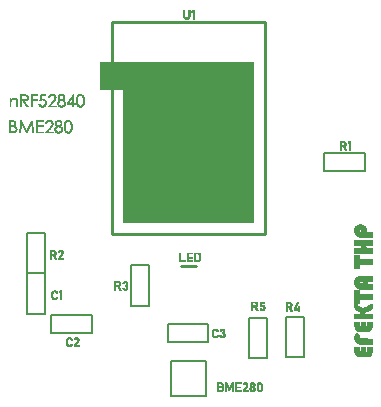
<source format=gbr>
G04 DipTrace 3.2.0.1*
G04 TopSilk.gbr*
%MOIN*%
G04 #@! TF.FileFunction,Legend,Top*
G04 #@! TF.Part,Single*
%ADD10C,0.009843*%
%ADD12C,0.003*%
%ADD13C,0.002625*%
%ADD14C,0.001969*%
%ADD19C,0.007874*%
%ADD26C,0.005906*%
%FSLAX26Y26*%
G04*
G70*
G90*
G75*
G01*
G04 TopSilk*
%LPD*%
X-25571Y-183962D2*
D10*
X25571D1*
X-255883Y629921D2*
X255883D1*
Y-78704D1*
X-255883D1*
Y629921D1*
G36*
X-296483Y496097D2*
X-216128D1*
Y403137D1*
X-296483D1*
Y496097D1*
G37*
X-59055Y-500345D2*
D26*
X59055D1*
Y-618455D1*
X-59055D1*
Y-500345D1*
X-192013Y-181705D2*
D19*
X-131924D1*
Y-315806D1*
X-192013D1*
Y-181705D1*
X-457660Y-347534D2*
X-323559D1*
Y-407623D1*
X-457660D1*
Y-347534D1*
X-68196Y-377962D2*
X65906D1*
Y-438051D1*
X-68196D1*
Y-377962D1*
X325160Y-354608D2*
X385249D1*
Y-488709D1*
X325160D1*
Y-354608D1*
X201596Y-357219D2*
X261685D1*
Y-491320D1*
X201596D1*
Y-357219D1*
X452199Y191531D2*
X586301D1*
Y131442D1*
X452199D1*
Y191531D1*
G36*
X-217232Y496753D2*
X217219D1*
Y-39514D1*
X-217232D1*
Y496753D1*
G37*
X-537635Y-73143D2*
D19*
X-477546D1*
Y-207244D1*
X-537635D1*
Y-73143D1*
X-537850Y-208043D2*
X-477761D1*
Y-342144D1*
X-537850D1*
Y-208043D1*
X-401854Y-421744D2*
D14*
X-395949D1*
X-378232D2*
X-371343D1*
X-403743Y-422728D2*
X-394211D1*
X-379633D2*
X-370060D1*
X-405258Y-423713D2*
X-392778D1*
X-380770D2*
X-369072D1*
X-406399Y-424697D2*
X-391703D1*
X-381623D2*
X-368328D1*
X-407236Y-425681D2*
X-400673D1*
X-397130D2*
X-390850D1*
X-382255D2*
X-376902D1*
X-373546D2*
X-367727D1*
X-407856Y-426665D2*
X-402198D1*
X-395608D2*
X-390132D1*
X-382696D2*
X-378213D1*
X-372151D2*
X-367229D1*
X-408292Y-427650D2*
X-403383D1*
X-394445D2*
X-389608D1*
X-382965D2*
X-379254D1*
X-371077D2*
X-366883D1*
X-408575Y-428634D2*
X-404253D1*
X-393630D2*
X-389286D1*
X-383154D2*
X-380201D1*
X-370656D2*
X-366692D1*
X-408821Y-429618D2*
X-404890D1*
X-392996D2*
X-389059D1*
X-370651D2*
X-366885D1*
X-409110Y-430602D2*
X-405330D1*
X-370848D2*
X-367138D1*
X-409384Y-431587D2*
X-405582D1*
X-371197D2*
X-367423D1*
X-409563Y-432571D2*
X-405704D1*
X-371631D2*
X-367782D1*
X-409658Y-433555D2*
X-405758D1*
X-372134D2*
X-368234D1*
X-409700Y-434539D2*
X-405779D1*
X-372741D2*
X-368787D1*
X-409718Y-435524D2*
X-405787D1*
X-373467D2*
X-369411D1*
X-409725Y-436508D2*
X-405790D1*
X-374213D2*
X-370043D1*
X-409727Y-437492D2*
X-405791D1*
X-374912D2*
X-370719D1*
X-409724Y-438476D2*
X-405791D1*
X-375624D2*
X-371477D1*
X-409690Y-439461D2*
X-405787D1*
X-376425D2*
X-372237D1*
X-409564Y-440445D2*
X-405753D1*
X-377280D2*
X-372940D1*
X-409329Y-441429D2*
X-405624D1*
X-378096D2*
X-373650D1*
X-409073Y-442413D2*
X-405349D1*
X-378827D2*
X-374421D1*
X-408866Y-443398D2*
X-404929D1*
X-392996D2*
X-389059D1*
X-379549D2*
X-375186D1*
X-408646Y-444382D2*
X-404308D1*
X-393579D2*
X-389249D1*
X-380324D2*
X-375892D1*
X-408330Y-445366D2*
X-403486D1*
X-394354D2*
X-389623D1*
X-381087D2*
X-376606D1*
X-407896Y-446350D2*
X-401620D1*
X-396200D2*
X-390156D1*
X-381755D2*
X-377412D1*
X-407311Y-447335D2*
X-399014D1*
X-398795D2*
X-390783D1*
X-382306D2*
X-378297D1*
X-406490Y-448319D2*
X-391609D1*
X-382712D2*
X-366421D1*
X-405320Y-449303D2*
X-392790D1*
X-382952D2*
X-366421D1*
X-403716Y-450287D2*
X-394296D1*
X-383075D2*
X-366421D1*
X-401854Y-451272D2*
X-395949D1*
X-383154D2*
X-366421D1*
X84573Y-392125D2*
X90479D1*
X108196D2*
X114101D1*
X82684Y-393109D2*
X92217D1*
X106794D2*
X115536D1*
X81169Y-394093D2*
X93650D1*
X105658D2*
X116764D1*
X80028Y-395077D2*
X94724D1*
X104805D2*
X117728D1*
X79191Y-396062D2*
X85755D1*
X89297D2*
X95578D1*
X104173D2*
X109180D1*
X112767D2*
X118484D1*
X78572Y-397046D2*
X84230D1*
X90820D2*
X96296D1*
X103732D2*
X108196D1*
X114045D2*
X118761D1*
X78136Y-398030D2*
X83045D1*
X91983D2*
X96820D1*
X103463D2*
X107211D1*
X114936D2*
X118911D1*
X77853Y-399014D2*
X82175D1*
X92798D2*
X97142D1*
X103274D2*
X106227D1*
X115595D2*
X118975D1*
X77606Y-399999D2*
X81538D1*
X93432D2*
X97369D1*
X115768D2*
X118968D1*
X77318Y-400983D2*
X81098D1*
X115510D2*
X118849D1*
X77044Y-401967D2*
X80846D1*
X115085D2*
X118575D1*
X76864Y-402951D2*
X80724D1*
X113978D2*
X118122D1*
X76770Y-403936D2*
X80670D1*
X112656D2*
X117402D1*
X76728Y-404920D2*
X80649D1*
X111363D2*
X116340D1*
X76710Y-405904D2*
X80641D1*
X110721D2*
X115085D1*
X76703Y-406888D2*
X80638D1*
X110518D2*
X116250D1*
X76701Y-407873D2*
X80637D1*
X111871D2*
X117249D1*
X76704Y-408857D2*
X80637D1*
X113313D2*
X118035D1*
X76738Y-409841D2*
X80640D1*
X114506D2*
X118669D1*
X76863Y-410825D2*
X80675D1*
X115435D2*
X119189D1*
X77099Y-411810D2*
X80804D1*
X115763D2*
X119578D1*
X77355Y-412794D2*
X81078D1*
X115936D2*
X119805D1*
X77562Y-413778D2*
X81498D1*
X93432D2*
X97369D1*
X115973D2*
X119885D1*
X77782Y-414762D2*
X82120D1*
X92849D2*
X97179D1*
X102290D2*
X106227D1*
X115909D2*
X119806D1*
X78098Y-415747D2*
X82942D1*
X92073D2*
X96805D1*
X102668D2*
X106875D1*
X115372D2*
X119557D1*
X78532Y-416731D2*
X84807D1*
X90228D2*
X96272D1*
X103125D2*
X108586D1*
X113690D2*
X119179D1*
X79117Y-417715D2*
X87413D1*
X87632D2*
X95645D1*
X103716D2*
X111099D1*
X111190D2*
X118697D1*
X79938Y-418699D2*
X94819D1*
X104502D2*
X118027D1*
X81108Y-419684D2*
X93638D1*
X105520D2*
X117021D1*
X82711Y-420668D2*
X92132D1*
X106788D2*
X115648D1*
X84573Y-421652D2*
X90479D1*
X108196D2*
X114101D1*
X-31745Y-138815D2*
X-27808D1*
X-7139D2*
X11562D1*
X18451D2*
X32231D1*
X-31745Y-139799D2*
X-27808D1*
X-7139D2*
X11562D1*
X18451D2*
X33969D1*
X-31745Y-140783D2*
X-27808D1*
X-7139D2*
X11562D1*
X18451D2*
X35398D1*
X-31745Y-141768D2*
X-27808D1*
X-7139D2*
X11562D1*
X18451D2*
X36442D1*
X-31745Y-142752D2*
X-27808D1*
X-7139D2*
X-3202D1*
X18451D2*
X22388D1*
X31049D2*
X37204D1*
X-31745Y-143736D2*
X-27808D1*
X-7139D2*
X-3202D1*
X18451D2*
X22388D1*
X32571D2*
X37812D1*
X-31745Y-144720D2*
X-27808D1*
X-7139D2*
X-3202D1*
X18451D2*
X22388D1*
X33721D2*
X38316D1*
X-31745Y-145705D2*
X-27808D1*
X-7139D2*
X-3202D1*
X18451D2*
X22388D1*
X34595D2*
X38698D1*
X-31745Y-146689D2*
X-27808D1*
X-7139D2*
X-3202D1*
X18451D2*
X22388D1*
X34899D2*
X38925D1*
X-31745Y-147673D2*
X-27808D1*
X-7139D2*
X-3202D1*
X18451D2*
X22388D1*
X35063D2*
X39039D1*
X-31745Y-148657D2*
X-27808D1*
X-7139D2*
X-3202D1*
X18451D2*
X22388D1*
X35137D2*
X39089D1*
X-31745Y-149642D2*
X-27808D1*
X-7139D2*
X-3202D1*
X18451D2*
X22388D1*
X35166D2*
X39109D1*
X-31745Y-150626D2*
X-27808D1*
X-7139D2*
X-3202D1*
X18451D2*
X22388D1*
X35178D2*
X39117D1*
X-31745Y-151610D2*
X-27808D1*
X-7139D2*
X-3202D1*
X18451D2*
X22388D1*
X35182D2*
X39119D1*
X-31745Y-152594D2*
X-27808D1*
X-7139D2*
X9593D1*
X18451D2*
X22388D1*
X35183D2*
X39120D1*
X-31745Y-153579D2*
X-27808D1*
X-7139D2*
X9593D1*
X18451D2*
X22388D1*
X35184D2*
X39121D1*
X-31745Y-154563D2*
X-27808D1*
X-7139D2*
X9593D1*
X18451D2*
X22388D1*
X35184D2*
X39121D1*
X-31745Y-155547D2*
X-27808D1*
X-7139D2*
X9593D1*
X18451D2*
X22388D1*
X35184D2*
X39121D1*
X-31745Y-156531D2*
X-27808D1*
X-7139D2*
X-3202D1*
X18451D2*
X22388D1*
X35184D2*
X39121D1*
X-31745Y-157516D2*
X-27808D1*
X-7139D2*
X-3202D1*
X18451D2*
X22388D1*
X35184D2*
X39121D1*
X-31745Y-158500D2*
X-27808D1*
X-7139D2*
X-3202D1*
X18451D2*
X22388D1*
X35180D2*
X39117D1*
X-31745Y-159484D2*
X-27808D1*
X-7139D2*
X-3202D1*
X18451D2*
X22388D1*
X35141D2*
X39082D1*
X-31745Y-160469D2*
X-27808D1*
X-7139D2*
X-3202D1*
X18451D2*
X22388D1*
X34974D2*
X38953D1*
X-31745Y-161453D2*
X-27808D1*
X-7139D2*
X-3202D1*
X18451D2*
X22388D1*
X34655D2*
X38683D1*
X-31745Y-162437D2*
X-27808D1*
X-7139D2*
X-3202D1*
X18451D2*
X22388D1*
X33736D2*
X38301D1*
X-31745Y-163421D2*
X-27808D1*
X-7139D2*
X-3202D1*
X18451D2*
X22388D1*
X31040D2*
X37851D1*
X-31745Y-164406D2*
X-27808D1*
X-7139D2*
X-3202D1*
X18451D2*
X22388D1*
X26741D2*
X37305D1*
X-31745Y-165390D2*
X-13045D1*
X-7139D2*
X11562D1*
X18451D2*
X36529D1*
X-31745Y-166374D2*
X-13045D1*
X-7139D2*
X11562D1*
X18451D2*
X35373D1*
X-31745Y-167358D2*
X-13045D1*
X-7139D2*
X11562D1*
X18451D2*
X33877D1*
X-31745Y-168343D2*
X-13045D1*
X-7139D2*
X11562D1*
X18451D2*
X32231D1*
X503172Y232749D2*
X517936D1*
X533684D2*
X537621D1*
X503172Y231765D2*
X519370D1*
X532286D2*
X537621D1*
X503172Y230781D2*
X520599D1*
X531184D2*
X537621D1*
X503172Y229797D2*
X521566D1*
X530332D2*
X537621D1*
X503172Y228812D2*
X507109D1*
X516602D2*
X522249D1*
X530029D2*
X537621D1*
X503172Y227828D2*
X507109D1*
X517879D2*
X522732D1*
X529857D2*
X532699D1*
X534668D2*
X537621D1*
X503172Y226844D2*
X507109D1*
X518775D2*
X523138D1*
X529747D2*
X530731D1*
X534668D2*
X537621D1*
X503172Y225860D2*
X507109D1*
X519445D2*
X523460D1*
X534668D2*
X537621D1*
X503172Y224875D2*
X507109D1*
X519644D2*
X523626D1*
X534668D2*
X537621D1*
X503172Y223891D2*
X507109D1*
X519718D2*
X523602D1*
X534668D2*
X537621D1*
X503172Y222907D2*
X507109D1*
X519472D2*
X523408D1*
X534668D2*
X537621D1*
X503172Y221923D2*
X507109D1*
X518812D2*
X523136D1*
X534668D2*
X537621D1*
X503172Y220938D2*
X507109D1*
X516219D2*
X522808D1*
X534668D2*
X537621D1*
X503172Y219954D2*
X507109D1*
X511772D2*
X522315D1*
X534668D2*
X537621D1*
X503172Y218970D2*
X521592D1*
X534668D2*
X537621D1*
X503172Y217986D2*
X520668D1*
X534668D2*
X537621D1*
X503172Y217001D2*
X519709D1*
X534668D2*
X537621D1*
X503172Y216017D2*
X518867D1*
X534668D2*
X537621D1*
X503172Y215033D2*
X507109D1*
X513843D2*
X518664D1*
X534668D2*
X537621D1*
X503172Y214049D2*
X507109D1*
X514548D2*
X518935D1*
X534668D2*
X537621D1*
X503172Y213064D2*
X507109D1*
X515149D2*
X519388D1*
X534668D2*
X537621D1*
X503172Y212080D2*
X507109D1*
X515690D2*
X519964D1*
X534668D2*
X537621D1*
X503172Y211096D2*
X507109D1*
X516201D2*
X520544D1*
X534668D2*
X537621D1*
X503172Y210112D2*
X507109D1*
X516702D2*
X521089D1*
X534668D2*
X537621D1*
X503172Y209127D2*
X507109D1*
X517196D2*
X521609D1*
X534668D2*
X537621D1*
X503172Y208143D2*
X507109D1*
X517690D2*
X522111D1*
X534668D2*
X537621D1*
X503172Y207159D2*
X507109D1*
X518181D2*
X522609D1*
X534668D2*
X537621D1*
X503172Y206175D2*
X507109D1*
X518671D2*
X523105D1*
X534668D2*
X537621D1*
X503172Y205190D2*
X507109D1*
X519137D2*
X523624D1*
X534668D2*
X537621D1*
X503172Y204206D2*
X507109D1*
X519547D2*
X524198D1*
X534668D2*
X537621D1*
X503172Y203222D2*
X507109D1*
X519904D2*
X524825D1*
X534668D2*
X537621D1*
X-248247Y-234029D2*
X-233483D1*
X-215766D2*
X-209861D1*
X-248247Y-235013D2*
X-232048D1*
X-217168D2*
X-208426D1*
X-248247Y-235997D2*
X-230820D1*
X-218304D2*
X-207198D1*
X-248247Y-236982D2*
X-229852D1*
X-219157D2*
X-206234D1*
X-248247Y-237966D2*
X-244310D1*
X-234817D2*
X-229170D1*
X-219789D2*
X-214782D1*
X-211195D2*
X-205478D1*
X-248247Y-238950D2*
X-244310D1*
X-233539D2*
X-228686D1*
X-220230D2*
X-215766D1*
X-209917D2*
X-205201D1*
X-248247Y-239934D2*
X-244310D1*
X-232644D2*
X-228280D1*
X-220499D2*
X-216751D1*
X-209026D2*
X-205051D1*
X-248247Y-240919D2*
X-244310D1*
X-231973D2*
X-227959D1*
X-220688D2*
X-217735D1*
X-208366D2*
X-204987D1*
X-248247Y-241903D2*
X-244310D1*
X-231775D2*
X-227793D1*
X-208194D2*
X-204994D1*
X-248247Y-242887D2*
X-244310D1*
X-231701D2*
X-227816D1*
X-208452D2*
X-205113D1*
X-248247Y-243871D2*
X-244310D1*
X-231947D2*
X-228010D1*
X-208877D2*
X-205387D1*
X-248247Y-244856D2*
X-244310D1*
X-232607D2*
X-228283D1*
X-209984D2*
X-205840D1*
X-248247Y-245840D2*
X-244310D1*
X-235199D2*
X-228611D1*
X-211306D2*
X-206560D1*
X-248247Y-246824D2*
X-244310D1*
X-239647D2*
X-229103D1*
X-212599D2*
X-207622D1*
X-248247Y-247808D2*
X-229827D1*
X-213241D2*
X-208877D1*
X-248247Y-248793D2*
X-230751D1*
X-213444D2*
X-207712D1*
X-248247Y-249777D2*
X-231709D1*
X-212091D2*
X-206713D1*
X-248247Y-250761D2*
X-232551D1*
X-210649D2*
X-205927D1*
X-248247Y-251745D2*
X-244310D1*
X-237576D2*
X-232755D1*
X-209456D2*
X-205292D1*
X-248247Y-252730D2*
X-244310D1*
X-236870D2*
X-232484D1*
X-208527D2*
X-204772D1*
X-248247Y-253714D2*
X-244310D1*
X-236270D2*
X-232030D1*
X-208199D2*
X-204383D1*
X-248247Y-254698D2*
X-244310D1*
X-235729D2*
X-231454D1*
X-208026D2*
X-204157D1*
X-248247Y-255682D2*
X-244310D1*
X-235217D2*
X-230874D1*
X-207989D2*
X-204077D1*
X-248247Y-256667D2*
X-244310D1*
X-234717D2*
X-230329D1*
X-221672D2*
X-217735D1*
X-208053D2*
X-204155D1*
X-248247Y-257651D2*
X-244310D1*
X-234223D2*
X-229810D1*
X-221294D2*
X-217087D1*
X-208590D2*
X-204405D1*
X-248247Y-258635D2*
X-244310D1*
X-233729D2*
X-229307D1*
X-220837D2*
X-215376D1*
X-210272D2*
X-204783D1*
X-248247Y-259619D2*
X-244310D1*
X-233237D2*
X-228810D1*
X-220246D2*
X-212863D1*
X-212772D2*
X-205265D1*
X-248247Y-260604D2*
X-244310D1*
X-232747D2*
X-228314D1*
X-219460D2*
X-205935D1*
X-248247Y-261588D2*
X-244310D1*
X-232282D2*
X-227795D1*
X-218441D2*
X-206941D1*
X-248247Y-262572D2*
X-244310D1*
X-231872D2*
X-227220D1*
X-217174D2*
X-208314D1*
X-248247Y-263556D2*
X-244310D1*
X-231514D2*
X-226593D1*
X-215766D2*
X-209861D1*
X208551Y-302353D2*
X223315D1*
X237094D2*
X251858D1*
X208551Y-303337D2*
X224750D1*
X237094D2*
X251858D1*
X208551Y-304322D2*
X225978D1*
X237094D2*
X251858D1*
X208551Y-305306D2*
X226945D1*
X237094D2*
X251858D1*
X208551Y-306290D2*
X212488D1*
X221981D2*
X227628D1*
X237094D2*
X241031D1*
X208551Y-307274D2*
X212488D1*
X223259D2*
X228112D1*
X237094D2*
X241031D1*
X208551Y-308259D2*
X212488D1*
X224154D2*
X228518D1*
X237094D2*
X241031D1*
X208551Y-309243D2*
X212488D1*
X224825D2*
X228839D1*
X237094D2*
X241035D1*
X208551Y-310227D2*
X212488D1*
X225023D2*
X229005D1*
X237094D2*
X241073D1*
X208551Y-311211D2*
X212488D1*
X225097D2*
X228981D1*
X237094D2*
X241225D1*
X208551Y-312196D2*
X212488D1*
X224851D2*
X228787D1*
X237094D2*
X241561D1*
X243000D2*
X247921D1*
X208551Y-313180D2*
X212488D1*
X224191D2*
X228515D1*
X237094D2*
X249322D1*
X208551Y-314164D2*
X212488D1*
X221598D2*
X228187D1*
X237094D2*
X250459D1*
X208551Y-315148D2*
X212488D1*
X217151D2*
X227695D1*
X237094D2*
X251312D1*
X208551Y-316133D2*
X226971D1*
X237094D2*
X243181D1*
X246900D2*
X251944D1*
X208551Y-317117D2*
X226047D1*
X237094D2*
X241558D1*
X247754D2*
X252382D1*
X208551Y-318101D2*
X225089D1*
X237094D2*
X240047D1*
X248464D2*
X252633D1*
X208551Y-319085D2*
X224246D1*
X249032D2*
X252755D1*
X208551Y-320070D2*
X212488D1*
X219222D2*
X224043D1*
X249445D2*
X252809D1*
X208551Y-321054D2*
X212488D1*
X219928D2*
X224314D1*
X249682D2*
X252830D1*
X208551Y-322038D2*
X212488D1*
X220528D2*
X224768D1*
X249766D2*
X252838D1*
X208551Y-323022D2*
X212488D1*
X221069D2*
X225344D1*
X249689D2*
X252841D1*
X208551Y-324007D2*
X212488D1*
X221580D2*
X225924D1*
X249436D2*
X252838D1*
X208551Y-324991D2*
X212488D1*
X222081D2*
X226468D1*
X237094D2*
X240047D1*
X249016D2*
X252804D1*
X208551Y-325975D2*
X212488D1*
X222575D2*
X226988D1*
X237250D2*
X240695D1*
X248476D2*
X252675D1*
X208551Y-326959D2*
X212488D1*
X223069D2*
X227491D1*
X237533D2*
X242407D1*
X247172D2*
X252401D1*
X208551Y-327944D2*
X212488D1*
X223560D2*
X227988D1*
X237955D2*
X244919D1*
X245277D2*
X251981D1*
X208551Y-328928D2*
X212488D1*
X224050D2*
X228484D1*
X238565D2*
X251372D1*
X208551Y-329912D2*
X212488D1*
X224516D2*
X229003D1*
X239460D2*
X250477D1*
X208551Y-330896D2*
X212488D1*
X224926D2*
X229578D1*
X240656D2*
X249281D1*
X208551Y-331881D2*
X212488D1*
X225283D2*
X230205D1*
X242016D2*
X247921D1*
X322891Y-304449D2*
X337655D1*
X360293D2*
X364230D1*
X322891Y-305433D2*
X339090D1*
X359919D2*
X363856D1*
X322891Y-306417D2*
X340318D1*
X359496D2*
X363433D1*
X322891Y-307402D2*
X341285D1*
X359039D2*
X362976D1*
X322891Y-308386D2*
X326828D1*
X336321D2*
X341968D1*
X358564D2*
X362498D1*
X322891Y-309370D2*
X326828D1*
X337599D2*
X342451D1*
X358110D2*
X362012D1*
X322891Y-310354D2*
X326828D1*
X338494D2*
X342858D1*
X357714D2*
X361521D1*
X322891Y-311339D2*
X326828D1*
X339165D2*
X343179D1*
X357364D2*
X361031D1*
X322891Y-312323D2*
X326828D1*
X339363D2*
X343345D1*
X356983D2*
X360538D1*
X322891Y-313307D2*
X326828D1*
X339437D2*
X343321D1*
X356552D2*
X360047D1*
X322891Y-314291D2*
X326828D1*
X339191D2*
X343127D1*
X356090D2*
X359554D1*
X322891Y-315276D2*
X326828D1*
X338531D2*
X342855D1*
X355609D2*
X359063D1*
X322891Y-316260D2*
X326828D1*
X335938D2*
X342527D1*
X355123D2*
X358574D1*
X364230D2*
X367182D1*
X322891Y-317244D2*
X326828D1*
X331491D2*
X342035D1*
X354632D2*
X358113D1*
X364230D2*
X367182D1*
X322891Y-318228D2*
X341311D1*
X354141D2*
X357715D1*
X364230D2*
X367182D1*
X322891Y-319213D2*
X340387D1*
X353648D2*
X357365D1*
X364230D2*
X367182D1*
X322891Y-320197D2*
X339428D1*
X353157D2*
X356983D1*
X364230D2*
X367182D1*
X322891Y-321181D2*
X338586D1*
X352664D2*
X356552D1*
X364230D2*
X367182D1*
X322891Y-322165D2*
X326828D1*
X333562D2*
X338383D1*
X352173D2*
X356087D1*
X364230D2*
X367182D1*
X322891Y-323150D2*
X326828D1*
X334268D2*
X338654D1*
X351684D2*
X355581D1*
X364230D2*
X367182D1*
X322891Y-324134D2*
X326828D1*
X334868D2*
X339107D1*
X351227D2*
X355012D1*
X364230D2*
X367182D1*
X322891Y-325118D2*
X326828D1*
X335409D2*
X339684D1*
X350864D2*
X354387D1*
X364230D2*
X367182D1*
X322891Y-326102D2*
X326828D1*
X335920D2*
X340263D1*
X350643D2*
X369151D1*
X322891Y-327087D2*
X326828D1*
X336421D2*
X340808D1*
X350531D2*
X369151D1*
X322891Y-328071D2*
X326828D1*
X336915D2*
X341328D1*
X350480D2*
X369151D1*
X322891Y-329055D2*
X326828D1*
X337409D2*
X341830D1*
X350450D2*
X369151D1*
X322891Y-330039D2*
X326828D1*
X337900D2*
X342328D1*
X364230D2*
X367182D1*
X322891Y-331024D2*
X326828D1*
X338390D2*
X342824D1*
X364230D2*
X367182D1*
X322891Y-332008D2*
X326828D1*
X338856D2*
X343343D1*
X364230D2*
X367182D1*
X322891Y-332992D2*
X326828D1*
X339266D2*
X343917D1*
X364230D2*
X367182D1*
X322891Y-333976D2*
X326828D1*
X339623D2*
X344545D1*
X364230D2*
X367182D1*
X-17717Y669291D2*
X-14764D1*
X-984D2*
X2953D1*
X12795D2*
X16732D1*
X-17717Y668307D2*
X-14764D1*
X-984D2*
X2953D1*
X11398D2*
X16732D1*
X-17717Y667323D2*
X-14764D1*
X-984D2*
X2953D1*
X10296D2*
X16732D1*
X-17717Y666339D2*
X-14764D1*
X-984D2*
X2953D1*
X9444D2*
X16732D1*
X-17717Y665354D2*
X-14764D1*
X-984D2*
X2953D1*
X9140D2*
X16732D1*
X-17717Y664370D2*
X-14764D1*
X-984D2*
X2953D1*
X8969D2*
X11811D1*
X13780D2*
X16732D1*
X-17717Y663386D2*
X-14764D1*
X-984D2*
X2953D1*
X8858D2*
X9843D1*
X13780D2*
X16732D1*
X-17717Y662402D2*
X-14764D1*
X-984D2*
X2953D1*
X13780D2*
X16732D1*
X-17717Y661417D2*
X-14764D1*
X-984D2*
X2953D1*
X13780D2*
X16732D1*
X-17717Y660433D2*
X-14764D1*
X-984D2*
X2953D1*
X13780D2*
X16732D1*
X-17717Y659449D2*
X-14764D1*
X-984D2*
X2953D1*
X13780D2*
X16732D1*
X-17717Y658465D2*
X-14764D1*
X-984D2*
X2953D1*
X13780D2*
X16732D1*
X-17717Y657480D2*
X-14764D1*
X-984D2*
X2953D1*
X13780D2*
X16732D1*
X-17717Y656496D2*
X-14764D1*
X-984D2*
X2953D1*
X13780D2*
X16732D1*
X-17717Y655512D2*
X-14764D1*
X-984D2*
X2953D1*
X13780D2*
X16732D1*
X-17717Y654528D2*
X-14764D1*
X-984D2*
X2953D1*
X13780D2*
X16732D1*
X-17717Y653543D2*
X-14764D1*
X-984D2*
X2953D1*
X13780D2*
X16732D1*
X-17717Y652559D2*
X-14764D1*
X-984D2*
X2953D1*
X13780D2*
X16732D1*
X-17717Y651575D2*
X-14760D1*
X-984D2*
X2953D1*
X13780D2*
X16732D1*
X-17717Y650591D2*
X-14725D1*
X-988D2*
X2949D1*
X13780D2*
X16732D1*
X-17717Y649606D2*
X-14596D1*
X-1023D2*
X2914D1*
X13780D2*
X16732D1*
X-17713Y648622D2*
X-14322D1*
X-1152D2*
X2789D1*
X13780D2*
X16732D1*
X-17678Y647638D2*
X-13898D1*
X-1434D2*
X2549D1*
X13780D2*
X16732D1*
X-17549Y646654D2*
X-13242D1*
X-1827D2*
X2258D1*
X13780D2*
X16732D1*
X-17275Y645669D2*
X-12339D1*
X-2651D2*
X1923D1*
X13780D2*
X16732D1*
X-16858Y644685D2*
X-10196D1*
X-4683D2*
X1432D1*
X13780D2*
X16732D1*
X-16279Y643701D2*
X-7288D1*
X-7522D2*
X735D1*
X13780D2*
X16732D1*
X-15461Y642717D2*
X-144D1*
X13780D2*
X16732D1*
X-14292Y641732D2*
X-1217D1*
X13780D2*
X16732D1*
X-12689Y640748D2*
X-2512D1*
X13780D2*
X16732D1*
X-10827Y639764D2*
X-3937D1*
X13780D2*
X16732D1*
X94024Y-571752D2*
X108787D1*
X121583D2*
X125520D1*
X143236D2*
X147173D1*
X155047D2*
X173748D1*
X184575D2*
X191465D1*
X208197D2*
X214102D1*
X232803D2*
X238709D1*
X94024Y-572736D2*
X110524D1*
X121583D2*
X125860D1*
X142896D2*
X147173D1*
X155047D2*
X173748D1*
X183174D2*
X192747D1*
X206762D2*
X215721D1*
X231368D2*
X240143D1*
X94024Y-573720D2*
X111795D1*
X121583D2*
X126188D1*
X142568D2*
X147173D1*
X155047D2*
X173748D1*
X182037D2*
X193736D1*
X205534D2*
X217003D1*
X230140D2*
X241372D1*
X94024Y-574705D2*
X112682D1*
X121583D2*
X126503D1*
X142252D2*
X147173D1*
X155047D2*
X173748D1*
X181184D2*
X194479D1*
X204570D2*
X217932D1*
X229176D2*
X242335D1*
X94024Y-575689D2*
X97961D1*
X108746D2*
X113346D1*
X121583D2*
X126870D1*
X141886D2*
X147173D1*
X155047D2*
X158984D1*
X180552D2*
X185905D1*
X189261D2*
X195080D1*
X203814D2*
X209530D1*
X212883D2*
X218630D1*
X228420D2*
X234022D1*
X237490D2*
X243091D1*
X94024Y-576673D2*
X97961D1*
X109566D2*
X113874D1*
X121583D2*
X127295D1*
X141461D2*
X147173D1*
X155047D2*
X158984D1*
X180111D2*
X184594D1*
X190657D2*
X195578D1*
X203537D2*
X208253D1*
X214279D2*
X219176D1*
X228106D2*
X232627D1*
X238885D2*
X243368D1*
X94024Y-577657D2*
X97961D1*
X110150D2*
X114261D1*
X121583D2*
X127755D1*
X141001D2*
X147173D1*
X155047D2*
X158984D1*
X179842D2*
X183553D1*
X191730D2*
X195925D1*
X203387D2*
X207362D1*
X215352D2*
X219571D1*
X227830D2*
X231554D1*
X239958D2*
X243518D1*
X94024Y-578642D2*
X97961D1*
X110479D2*
X114457D1*
X121583D2*
X128235D1*
X140521D2*
X147173D1*
X155047D2*
X158984D1*
X179654D2*
X182606D1*
X192151D2*
X196115D1*
X203323D2*
X206702D1*
X215721D2*
X219770D1*
X227526D2*
X231181D1*
X240331D2*
X243586D1*
X94024Y-579626D2*
X97961D1*
X110601D2*
X114442D1*
X121583D2*
X128721D1*
X140035D2*
X147173D1*
X155047D2*
X158984D1*
X192157D2*
X195922D1*
X203330D2*
X206530D1*
X215878D2*
X219757D1*
X227246D2*
X230981D1*
X240531D2*
X243614D1*
X94024Y-580610D2*
X97961D1*
X110595D2*
X114219D1*
X121583D2*
X129208D1*
X139548D2*
X147173D1*
X155047D2*
X158984D1*
X191959D2*
X195669D1*
X203449D2*
X206705D1*
X215886D2*
X219533D1*
X227064D2*
X230892D1*
X240620D2*
X243624D1*
X94024Y-581594D2*
X97961D1*
X110080D2*
X113823D1*
X121583D2*
X129668D1*
X139088D2*
X147173D1*
X155047D2*
X158984D1*
X191610D2*
X195384D1*
X203719D2*
X207244D1*
X215365D2*
X219138D1*
X226969D2*
X230856D1*
X240656D2*
X243628D1*
X94024Y-582579D2*
X97961D1*
X107649D2*
X113263D1*
X121583D2*
X130066D1*
X138690D2*
X147173D1*
X155047D2*
X158984D1*
X191176D2*
X195025D1*
X204134D2*
X208799D1*
X213687D2*
X218574D1*
X226926D2*
X230842D1*
X240670D2*
X243629D1*
X94024Y-583563D2*
X97961D1*
X103405D2*
X112565D1*
X121583D2*
X130416D1*
X138340D2*
X141116D1*
X143236D2*
X147173D1*
X155047D2*
X158984D1*
X190673D2*
X194574D1*
X204702D2*
X211193D1*
X211190D2*
X217835D1*
X226908D2*
X230837D1*
X240675D2*
X243630D1*
X94024Y-584547D2*
X111903D1*
X121583D2*
X125520D1*
X127644D2*
X130798D1*
X137958D2*
X140868D1*
X143236D2*
X147173D1*
X155047D2*
X158984D1*
X190066D2*
X194020D1*
X205428D2*
X216976D1*
X226901D2*
X230835D1*
X240676D2*
X243630D1*
X94024Y-585531D2*
X111383D1*
X121583D2*
X125520D1*
X127923D2*
X131229D1*
X137527D2*
X140578D1*
X143236D2*
X147173D1*
X155047D2*
X171780D1*
X189340D2*
X193396D1*
X206228D2*
X216071D1*
X226899D2*
X230835D1*
X240677D2*
X243630D1*
X94024Y-586516D2*
X111469D1*
X121583D2*
X125520D1*
X128307D2*
X131691D1*
X137065D2*
X140277D1*
X143236D2*
X147173D1*
X155047D2*
X171780D1*
X188594D2*
X192764D1*
X205282D2*
X217051D1*
X226898D2*
X230835D1*
X240677D2*
X243630D1*
X94024Y-587500D2*
X112080D1*
X121583D2*
X125520D1*
X128750D2*
X132171D1*
X136585D2*
X139915D1*
X143236D2*
X147173D1*
X155047D2*
X171780D1*
X187895D2*
X192088D1*
X204427D2*
X217997D1*
X226898D2*
X230835D1*
X240677D2*
X243630D1*
X94024Y-588484D2*
X97961D1*
X108750D2*
X112827D1*
X121583D2*
X125520D1*
X129223D2*
X132661D1*
X136095D2*
X139491D1*
X143236D2*
X147173D1*
X155047D2*
X171780D1*
X187183D2*
X191330D1*
X203717D2*
X208238D1*
X213753D2*
X218817D1*
X226898D2*
X230835D1*
X240677D2*
X243630D1*
X94024Y-589469D2*
X97961D1*
X109604D2*
X113559D1*
X121583D2*
X125520D1*
X129707D2*
X133178D1*
X135578D2*
X139032D1*
X143236D2*
X147173D1*
X155047D2*
X158984D1*
X186382D2*
X190571D1*
X203149D2*
X207419D1*
X215030D2*
X219402D1*
X226898D2*
X230835D1*
X240677D2*
X243630D1*
X94024Y-590453D2*
X97961D1*
X110310D2*
X114108D1*
X121583D2*
X125520D1*
X130193D2*
X133751D1*
X135005D2*
X138553D1*
X143236D2*
X147173D1*
X155047D2*
X158984D1*
X185527D2*
X189867D1*
X202736D2*
X206834D1*
X215926D2*
X219734D1*
X226901D2*
X230835D1*
X240677D2*
X243630D1*
X94024Y-591437D2*
X97961D1*
X110844D2*
X114427D1*
X121583D2*
X125520D1*
X130652D2*
X138066D1*
X143236D2*
X147173D1*
X155047D2*
X158984D1*
X184711D2*
X189157D1*
X202495D2*
X206502D1*
X216596D2*
X219895D1*
X226936D2*
X230835D1*
X240677D2*
X243630D1*
X94024Y-592421D2*
X97961D1*
X111238D2*
X114583D1*
X121583D2*
X125520D1*
X131050D2*
X137579D1*
X143236D2*
X147173D1*
X155047D2*
X158984D1*
X183980D2*
X188386D1*
X202380D2*
X206345D1*
X216791D2*
X219964D1*
X227062D2*
X230838D1*
X240673D2*
X243630D1*
X94024Y-593406D2*
X97961D1*
X111118D2*
X114646D1*
X121583D2*
X125520D1*
X131401D2*
X137119D1*
X143236D2*
X147173D1*
X155047D2*
X158984D1*
X183258D2*
X187621D1*
X202363D2*
X206318D1*
X216854D2*
X219988D1*
X227297D2*
X230881D1*
X240631D2*
X243630D1*
X94024Y-594390D2*
X97961D1*
X110855D2*
X114639D1*
X121583D2*
X125520D1*
X131785D2*
X136718D1*
X143236D2*
X147173D1*
X155047D2*
X158984D1*
X182483D2*
X186915D1*
X202471D2*
X206387D1*
X216503D2*
X219964D1*
X227553D2*
X230985D1*
X240527D2*
X243626D1*
X94024Y-595374D2*
X97961D1*
X110080D2*
X114520D1*
X121583D2*
X125520D1*
X132242D2*
X136345D1*
X143236D2*
X147173D1*
X155047D2*
X158984D1*
X181720D2*
X186201D1*
X202738D2*
X206925D1*
X215490D2*
X219838D1*
X227764D2*
X231529D1*
X239983D2*
X243588D1*
X94024Y-596358D2*
X97961D1*
X107308D2*
X114249D1*
X121583D2*
X125520D1*
X132785D2*
X135891D1*
X143236D2*
X147173D1*
X155047D2*
X158984D1*
X181052D2*
X185395D1*
X203151D2*
X208608D1*
X213796D2*
X219565D1*
X228019D2*
X233213D1*
X238299D2*
X243424D1*
X94024Y-597343D2*
X97961D1*
X102728D2*
X113830D1*
X121583D2*
X125520D1*
X133394D2*
X135362D1*
X143236D2*
X147173D1*
X155047D2*
X158984D1*
X180501D2*
X184510D1*
X203725D2*
X211108D1*
X211241D2*
X219142D1*
X228464D2*
X235713D1*
X235798D2*
X243020D1*
X94024Y-598327D2*
X113222D1*
X121583D2*
X125520D1*
X143236D2*
X147173D1*
X155047D2*
X173748D1*
X180095D2*
X196386D1*
X204505D2*
X218496D1*
X229171D2*
X242331D1*
X94024Y-599311D2*
X112328D1*
X121583D2*
X125520D1*
X143236D2*
X147173D1*
X155047D2*
X173748D1*
X179856D2*
X196386D1*
X205523D2*
X217449D1*
X230153D2*
X241355D1*
X94024Y-600295D2*
X111132D1*
X121583D2*
X125520D1*
X143236D2*
X147173D1*
X155047D2*
X173748D1*
X179732D2*
X196386D1*
X206789D2*
X215917D1*
X231404D2*
X240107D1*
X94024Y-601280D2*
X109772D1*
X121583D2*
X125520D1*
X143236D2*
X147173D1*
X155047D2*
X173748D1*
X179654D2*
X196386D1*
X208197D2*
X214102D1*
X232803D2*
X238709D1*
X-463451Y-130962D2*
X-448688D1*
X-430971D2*
X-424081D1*
X-463451Y-131946D2*
X-447253D1*
X-432372D2*
X-422799D1*
X-463451Y-132930D2*
X-446024D1*
X-433509D2*
X-421810D1*
X-463451Y-133915D2*
X-445057D1*
X-434362D2*
X-421067D1*
X-463451Y-134899D2*
X-459514D1*
X-450021D2*
X-444374D1*
X-434994D2*
X-429641D1*
X-426285D2*
X-420466D1*
X-463451Y-135883D2*
X-459514D1*
X-448744D2*
X-443891D1*
X-435435D2*
X-430952D1*
X-424889D2*
X-419968D1*
X-463451Y-136867D2*
X-459514D1*
X-447849D2*
X-443485D1*
X-435704D2*
X-431993D1*
X-423816D2*
X-419621D1*
X-463451Y-137852D2*
X-459514D1*
X-447178D2*
X-443164D1*
X-435892D2*
X-432940D1*
X-423394D2*
X-419431D1*
X-463451Y-138836D2*
X-459514D1*
X-446979D2*
X-442998D1*
X-423389D2*
X-419624D1*
X-463451Y-139820D2*
X-459514D1*
X-446905D2*
X-443021D1*
X-423587D2*
X-419877D1*
X-463451Y-140804D2*
X-459514D1*
X-447152D2*
X-443215D1*
X-423936D2*
X-420162D1*
X-463451Y-141789D2*
X-459514D1*
X-447812D2*
X-443487D1*
X-424370D2*
X-420521D1*
X-463451Y-142773D2*
X-459514D1*
X-450404D2*
X-443816D1*
X-424873D2*
X-420972D1*
X-463451Y-143757D2*
X-459514D1*
X-454851D2*
X-444308D1*
X-425480D2*
X-421525D1*
X-463451Y-144741D2*
X-445032D1*
X-426205D2*
X-422150D1*
X-463451Y-145726D2*
X-445955D1*
X-426952D2*
X-422782D1*
X-463451Y-146710D2*
X-446914D1*
X-427651D2*
X-423458D1*
X-463451Y-147694D2*
X-447756D1*
X-428362D2*
X-424216D1*
X-463451Y-148678D2*
X-459514D1*
X-452781D2*
X-447960D1*
X-429164D2*
X-424975D1*
X-463451Y-149663D2*
X-459514D1*
X-452075D2*
X-447689D1*
X-430019D2*
X-425679D1*
X-463451Y-150647D2*
X-459514D1*
X-451475D2*
X-447235D1*
X-430835D2*
X-426389D1*
X-463451Y-151631D2*
X-459514D1*
X-450933D2*
X-446659D1*
X-431566D2*
X-427160D1*
X-463451Y-152615D2*
X-459514D1*
X-450422D2*
X-446079D1*
X-432288D2*
X-427925D1*
X-463451Y-153600D2*
X-459514D1*
X-449922D2*
X-445534D1*
X-433063D2*
X-428631D1*
X-463451Y-154584D2*
X-459514D1*
X-449428D2*
X-445015D1*
X-433826D2*
X-429345D1*
X-463451Y-155568D2*
X-459514D1*
X-448934D2*
X-444512D1*
X-434494D2*
X-430150D1*
X-463451Y-156552D2*
X-459514D1*
X-448442D2*
X-444015D1*
X-435045D2*
X-431036D1*
X-463451Y-157537D2*
X-459514D1*
X-447952D2*
X-443519D1*
X-435451D2*
X-419160D1*
X-463451Y-158521D2*
X-459514D1*
X-447486D2*
X-443000D1*
X-435690D2*
X-419160D1*
X-463451Y-159505D2*
X-459514D1*
X-447076D2*
X-442425D1*
X-435814D2*
X-419160D1*
X-463451Y-160490D2*
X-459514D1*
X-446719D2*
X-441798D1*
X-435892D2*
X-419160D1*
X-450486Y-264669D2*
X-444580D1*
X-428832D2*
X-424895D1*
X-452375Y-265654D2*
X-442842D1*
X-430229D2*
X-424895D1*
X-453890Y-266638D2*
X-441409D1*
X-431332D2*
X-424895D1*
X-455031Y-267622D2*
X-440335D1*
X-432184D2*
X-424895D1*
X-455868Y-268606D2*
X-449304D1*
X-445762D2*
X-439481D1*
X-432487D2*
X-424895D1*
X-456487Y-269591D2*
X-450829D1*
X-444239D2*
X-438763D1*
X-432658D2*
X-429816D1*
X-427848D2*
X-424895D1*
X-456923Y-270575D2*
X-452014D1*
X-443076D2*
X-438239D1*
X-432769D2*
X-431785D1*
X-427848D2*
X-424895D1*
X-457206Y-271559D2*
X-452884D1*
X-442261D2*
X-437917D1*
X-427848D2*
X-424895D1*
X-457453Y-272543D2*
X-453521D1*
X-441627D2*
X-437690D1*
X-427848D2*
X-424895D1*
X-457741Y-273528D2*
X-453962D1*
X-427848D2*
X-424895D1*
X-458015Y-274512D2*
X-454213D1*
X-427848D2*
X-424895D1*
X-458195Y-275496D2*
X-454335D1*
X-427848D2*
X-424895D1*
X-458289Y-276480D2*
X-454389D1*
X-427848D2*
X-424895D1*
X-458331Y-277465D2*
X-454410D1*
X-427848D2*
X-424895D1*
X-458349Y-278449D2*
X-454418D1*
X-427848D2*
X-424895D1*
X-458356Y-279433D2*
X-454421D1*
X-427848D2*
X-424895D1*
X-458358Y-280417D2*
X-454422D1*
X-427848D2*
X-424895D1*
X-458355Y-281402D2*
X-454422D1*
X-427848D2*
X-424895D1*
X-458321Y-282386D2*
X-454419D1*
X-427848D2*
X-424895D1*
X-458196Y-283370D2*
X-454384D1*
X-427848D2*
X-424895D1*
X-457960Y-284354D2*
X-454255D1*
X-427848D2*
X-424895D1*
X-457704Y-285339D2*
X-453981D1*
X-427848D2*
X-424895D1*
X-457498Y-286323D2*
X-453561D1*
X-441627D2*
X-437690D1*
X-427848D2*
X-424895D1*
X-457277Y-287307D2*
X-452939D1*
X-442210D2*
X-437880D1*
X-427848D2*
X-424895D1*
X-456961Y-288291D2*
X-452117D1*
X-442986D2*
X-438254D1*
X-427848D2*
X-424895D1*
X-456528Y-289276D2*
X-450252D1*
X-444831D2*
X-438787D1*
X-427848D2*
X-424895D1*
X-455942Y-290260D2*
X-447646D1*
X-447427D2*
X-439414D1*
X-427848D2*
X-424895D1*
X-455121Y-291244D2*
X-440240D1*
X-427848D2*
X-424895D1*
X-453951Y-292228D2*
X-441421D1*
X-427848D2*
X-424895D1*
X-452348Y-293213D2*
X-442928D1*
X-427848D2*
X-424895D1*
X-450486Y-294197D2*
X-444580D1*
X-427848D2*
X-424895D1*
X-460490Y390278D2*
D13*
X-452615D1*
X-428993D2*
X-421119D1*
X-385686D2*
X-384374D1*
X-366001D2*
X-359440D1*
X-561539Y388966D2*
X-544479D1*
X-526106D2*
X-506421D1*
X-493298D2*
X-477550D1*
X-462408D2*
X-450452D1*
X-430906D2*
X-419251D1*
X-386343D2*
X-384374D1*
X-367914D2*
X-357522D1*
X-561539Y387654D2*
X-541960D1*
X-526106D2*
X-506421D1*
X-493501D2*
X-477550D1*
X-464092D2*
X-448702D1*
X-432550D2*
X-417735D1*
X-387110D2*
X-384374D1*
X-369557D2*
X-355837D1*
X-561539Y386341D2*
X-539945D1*
X-526106D2*
X-506421D1*
X-493826D2*
X-477550D1*
X-465544D2*
X-460182D1*
X-452879D2*
X-447341D1*
X-433880D2*
X-428686D1*
X-421585D2*
X-416598D1*
X-387912D2*
X-384374D1*
X-370888D2*
X-365693D1*
X-359703D2*
X-354380D1*
X-561539Y385029D2*
X-557602D1*
X-544742D2*
X-538470D1*
X-526106D2*
X-523482D1*
X-494166D2*
X-490673D1*
X-466727D2*
X-462088D1*
X-450850D2*
X-446264D1*
X-434912D2*
X-430592D1*
X-419882D2*
X-415756D1*
X-388757D2*
X-384374D1*
X-371925D2*
X-367600D1*
X-357669D2*
X-353156D1*
X-561539Y383717D2*
X-557602D1*
X-542713D2*
X-537357D1*
X-526106D2*
X-523482D1*
X-494396D2*
X-491122D1*
X-467587D2*
X-463474D1*
X-449317D2*
X-445509D1*
X-435703D2*
X-431978D1*
X-418689D2*
X-415171D1*
X-389639D2*
X-384374D1*
X-372762D2*
X-368986D1*
X-356090D2*
X-352175D1*
X-561539Y382404D2*
X-557602D1*
X-541180D2*
X-536969D1*
X-526106D2*
X-523482D1*
X-494523D2*
X-491512D1*
X-468211D2*
X-464445D1*
X-448152D2*
X-445035D1*
X-436267D2*
X-432943D1*
X-417794D2*
X-414837D1*
X-390497D2*
X-384374D1*
X-373493D2*
X-369962D1*
X-354930D2*
X-351405D1*
X-561539Y381092D2*
X-557602D1*
X-540015D2*
X-536759D1*
X-526106D2*
X-523482D1*
X-494625D2*
X-491766D1*
X-468756D2*
X-465091D1*
X-447746D2*
X-444627D1*
X-436588D2*
X-433677D1*
X-417485D2*
X-414674D1*
X-391367D2*
X-384374D1*
X-374134D2*
X-370650D1*
X-354080D2*
X-350844D1*
X-561539Y379780D2*
X-557602D1*
X-539614D2*
X-536665D1*
X-526106D2*
X-523482D1*
X-494815D2*
X-491945D1*
X-469244D2*
X-465474D1*
X-447527D2*
X-444087D1*
X-436702D2*
X-433760D1*
X-417365D2*
X-414608D1*
X-392258D2*
X-384374D1*
X-374630D2*
X-371176D1*
X-353493D2*
X-350475D1*
X-561539Y378467D2*
X-557602D1*
X-539447D2*
X-536627D1*
X-526106D2*
X-523482D1*
X-495138D2*
X-492206D1*
X-469676D2*
X-465739D1*
X-447434D2*
X-443429D1*
X-436599D2*
X-433536D1*
X-417393D2*
X-414631D1*
X-393120D2*
X-384374D1*
X-374929D2*
X-371662D1*
X-353152D2*
X-350149D1*
X-596972Y377155D2*
X-594348D1*
X-586474D2*
X-578600D1*
X-561539D2*
X-557602D1*
X-539448D2*
X-536618D1*
X-526106D2*
X-523482D1*
X-495478D2*
X-492679D1*
X-447440D2*
X-444040D1*
X-436262D2*
X-433112D1*
X-418006D2*
X-414838D1*
X-393991D2*
X-391188D1*
X-388311D2*
X-384374D1*
X-375079D2*
X-372073D1*
X-352943D2*
X-349765D1*
X-596972Y375843D2*
X-594107D1*
X-589340D2*
X-576732D1*
X-561539D2*
X-557602D1*
X-539947D2*
X-536664D1*
X-526106D2*
X-523482D1*
X-495713D2*
X-493298D1*
X-447598D2*
X-444463D1*
X-435717D2*
X-432128D1*
X-418875D2*
X-415367D1*
X-394883D2*
X-391687D1*
X-388311D2*
X-384374D1*
X-375145D2*
X-372332D1*
X-352705D2*
X-349400D1*
X-596972Y374530D2*
X-593646D1*
X-592425D2*
X-575216D1*
X-561539D2*
X-557602D1*
X-541185D2*
X-536881D1*
X-526106D2*
X-523482D1*
X-495885D2*
X-487902D1*
X-447958D2*
X-444826D1*
X-434960D2*
X-429338D1*
X-421182D2*
X-416235D1*
X-395745D2*
X-392393D1*
X-388311D2*
X-384374D1*
X-375172D2*
X-372464D1*
X-352362D2*
X-349161D1*
X-596972Y373218D2*
X-587523D1*
X-578650D2*
X-574078D1*
X-561539D2*
X-557602D1*
X-545006D2*
X-537289D1*
X-526106D2*
X-523482D1*
X-496144D2*
X-483943D1*
X-448511D2*
X-445276D1*
X-433971D2*
X-425047D1*
X-424691D2*
X-417333D1*
X-396615D2*
X-393173D1*
X-388311D2*
X-384374D1*
X-375182D2*
X-372524D1*
X-352015D2*
X-349035D1*
X-596972Y371906D2*
X-589557D1*
X-577511D2*
X-573237D1*
X-561539D2*
X-557602D1*
X-551192D2*
X-538367D1*
X-526106D2*
X-506421D1*
X-496616D2*
X-481284D1*
X-449267D2*
X-445860D1*
X-432826D2*
X-418549D1*
X-397507D2*
X-394010D1*
X-388311D2*
X-384374D1*
X-375186D2*
X-372549D1*
X-351782D2*
X-348978D1*
X-596972Y370593D2*
X-591136D1*
X-576564D2*
X-572652D1*
X-561539D2*
X-539958D1*
X-526106D2*
X-506421D1*
X-497235D2*
X-493298D1*
X-484419D2*
X-479508D1*
X-450212D2*
X-446589D1*
X-431618D2*
X-419807D1*
X-398369D2*
X-394890D1*
X-388311D2*
X-384374D1*
X-375187D2*
X-372558D1*
X-351659D2*
X-348955D1*
X-596972Y369281D2*
X-592296D1*
X-575807D2*
X-572317D1*
X-561539D2*
X-542267D1*
X-526106D2*
X-506421D1*
X-482513D2*
X-478297D1*
X-451198D2*
X-447417D1*
X-433329D2*
X-417894D1*
X-399240D2*
X-395747D1*
X-388311D2*
X-384374D1*
X-375187D2*
X-372561D1*
X-351603D2*
X-348946D1*
X-596972Y367969D2*
X-593146D1*
X-575256D2*
X-572154D1*
X-561539D2*
X-544997D1*
X-526106D2*
X-523482D1*
X-481127D2*
X-477438D1*
X-452127D2*
X-448259D1*
X-434859D2*
X-428736D1*
X-421382D2*
X-416251D1*
X-400132D2*
X-396616D1*
X-388311D2*
X-384374D1*
X-375188D2*
X-372562D1*
X-351585D2*
X-348943D1*
X-596972Y366656D2*
X-593733D1*
X-574935D2*
X-572083D1*
X-561539D2*
X-557602D1*
X-553407D2*
X-547517D1*
X-526106D2*
X-523482D1*
X-480156D2*
X-476846D1*
X-453075D2*
X-449166D1*
X-436054D2*
X-430810D1*
X-419349D2*
X-414920D1*
X-400994D2*
X-397508D1*
X-388311D2*
X-384374D1*
X-375188D2*
X-372563D1*
X-351622D2*
X-348942D1*
X-596972Y365344D2*
X-594068D1*
X-574776D2*
X-572055D1*
X-561539D2*
X-557602D1*
X-552868D2*
X-549728D1*
X-526106D2*
X-523482D1*
X-479514D2*
X-476461D1*
X-454148D2*
X-450221D1*
X-436940D2*
X-432511D1*
X-417769D2*
X-413889D1*
X-401865D2*
X-398374D1*
X-388311D2*
X-384374D1*
X-375188D2*
X-372563D1*
X-351786D2*
X-348946D1*
X-596972Y364031D2*
X-594232D1*
X-574707D2*
X-572044D1*
X-561539D2*
X-557602D1*
X-552041D2*
X-548421D1*
X-526106D2*
X-523482D1*
X-479156D2*
X-476095D1*
X-455335D2*
X-451401D1*
X-437548D2*
X-433818D1*
X-416609D2*
X-413097D1*
X-402757D2*
X-399288D1*
X-388311D2*
X-384374D1*
X-375188D2*
X-372558D1*
X-352099D2*
X-348992D1*
X-596972Y362719D2*
X-594303D1*
X-574679D2*
X-572040D1*
X-561539D2*
X-557602D1*
X-551109D2*
X-547155D1*
X-526106D2*
X-523482D1*
X-478983D2*
X-475573D1*
X-456590D2*
X-452654D1*
X-437893D2*
X-434836D1*
X-415760D2*
X-412534D1*
X-403619D2*
X-400326D1*
X-388311D2*
X-384374D1*
X-375188D2*
X-372512D1*
X-352435D2*
X-349159D1*
X-596972Y361407D2*
X-594331D1*
X-574668D2*
X-572039D1*
X-561539D2*
X-557602D1*
X-550203D2*
X-546010D1*
X-526106D2*
X-523482D1*
X-478914D2*
X-474925D1*
X-457879D2*
X-453942D1*
X-438061D2*
X-435206D1*
X-415178D2*
X-412208D1*
X-404485D2*
X-401434D1*
X-388311D2*
X-384374D1*
X-375183D2*
X-372344D1*
X-352669D2*
X-349474D1*
X-596972Y360094D2*
X-594342D1*
X-574665D2*
X-572038D1*
X-561539D2*
X-557602D1*
X-549264D2*
X-545012D1*
X-526106D2*
X-523482D1*
X-478931D2*
X-475531D1*
X-459177D2*
X-455245D1*
X-438134D2*
X-435401D1*
X-414889D2*
X-412053D1*
X-405341D2*
X-380437D1*
X-375136D2*
X-372025D1*
X-352837D2*
X-349815D1*
X-596972Y358782D2*
X-594346D1*
X-574663D2*
X-572038D1*
X-561539D2*
X-557602D1*
X-548200D2*
X-544041D1*
X-526106D2*
X-523482D1*
X-479092D2*
X-475913D1*
X-460440D2*
X-456549D1*
X-438158D2*
X-435446D1*
X-414898D2*
X-412029D1*
X-406067D2*
X-380437D1*
X-374964D2*
X-371642D1*
X-353065D2*
X-350090D1*
X-596972Y357470D2*
X-594347D1*
X-574663D2*
X-572038D1*
X-561539D2*
X-557602D1*
X-547060D2*
X-543004D1*
X-526106D2*
X-523482D1*
X-501172D2*
X-498547D1*
X-479453D2*
X-476150D1*
X-461584D2*
X-457814D1*
X-438123D2*
X-435310D1*
X-415192D2*
X-412173D1*
X-406684D2*
X-380437D1*
X-374604D2*
X-371241D1*
X-353453D2*
X-350384D1*
X-596972Y356157D2*
X-594348D1*
X-574663D2*
X-572038D1*
X-561539D2*
X-557602D1*
X-545972D2*
X-541980D1*
X-526106D2*
X-523482D1*
X-500673D2*
X-497684D1*
X-480012D2*
X-476407D1*
X-462582D2*
X-458959D1*
X-437954D2*
X-434953D1*
X-415724D2*
X-412523D1*
X-388311D2*
X-384374D1*
X-374095D2*
X-370749D1*
X-354022D2*
X-350806D1*
X-596972Y354845D2*
X-594348D1*
X-574663D2*
X-572038D1*
X-561539D2*
X-557602D1*
X-544998D2*
X-541038D1*
X-526106D2*
X-523482D1*
X-500109D2*
X-496736D1*
X-480850D2*
X-476807D1*
X-463557D2*
X-459957D1*
X-437590D2*
X-434321D1*
X-416557D2*
X-413028D1*
X-388311D2*
X-384374D1*
X-373500D2*
X-370066D1*
X-354859D2*
X-351384D1*
X-596972Y353533D2*
X-594348D1*
X-574663D2*
X-572038D1*
X-561539D2*
X-557602D1*
X-544036D2*
X-540090D1*
X-526106D2*
X-523482D1*
X-499495D2*
X-495423D1*
X-481978D2*
X-477380D1*
X-464641D2*
X-460929D1*
X-437035D2*
X-433429D1*
X-417695D2*
X-413626D1*
X-388311D2*
X-384374D1*
X-372824D2*
X-369174D1*
X-355973D2*
X-352154D1*
X-596972Y352220D2*
X-594348D1*
X-574663D2*
X-572038D1*
X-561539D2*
X-557602D1*
X-543006D2*
X-539066D1*
X-526106D2*
X-523482D1*
X-498806D2*
X-493225D1*
X-484922D2*
X-478197D1*
X-465831D2*
X-461993D1*
X-436269D2*
X-430405D1*
X-420867D2*
X-414354D1*
X-388311D2*
X-384374D1*
X-372001D2*
X-366603D1*
X-358688D2*
X-353154D1*
X-596972Y350908D2*
X-594348D1*
X-574663D2*
X-572038D1*
X-561539D2*
X-557602D1*
X-542019D2*
X-538081D1*
X-526106D2*
X-523482D1*
X-497937D2*
X-489730D1*
X-489307D2*
X-479408D1*
X-467088D2*
X-443429D1*
X-435228D2*
X-425656D1*
X-425707D2*
X-415389D1*
X-388311D2*
X-384374D1*
X-370937D2*
X-362762D1*
X-362618D2*
X-354359D1*
X-596972Y349596D2*
X-594348D1*
X-574663D2*
X-572038D1*
X-561539D2*
X-557602D1*
X-541214D2*
X-537277D1*
X-526106D2*
X-523482D1*
X-496720D2*
X-481090D1*
X-468376D2*
X-443429D1*
X-433871D2*
X-416930D1*
X-388311D2*
X-384374D1*
X-369572D2*
X-355805D1*
X-596972Y348283D2*
X-594348D1*
X-574663D2*
X-572038D1*
X-561539D2*
X-557602D1*
X-540542D2*
X-536605D1*
X-526106D2*
X-523482D1*
X-495116D2*
X-483170D1*
X-469676D2*
X-443429D1*
X-432183D2*
X-418924D1*
X-388311D2*
X-384374D1*
X-367880D2*
X-357537D1*
X-493298Y346971D2*
X-485424D1*
X-430306D2*
X-421119D1*
X-366001D2*
X-359440D1*
X-469987Y303440D2*
X-462113D1*
X-438491D2*
X-430617D1*
X-406995D2*
X-400433D1*
X-597283Y302127D2*
X-584160D1*
X-560538D2*
X-559226D1*
X-508045D2*
X-484423D1*
X-471905D2*
X-459949D1*
X-440404D2*
X-428749D1*
X-408908D2*
X-398515D1*
X-597283Y300815D2*
X-582247D1*
X-560538D2*
X-558727D1*
X-525105D2*
X-522480D1*
X-508045D2*
X-484423D1*
X-473589D2*
X-458200D1*
X-442047D2*
X-427233D1*
X-410551D2*
X-396831D1*
X-597283Y299503D2*
X-580609D1*
X-560543D2*
X-558163D1*
X-525604D2*
X-522480D1*
X-508045D2*
X-484423D1*
X-475041D2*
X-469679D1*
X-462376D2*
X-456839D1*
X-443378D2*
X-438183D1*
X-431083D2*
X-426095D1*
X-411882D2*
X-406687D1*
X-400696D2*
X-395374D1*
X-597283Y298190D2*
X-594659D1*
X-584473D2*
X-579325D1*
X-560589D2*
X-557554D1*
X-526168D2*
X-522480D1*
X-508045D2*
X-504108D1*
X-476224D2*
X-471585D1*
X-460347D2*
X-455762D1*
X-444409D2*
X-440089D1*
X-429379D2*
X-425254D1*
X-412918D2*
X-408593D1*
X-398662D2*
X-394149D1*
X-597283Y296878D2*
X-594659D1*
X-582613D2*
X-578316D1*
X-560757D2*
X-556916D1*
X-526777D2*
X-522475D1*
X-508045D2*
X-504108D1*
X-477084D2*
X-472972D1*
X-458814D2*
X-455007D1*
X-445201D2*
X-441475D1*
X-428186D2*
X-424669D1*
X-413756D2*
X-409979D1*
X-397083D2*
X-393168D1*
X-597283Y295566D2*
X-594659D1*
X-581182D2*
X-577947D1*
X-561071D2*
X-556269D1*
X-527414D2*
X-522429D1*
X-508045D2*
X-504108D1*
X-477709D2*
X-473942D1*
X-457649D2*
X-454533D1*
X-445764D2*
X-442441D1*
X-427291D2*
X-424334D1*
X-414487D2*
X-410955D1*
X-395923D2*
X-392398D1*
X-597283Y294253D2*
X-594659D1*
X-580690D2*
X-577747D1*
X-561407D2*
X-555615D1*
X-528062D2*
X-522262D1*
X-508045D2*
X-504108D1*
X-478253D2*
X-474589D1*
X-457243D2*
X-454125D1*
X-446085D2*
X-443174D1*
X-426982D2*
X-424171D1*
X-415127D2*
X-411644D1*
X-395074D2*
X-391838D1*
X-597283Y292941D2*
X-594659D1*
X-580475D2*
X-577662D1*
X-561636D2*
X-554961D1*
X-528716D2*
X-521947D1*
X-508045D2*
X-504108D1*
X-478741D2*
X-474971D1*
X-457024D2*
X-453584D1*
X-446199D2*
X-443257D1*
X-426863D2*
X-424105D1*
X-415624D2*
X-412169D1*
X-394486D2*
X-391468D1*
X-597283Y291629D2*
X-594659D1*
X-580449D2*
X-577671D1*
X-561758D2*
X-554304D1*
X-529370D2*
X-521611D1*
X-508045D2*
X-504108D1*
X-479173D2*
X-475236D1*
X-456931D2*
X-452927D1*
X-446097D2*
X-443033D1*
X-426890D2*
X-424128D1*
X-415922D2*
X-412656D1*
X-394146D2*
X-391142D1*
X-597283Y290316D2*
X-594659D1*
X-580943D2*
X-577835D1*
X-561814D2*
X-553649D1*
X-530027D2*
X-521382D1*
X-508045D2*
X-504108D1*
X-456938D2*
X-453537D1*
X-445759D2*
X-442609D1*
X-427503D2*
X-424336D1*
X-416072D2*
X-413067D1*
X-393936D2*
X-390758D1*
X-597283Y289004D2*
X-594659D1*
X-582118D2*
X-578236D1*
X-561842D2*
X-557655D1*
X-555081D2*
X-552992D1*
X-530682D2*
X-527938D1*
X-525363D2*
X-521260D1*
X-508045D2*
X-504108D1*
X-457095D2*
X-453960D1*
X-445215D2*
X-441626D1*
X-428373D2*
X-424865D1*
X-416139D2*
X-413325D1*
X-393698D2*
X-390394D1*
X-597283Y287692D2*
X-594659D1*
X-585252D2*
X-578908D1*
X-561897D2*
X-558423D1*
X-554709D2*
X-552336D1*
X-531339D2*
X-528309D1*
X-524595D2*
X-521205D1*
X-508045D2*
X-504108D1*
X-457455D2*
X-454324D1*
X-444457D2*
X-438836D1*
X-430680D2*
X-425733D1*
X-416165D2*
X-413458D1*
X-393355D2*
X-390154D1*
X-597283Y286379D2*
X-594659D1*
X-590072D2*
X-579788D1*
X-562067D2*
X-558862D1*
X-554197D2*
X-551679D1*
X-531999D2*
X-528821D1*
X-524156D2*
X-521177D1*
X-508045D2*
X-504108D1*
X-458009D2*
X-454774D1*
X-443468D2*
X-434544D1*
X-434188D2*
X-426830D1*
X-416176D2*
X-413518D1*
X-393008D2*
X-390029D1*
X-597283Y285067D2*
X-580697D1*
X-562383D2*
X-559081D1*
X-553607D2*
X-551024D1*
X-532698D2*
X-529412D1*
X-523943D2*
X-521122D1*
X-508045D2*
X-484423D1*
X-458765D2*
X-455358D1*
X-442323D2*
X-428047D1*
X-416179D2*
X-413542D1*
X-392775D2*
X-389972D1*
X-597283Y283755D2*
X-581535D1*
X-562720D2*
X-559219D1*
X-552976D2*
X-550367D1*
X-533479D2*
X-530042D1*
X-523851D2*
X-520951D1*
X-508045D2*
X-484423D1*
X-459709D2*
X-456086D1*
X-441115D2*
X-429304D1*
X-416180D2*
X-413551D1*
X-392652D2*
X-389948D1*
X-597283Y282442D2*
X-579377D1*
X-562949D2*
X-559423D1*
X-552331D2*
X-549712D1*
X-534324D2*
X-530687D1*
X-523809D2*
X-520636D1*
X-508045D2*
X-484423D1*
X-460696D2*
X-456915D1*
X-442826D2*
X-427391D1*
X-416181D2*
X-413555D1*
X-392596D2*
X-389939D1*
X-597283Y281130D2*
X-594659D1*
X-583111D2*
X-577668D1*
X-563070D2*
X-559751D1*
X-551677D2*
X-549055D1*
X-535128D2*
X-531341D1*
X-523749D2*
X-520299D1*
X-508045D2*
X-504108D1*
X-461624D2*
X-457756D1*
X-444356D2*
X-438233D1*
X-430880D2*
X-425748D1*
X-416181D2*
X-413556D1*
X-392578D2*
X-389936D1*
X-597283Y279818D2*
X-594659D1*
X-581082D2*
X-576429D1*
X-563131D2*
X-560092D1*
X-551024D2*
X-548399D1*
X-535865D2*
X-531995D1*
X-523577D2*
X-520070D1*
X-508045D2*
X-504108D1*
X-462572D2*
X-458663D1*
X-445551D2*
X-440308D1*
X-428846D2*
X-424418D1*
X-416181D2*
X-413556D1*
X-392615D2*
X-389935D1*
X-597283Y278505D2*
X-594659D1*
X-579544D2*
X-575499D1*
X-563200D2*
X-560323D1*
X-550367D2*
X-547742D1*
X-536562D2*
X-532652D1*
X-523261D2*
X-519948D1*
X-508045D2*
X-504108D1*
X-463645D2*
X-459719D1*
X-446437D2*
X-442008D1*
X-427267D2*
X-423386D1*
X-416181D2*
X-413556D1*
X-392779D2*
X-389940D1*
X-597283Y277193D2*
X-594659D1*
X-578501D2*
X-574771D1*
X-563376D2*
X-560445D1*
X-549712D2*
X-547087D1*
X-537233D2*
X-533307D1*
X-522924D2*
X-519887D1*
X-508045D2*
X-504108D1*
X-464832D2*
X-460899D1*
X-447046D2*
X-443315D1*
X-426107D2*
X-422595D1*
X-416181D2*
X-413551D1*
X-393092D2*
X-389986D1*
X-597283Y275881D2*
X-594659D1*
X-577762D2*
X-574239D1*
X-563694D2*
X-560506D1*
X-549055D2*
X-546430D1*
X-537897D2*
X-533964D1*
X-522695D2*
X-519818D1*
X-508045D2*
X-504108D1*
X-466087D2*
X-462152D1*
X-447391D2*
X-444333D1*
X-425257D2*
X-422031D1*
X-416181D2*
X-413505D1*
X-393429D2*
X-390153D1*
X-597283Y274568D2*
X-594659D1*
X-577051D2*
X-573927D1*
X-564031D2*
X-560576D1*
X-548399D2*
X-545775D1*
X-538555D2*
X-534619D1*
X-522573D2*
X-519642D1*
X-508045D2*
X-504108D1*
X-467376D2*
X-463440D1*
X-447558D2*
X-444703D1*
X-424675D2*
X-421705D1*
X-416176D2*
X-413338D1*
X-393662D2*
X-390467D1*
X-597283Y273256D2*
X-594659D1*
X-576286D2*
X-573778D1*
X-564261D2*
X-560752D1*
X-547742D2*
X-545118D1*
X-539213D2*
X-535276D1*
X-522512D2*
X-519325D1*
X-508045D2*
X-504108D1*
X-468674D2*
X-464743D1*
X-447631D2*
X-444899D1*
X-424386D2*
X-421550D1*
X-416130D2*
X-413018D1*
X-393830D2*
X-390809D1*
X-597283Y271944D2*
X-594659D1*
X-576947D2*
X-573756D1*
X-564383D2*
X-561069D1*
X-547087D2*
X-544458D1*
X-539872D2*
X-535931D1*
X-522443D2*
X-518987D1*
X-508045D2*
X-504108D1*
X-469937D2*
X-466047D1*
X-447655D2*
X-444943D1*
X-424395D2*
X-421526D1*
X-415957D2*
X-412636D1*
X-394058D2*
X-391084D1*
X-597283Y270631D2*
X-594659D1*
X-577548D2*
X-573901D1*
X-564443D2*
X-561407D1*
X-546430D2*
X-543767D1*
X-540564D2*
X-536588D1*
X-522267D2*
X-518758D1*
X-508045D2*
X-504108D1*
X-471081D2*
X-467312D1*
X-447620D2*
X-444807D1*
X-424689D2*
X-421670D1*
X-415597D2*
X-412235D1*
X-394447D2*
X-391378D1*
X-597283Y269319D2*
X-594659D1*
X-578365D2*
X-574256D1*
X-564513D2*
X-561636D1*
X-545775D2*
X-543001D1*
X-541329D2*
X-537244D1*
X-521949D2*
X-518636D1*
X-508045D2*
X-504108D1*
X-472079D2*
X-468456D1*
X-447452D2*
X-444451D1*
X-425221D2*
X-422020D1*
X-415088D2*
X-411742D1*
X-395016D2*
X-391799D1*
X-597283Y268007D2*
X-594659D1*
X-579496D2*
X-574808D1*
X-564689D2*
X-561763D1*
X-545123D2*
X-537901D1*
X-521612D2*
X-518575D1*
X-508045D2*
X-504108D1*
X-473055D2*
X-469454D1*
X-447087D2*
X-443819D1*
X-426054D2*
X-422525D1*
X-414494D2*
X-411060D1*
X-395852D2*
X-392377D1*
X-597283Y266694D2*
X-594659D1*
X-583109D2*
X-575573D1*
X-565006D2*
X-561865D1*
X-544509D2*
X-538556D1*
X-521382D2*
X-518506D1*
X-508045D2*
X-504108D1*
X-474138D2*
X-470426D1*
X-446533D2*
X-442927D1*
X-427192D2*
X-423124D1*
X-413817D2*
X-410168D1*
X-396966D2*
X-393148D1*
X-597283Y265382D2*
X-594659D1*
X-588850D2*
X-576614D1*
X-565344D2*
X-562056D1*
X-543974D2*
X-539209D1*
X-521261D2*
X-518329D1*
X-508045D2*
X-504108D1*
X-475329D2*
X-471490D1*
X-445766D2*
X-439903D1*
X-430365D2*
X-423851D1*
X-412995D2*
X-407596D1*
X-399682D2*
X-394147D1*
X-597283Y264070D2*
X-577970D1*
X-565574D2*
X-562390D1*
X-543475D2*
X-539830D1*
X-521205D2*
X-518000D1*
X-508045D2*
X-484423D1*
X-476585D2*
X-452927D1*
X-444725D2*
X-435154D1*
X-435204D2*
X-424886D1*
X-411931D2*
X-403755D1*
X-403612D2*
X-395352D1*
X-597283Y262757D2*
X-579659D1*
X-565703D2*
X-562784D1*
X-542871D2*
X-540377D1*
X-521181D2*
X-517608D1*
X-508045D2*
X-484423D1*
X-477874D2*
X-452927D1*
X-443369D2*
X-426428D1*
X-410565D2*
X-396798D1*
X-597283Y261445D2*
X-581535D1*
X-565787D2*
X-563163D1*
X-542165D2*
X-540853D1*
X-521168D2*
X-517231D1*
X-508045D2*
X-484423D1*
X-479173D2*
X-452927D1*
X-441680D2*
X-428422D1*
X-408873D2*
X-398530D1*
X-439803Y260133D2*
X-430617D1*
X-406995D2*
X-400433D1*
X569072Y-44390D2*
D12*
X575072D1*
X565263Y-45890D2*
X578875D1*
X562099Y-47390D2*
X581987D1*
X559562Y-48890D2*
X584332D1*
X557562Y-50390D2*
X585973D1*
X556002Y-51890D2*
X587148D1*
X554812Y-53390D2*
X588077D1*
X553898Y-54890D2*
X588846D1*
X553200Y-56390D2*
X589427D1*
X552636Y-57890D2*
X589774D1*
X552094Y-59390D2*
X589947D1*
X551629Y-60890D2*
X590023D1*
X551336Y-62390D2*
X569072D1*
X574778D2*
X590054D1*
X551190Y-63890D2*
X567572D1*
X575660D2*
X590066D1*
X551175Y-65390D2*
X566072D1*
X576197D2*
X590070D1*
X551338Y-66890D2*
X566770D1*
X576572D2*
X590072D1*
X551693Y-68390D2*
X567234D1*
X552126Y-69890D2*
X609572D1*
X552584Y-71390D2*
X609572D1*
X553134Y-72890D2*
X609572D1*
X553779Y-74390D2*
X609572D1*
X554485Y-75890D2*
X609572D1*
X555275Y-77390D2*
X609572D1*
X556265Y-78890D2*
X609572D1*
X557628Y-80390D2*
X609572D1*
X559432Y-81890D2*
X609572D1*
X561708Y-83390D2*
X609572D1*
X564486Y-84890D2*
X609572D1*
X567572Y-86390D2*
X609572D1*
X552572Y-98390D2*
X609572D1*
X552572Y-99890D2*
X609572D1*
X552572Y-101390D2*
X609572D1*
X552572Y-102890D2*
X609572D1*
X552572Y-104390D2*
X609572D1*
X552572Y-105890D2*
X609572D1*
X552572Y-107390D2*
X609572D1*
X552572Y-108890D2*
X609572D1*
X552572Y-110390D2*
X609572D1*
X552572Y-111890D2*
X609572D1*
X552572Y-113390D2*
X609572D1*
X573572Y-117890D2*
X588572D1*
X573572Y-119390D2*
X588867D1*
X573572Y-120890D2*
X589484D1*
X573572Y-122390D2*
X590447D1*
X552572Y-123890D2*
X609572D1*
X552572Y-125390D2*
X609572D1*
X552572Y-126890D2*
X609572D1*
X552572Y-128390D2*
X609572D1*
X552572Y-129890D2*
X609572D1*
X552572Y-131390D2*
X609572D1*
X552572Y-132890D2*
X609572D1*
X552572Y-134390D2*
X609572D1*
X552572Y-135890D2*
X609572D1*
X552572Y-137390D2*
X609572D1*
X552572Y-138890D2*
X609572D1*
X552572Y-146390D2*
X567572D1*
X552572Y-147890D2*
X567572D1*
X552572Y-149390D2*
X567572D1*
X552572Y-150890D2*
X567572D1*
X552572Y-152390D2*
X567572D1*
X552572Y-153890D2*
X567572D1*
X552572Y-155390D2*
X567572D1*
X552572Y-156890D2*
X567572D1*
X552572Y-158390D2*
X567572D1*
X552572Y-159890D2*
X609572D1*
X552572Y-161390D2*
X609572D1*
X552572Y-162890D2*
X609572D1*
X552572Y-164390D2*
X609572D1*
X552572Y-165890D2*
X609572D1*
X552572Y-167390D2*
X609572D1*
X552572Y-168890D2*
X609572D1*
X552572Y-170390D2*
X609572D1*
X552572Y-171890D2*
X609572D1*
X552572Y-173390D2*
X609572D1*
X552572Y-174890D2*
X609572D1*
X552572Y-176390D2*
X609572D1*
X552572Y-177890D2*
X567572D1*
X552572Y-179390D2*
X567572D1*
X552572Y-180890D2*
X567572D1*
X552572Y-182390D2*
X567572D1*
X552572Y-183890D2*
X567572D1*
X552572Y-185390D2*
X567572D1*
X552572Y-186890D2*
X567572D1*
X552572Y-188390D2*
X567572D1*
X552572Y-189890D2*
X567572D1*
X564572Y-218390D2*
X609572D1*
X561513Y-219890D2*
X609572D1*
X558971Y-221390D2*
X609572D1*
X557012Y-222890D2*
X609572D1*
X555500Y-224390D2*
X609572D1*
X554293Y-225890D2*
X609572D1*
X553442Y-227390D2*
X609572D1*
X552910Y-228890D2*
X609572D1*
X552486Y-230390D2*
X609572D1*
X552026Y-231890D2*
X609572D1*
X551602Y-233390D2*
X609572D1*
X551325Y-234890D2*
X569072D1*
X551186Y-236390D2*
X567572D1*
X551174Y-237890D2*
X566072D1*
X581072D2*
X596072D1*
X551338Y-239390D2*
X568976D1*
X581072D2*
X596072D1*
X551687Y-240890D2*
X573651D1*
X581072D2*
X596072D1*
X552074Y-242390D2*
X609572D1*
X552387Y-243890D2*
X609572D1*
X552722Y-245390D2*
X609572D1*
X553204Y-246890D2*
X609572D1*
X553864Y-248390D2*
X609572D1*
X554745Y-249890D2*
X609572D1*
X555887Y-251390D2*
X609572D1*
X557272Y-252890D2*
X609572D1*
X558999Y-254390D2*
X609572D1*
X561303Y-255890D2*
X609572D1*
X564263Y-257390D2*
X609572D1*
X567572Y-258890D2*
X609572D1*
X552572Y-264890D2*
X567572D1*
X552572Y-266390D2*
X567572D1*
X552572Y-267890D2*
X567572D1*
X552572Y-269390D2*
X567572D1*
X552572Y-270890D2*
X567572D1*
X552572Y-272390D2*
X567572D1*
X552572Y-273890D2*
X567572D1*
X552572Y-275390D2*
X567572D1*
X552572Y-276890D2*
X567572D1*
X552572Y-278390D2*
X609572D1*
X552572Y-279890D2*
X609572D1*
X552572Y-281390D2*
X609572D1*
X552572Y-282890D2*
X609572D1*
X552572Y-284390D2*
X609572D1*
X552572Y-285890D2*
X609572D1*
X552572Y-287390D2*
X609572D1*
X552572Y-288890D2*
X609572D1*
X552572Y-290390D2*
X609572D1*
X552572Y-291890D2*
X609572D1*
X552572Y-293390D2*
X609572D1*
X552572Y-294890D2*
X609572D1*
X552572Y-296390D2*
X567572D1*
X552572Y-297890D2*
X567572D1*
X552572Y-299390D2*
X567572D1*
X552572Y-300890D2*
X567572D1*
X552572Y-302390D2*
X567572D1*
X552572Y-303890D2*
X567572D1*
X552572Y-305390D2*
X567572D1*
X552572Y-306890D2*
X567572D1*
X552572Y-308390D2*
X567572D1*
X552572Y-309890D2*
X554072D1*
X608072D2*
X609572D1*
X552572Y-311390D2*
X556840D1*
X605072D2*
X609572D1*
X552572Y-312890D2*
X559468D1*
X602072D2*
X609572D1*
X552572Y-314390D2*
X562074D1*
X599072D2*
X609572D1*
X552572Y-315890D2*
X564759D1*
X596072D2*
X609572D1*
X552572Y-317390D2*
X567428D1*
X593072D2*
X609572D1*
X552572Y-318890D2*
X570011D1*
X590066D2*
X609572D1*
X552578Y-320390D2*
X572657D1*
X587009D2*
X609572D1*
X552637Y-321890D2*
X575616D1*
X583777D2*
X609572D1*
X552892Y-323390D2*
X578978D1*
X580265D2*
X609560D1*
X553378Y-324890D2*
X609443D1*
X554758Y-326390D2*
X609162D1*
X556650Y-327890D2*
X607723D1*
X558994Y-329390D2*
X605497D1*
X561518Y-330890D2*
X602564D1*
X564038Y-332390D2*
X599197D1*
X566606Y-333890D2*
X595654D1*
X569344Y-335390D2*
X592085D1*
X572370Y-336890D2*
X588350D1*
X576000Y-338390D2*
X583889D1*
X580510Y-339890D2*
X578317D1*
X552572Y-342890D2*
X609572D1*
X552572Y-344390D2*
X609572D1*
X552572Y-345890D2*
X609572D1*
X552572Y-347390D2*
X609572D1*
X552572Y-348890D2*
X609572D1*
X552572Y-350390D2*
X609572D1*
X552572Y-351890D2*
X609572D1*
X552572Y-353390D2*
X609572D1*
X552572Y-354890D2*
X609572D1*
X552572Y-356390D2*
X609572D1*
X552572Y-357890D2*
X609572D1*
X552572Y-369890D2*
X567572D1*
X575072D2*
X587072D1*
X594572D2*
X609572D1*
X552572Y-371390D2*
X567572D1*
X575072D2*
X587072D1*
X594572D2*
X609572D1*
X552572Y-372890D2*
X567572D1*
X575072D2*
X587072D1*
X594572D2*
X609572D1*
X552572Y-374390D2*
X567572D1*
X575072D2*
X587072D1*
X594572D2*
X609572D1*
X552572Y-375890D2*
X567578D1*
X575072D2*
X587072D1*
X594572D2*
X609572D1*
X552572Y-377390D2*
X567631D1*
X575072D2*
X587078D1*
X594572D2*
X609572D1*
X552572Y-378890D2*
X567840D1*
X575055D2*
X587131D1*
X594566D2*
X609572D1*
X552572Y-380390D2*
X568220D1*
X574883D2*
X587334D1*
X594496D2*
X609572D1*
X552572Y-381890D2*
X569417D1*
X574475D2*
X587807D1*
X594320D2*
X609572D1*
X552578Y-383390D2*
X571268D1*
X572721D2*
X588659D1*
X593393D2*
X609572D1*
X552631Y-384890D2*
X589969D1*
X591162D2*
X609572D1*
X552822Y-386390D2*
X609566D1*
X553187Y-387890D2*
X609514D1*
X553624Y-389390D2*
X609317D1*
X554083Y-390890D2*
X608899D1*
X554640Y-392390D2*
X608264D1*
X555344Y-393890D2*
X607394D1*
X556299Y-395390D2*
X606249D1*
X557692Y-396890D2*
X604816D1*
X559617Y-398390D2*
X602932D1*
X561996Y-399890D2*
X600439D1*
X564572Y-401390D2*
X597572D1*
X558572Y-405890D2*
X560072D1*
X557304Y-407390D2*
X561515D1*
X556182Y-408890D2*
X562823D1*
X555129Y-410390D2*
X563963D1*
X554141Y-411890D2*
X565073D1*
X553384Y-413390D2*
X566253D1*
X552888Y-414890D2*
X567358D1*
X552479Y-416390D2*
X568293D1*
X552024Y-417890D2*
X568562D1*
X551601Y-419390D2*
X568040D1*
X551331Y-420890D2*
X567148D1*
X551239Y-422390D2*
X566072D1*
X579572D2*
X594572D1*
X551365Y-423890D2*
X568700D1*
X579572D2*
X594572D1*
X551703Y-425390D2*
X572848D1*
X579572D2*
X594572D1*
X552130Y-426890D2*
X609572D1*
X552585Y-428390D2*
X609572D1*
X553141Y-429890D2*
X609572D1*
X553838Y-431390D2*
X609572D1*
X554735Y-432890D2*
X609572D1*
X555878Y-434390D2*
X609572D1*
X557206Y-435890D2*
X609572D1*
X558692Y-437390D2*
X609572D1*
X560467Y-438890D2*
X609572D1*
X562791Y-440390D2*
X609572D1*
X565759Y-441890D2*
X609572D1*
X569072Y-443390D2*
X609572D1*
X552572Y-453890D2*
X567572D1*
X575072D2*
X587072D1*
X594572D2*
X609572D1*
X552572Y-455390D2*
X567572D1*
X575072D2*
X587072D1*
X594572D2*
X609572D1*
X552572Y-456890D2*
X567572D1*
X575072D2*
X587072D1*
X594572D2*
X609572D1*
X552572Y-458390D2*
X567572D1*
X575072D2*
X587072D1*
X594572D2*
X609572D1*
X552572Y-459890D2*
X567578D1*
X575072D2*
X587072D1*
X594572D2*
X609572D1*
X552572Y-461390D2*
X567631D1*
X575072D2*
X587078D1*
X594572D2*
X609572D1*
X552572Y-462890D2*
X567840D1*
X575055D2*
X587131D1*
X594566D2*
X609572D1*
X552572Y-464390D2*
X568220D1*
X574883D2*
X587334D1*
X594496D2*
X609572D1*
X552572Y-465890D2*
X569417D1*
X574475D2*
X587807D1*
X594320D2*
X609572D1*
X552578Y-467390D2*
X571268D1*
X572721D2*
X588659D1*
X593393D2*
X609572D1*
X552631Y-468890D2*
X589969D1*
X591162D2*
X609572D1*
X552822Y-470390D2*
X609566D1*
X553187Y-471890D2*
X609514D1*
X553624Y-473390D2*
X609317D1*
X554083Y-474890D2*
X608899D1*
X554640Y-476390D2*
X608264D1*
X555344Y-477890D2*
X607394D1*
X556299Y-479390D2*
X606249D1*
X557692Y-480890D2*
X604816D1*
X559617Y-482390D2*
X602932D1*
X561996Y-483890D2*
X600439D1*
X564572Y-485390D2*
X597572D1*
X-401854Y-421744D2*
D14*
X-403743Y-422728D1*
X-405258Y-423713D1*
X-406399Y-424697D1*
X-407236Y-425681D1*
X-407856Y-426665D1*
X-408292Y-427650D1*
X-408575Y-428634D1*
X-408821Y-429618D1*
X-409110Y-430602D1*
X-409384Y-431587D1*
X-409563Y-432571D1*
X-409658Y-433555D1*
X-409700Y-434539D1*
X-409718Y-435524D1*
X-409725Y-436508D1*
X-409727Y-437492D1*
X-409724Y-438476D1*
X-409690Y-439461D1*
X-409564Y-440445D1*
X-409329Y-441429D1*
X-409073Y-442413D1*
X-408866Y-443398D1*
X-408646Y-444382D1*
X-408330Y-445366D1*
X-407896Y-446350D1*
X-407311Y-447335D1*
X-406490Y-448319D1*
X-405320Y-449303D1*
X-403716Y-450287D1*
X-401854Y-451272D1*
X-395949Y-421744D2*
X-394211Y-422728D1*
X-392778Y-423713D1*
X-391703Y-424697D1*
X-390850Y-425681D1*
X-390132Y-426665D1*
X-389608Y-427650D1*
X-389286Y-428634D1*
X-389059Y-429618D1*
X-378232Y-421744D2*
X-379633Y-422728D1*
X-380770Y-423713D1*
X-381623Y-424697D1*
X-382255Y-425681D1*
X-382696Y-426665D1*
X-382965Y-427650D1*
X-383154Y-428634D1*
X-371343Y-421744D2*
X-370060Y-422728D1*
X-369072Y-423713D1*
X-368328Y-424697D1*
X-367727Y-425681D1*
X-367229Y-426665D1*
X-366883Y-427650D1*
X-366692Y-428634D1*
X-366885Y-429618D1*
X-367138Y-430602D1*
X-367423Y-431587D1*
X-367782Y-432571D1*
X-368234Y-433555D1*
X-368787Y-434539D1*
X-369411Y-435524D1*
X-370043Y-436508D1*
X-370719Y-437492D1*
X-371477Y-438476D1*
X-372237Y-439461D1*
X-372940Y-440445D1*
X-373650Y-441429D1*
X-374421Y-442413D1*
X-375186Y-443398D1*
X-375892Y-444382D1*
X-376606Y-445366D1*
X-377412Y-446350D1*
X-378297Y-447335D1*
X-379217Y-448319D1*
X-398902Y-424697D2*
X-400673Y-425681D1*
X-402198Y-426665D1*
X-403383Y-427650D1*
X-404253Y-428634D1*
X-404890Y-429618D1*
X-405330Y-430602D1*
X-405582Y-431587D1*
X-405704Y-432571D1*
X-405758Y-433555D1*
X-405779Y-434539D1*
X-405787Y-435524D1*
X-405790Y-436508D1*
X-405791Y-437492D1*
Y-438476D1*
X-405787Y-439461D1*
X-405753Y-440445D1*
X-405624Y-441429D1*
X-405349Y-442413D1*
X-404929Y-443398D1*
X-404308Y-444382D1*
X-403486Y-445366D1*
X-401620Y-446350D1*
X-399014Y-447335D1*
X-395949Y-448319D1*
X-398902Y-424697D2*
X-397130Y-425681D1*
X-395608Y-426665D1*
X-394445Y-427650D1*
X-393630Y-428634D1*
X-392996Y-429618D1*
X-375280Y-424697D2*
X-376902Y-425681D1*
X-378213Y-426665D1*
X-379254Y-427650D1*
X-380201Y-428634D1*
X-375280Y-424697D2*
X-373546Y-425681D1*
X-372151Y-426665D1*
X-371077Y-427650D1*
X-370656Y-428634D1*
X-370651Y-429618D1*
X-370848Y-430602D1*
X-371197Y-431587D1*
X-371631Y-432571D1*
X-372134Y-433555D1*
X-372741Y-434539D1*
X-373467Y-435524D1*
X-374213Y-436508D1*
X-374912Y-437492D1*
X-375624Y-438476D1*
X-376425Y-439461D1*
X-377280Y-440445D1*
X-378096Y-441429D1*
X-378827Y-442413D1*
X-379549Y-443398D1*
X-380324Y-444382D1*
X-381087Y-445366D1*
X-381755Y-446350D1*
X-382306Y-447335D1*
X-382712Y-448319D1*
X-382952Y-449303D1*
X-383075Y-450287D1*
X-383154Y-451272D1*
X-392996Y-443398D2*
X-393579Y-444382D1*
X-394354Y-445366D1*
X-396200Y-446350D1*
X-398795Y-447335D1*
X-401854Y-448319D1*
X-389059Y-443398D2*
X-389249Y-444382D1*
X-389623Y-445366D1*
X-390156Y-446350D1*
X-390783Y-447335D1*
X-391609Y-448319D1*
X-392790Y-449303D1*
X-394296Y-450287D1*
X-395949Y-451272D1*
X-366421Y-448319D2*
Y-449303D1*
Y-450287D1*
Y-451272D1*
X84573Y-392125D2*
X82684Y-393109D1*
X81169Y-394093D1*
X80028Y-395077D1*
X79191Y-396062D1*
X78572Y-397046D1*
X78136Y-398030D1*
X77853Y-399014D1*
X77606Y-399999D1*
X77318Y-400983D1*
X77044Y-401967D1*
X76864Y-402951D1*
X76770Y-403936D1*
X76728Y-404920D1*
X76710Y-405904D1*
X76703Y-406888D1*
X76701Y-407873D1*
X76704Y-408857D1*
X76738Y-409841D1*
X76863Y-410825D1*
X77099Y-411810D1*
X77355Y-412794D1*
X77562Y-413778D1*
X77782Y-414762D1*
X78098Y-415747D1*
X78532Y-416731D1*
X79117Y-417715D1*
X79938Y-418699D1*
X81108Y-419684D1*
X82711Y-420668D1*
X84573Y-421652D1*
X90479Y-392125D2*
X92217Y-393109D1*
X93650Y-394093D1*
X94724Y-395077D1*
X95578Y-396062D1*
X96296Y-397046D1*
X96820Y-398030D1*
X97142Y-399014D1*
X97369Y-399999D1*
X108196Y-392125D2*
X106794Y-393109D1*
X105658Y-394093D1*
X104805Y-395077D1*
X104173Y-396062D1*
X103732Y-397046D1*
X103463Y-398030D1*
X103274Y-399014D1*
X114101Y-392125D2*
X115536Y-393109D1*
X116764Y-394093D1*
X117728Y-395077D1*
X118484Y-396062D1*
X118761Y-397046D1*
X118911Y-398030D1*
X118975Y-399014D1*
X118968Y-399999D1*
X118849Y-400983D1*
X118575Y-401967D1*
X118122Y-402951D1*
X117402Y-403936D1*
X116340Y-404920D1*
X115085Y-405904D1*
X116250Y-406888D1*
X117249Y-407873D1*
X118035Y-408857D1*
X118669Y-409841D1*
X119189Y-410825D1*
X119578Y-411810D1*
X119805Y-412794D1*
X119885Y-413778D1*
X119806Y-414762D1*
X119557Y-415747D1*
X119179Y-416731D1*
X118697Y-417715D1*
X118027Y-418699D1*
X117021Y-419684D1*
X115648Y-420668D1*
X114101Y-421652D1*
X87526Y-395077D2*
X85755Y-396062D1*
X84230Y-397046D1*
X83045Y-398030D1*
X82175Y-399014D1*
X81538Y-399999D1*
X81098Y-400983D1*
X80846Y-401967D1*
X80724Y-402951D1*
X80670Y-403936D1*
X80649Y-404920D1*
X80641Y-405904D1*
X80638Y-406888D1*
X80637Y-407873D1*
Y-408857D1*
X80640Y-409841D1*
X80675Y-410825D1*
X80804Y-411810D1*
X81078Y-412794D1*
X81498Y-413778D1*
X82120Y-414762D1*
X82942Y-415747D1*
X84807Y-416731D1*
X87413Y-417715D1*
X90479Y-418699D1*
X87526Y-395077D2*
X89297Y-396062D1*
X90820Y-397046D1*
X91983Y-398030D1*
X92798Y-399014D1*
X93432Y-399999D1*
X110164Y-395077D2*
X109180Y-396062D1*
X108196Y-397046D1*
X107211Y-398030D1*
X106227Y-399014D1*
X111148Y-395077D2*
X112767Y-396062D1*
X114045Y-397046D1*
X114936Y-398030D1*
X115595Y-399014D1*
X115768Y-399999D1*
X115510Y-400983D1*
X115085Y-401967D1*
X113978Y-402951D1*
X112656Y-403936D1*
X111363Y-404920D1*
X110721Y-405904D1*
X110518Y-406888D1*
X111871Y-407873D1*
X113313Y-408857D1*
X114506Y-409841D1*
X115435Y-410825D1*
X115763Y-411810D1*
X115936Y-412794D1*
X115973Y-413778D1*
X115909Y-414762D1*
X115372Y-415747D1*
X113690Y-416731D1*
X111190Y-417715D1*
X108196Y-418699D1*
X93432Y-413778D2*
X92849Y-414762D1*
X92073Y-415747D1*
X90228Y-416731D1*
X87632Y-417715D1*
X84573Y-418699D1*
X97369Y-413778D2*
X97179Y-414762D1*
X96805Y-415747D1*
X96272Y-416731D1*
X95645Y-417715D1*
X94819Y-418699D1*
X93638Y-419684D1*
X92132Y-420668D1*
X90479Y-421652D1*
X102290Y-414762D2*
X102668Y-415747D1*
X103125Y-416731D1*
X103716Y-417715D1*
X104502Y-418699D1*
X105520Y-419684D1*
X106788Y-420668D1*
X108196Y-421652D1*
X106227Y-414762D2*
X106875Y-415747D1*
X108586Y-416731D1*
X111099Y-417715D1*
X114101Y-418699D1*
X-31745Y-138815D2*
Y-139799D1*
Y-140783D1*
Y-141768D1*
Y-142752D1*
Y-143736D1*
Y-144720D1*
Y-145705D1*
Y-146689D1*
Y-147673D1*
Y-148657D1*
Y-149642D1*
Y-150626D1*
Y-151610D1*
Y-152594D1*
Y-153579D1*
Y-154563D1*
Y-155547D1*
Y-156531D1*
Y-157516D1*
Y-158500D1*
Y-159484D1*
Y-160469D1*
Y-161453D1*
Y-162437D1*
Y-163421D1*
Y-164406D1*
Y-165390D1*
Y-166374D1*
Y-167358D1*
Y-168343D1*
X-27808Y-138815D2*
Y-139799D1*
Y-140783D1*
Y-141768D1*
Y-142752D1*
Y-143736D1*
Y-144720D1*
Y-145705D1*
Y-146689D1*
Y-147673D1*
Y-148657D1*
Y-149642D1*
Y-150626D1*
Y-151610D1*
Y-152594D1*
Y-153579D1*
Y-154563D1*
Y-155547D1*
Y-156531D1*
Y-157516D1*
Y-158500D1*
Y-159484D1*
Y-160469D1*
Y-161453D1*
Y-162437D1*
Y-163421D1*
Y-164406D1*
Y-165390D1*
X-7139Y-138815D2*
Y-139799D1*
Y-140783D1*
Y-141768D1*
Y-142752D1*
Y-143736D1*
Y-144720D1*
Y-145705D1*
Y-146689D1*
Y-147673D1*
Y-148657D1*
Y-149642D1*
Y-150626D1*
Y-151610D1*
Y-152594D1*
Y-153579D1*
Y-154563D1*
Y-155547D1*
Y-156531D1*
Y-157516D1*
Y-158500D1*
Y-159484D1*
Y-160469D1*
Y-161453D1*
Y-162437D1*
Y-163421D1*
Y-164406D1*
Y-165390D1*
Y-166374D1*
Y-167358D1*
Y-168343D1*
X11562Y-138815D2*
Y-139799D1*
Y-140783D1*
Y-141768D1*
X18451Y-138815D2*
Y-139799D1*
Y-140783D1*
Y-141768D1*
Y-142752D1*
Y-143736D1*
Y-144720D1*
Y-145705D1*
Y-146689D1*
Y-147673D1*
Y-148657D1*
Y-149642D1*
Y-150626D1*
Y-151610D1*
Y-152594D1*
Y-153579D1*
Y-154563D1*
Y-155547D1*
Y-156531D1*
Y-157516D1*
Y-158500D1*
Y-159484D1*
Y-160469D1*
Y-161453D1*
Y-162437D1*
Y-163421D1*
Y-164406D1*
Y-165390D1*
Y-166374D1*
Y-167358D1*
Y-168343D1*
X32231Y-138815D2*
X33969Y-139799D1*
X35398Y-140783D1*
X36442Y-141768D1*
X37204Y-142752D1*
X37812Y-143736D1*
X38316Y-144720D1*
X38698Y-145705D1*
X38925Y-146689D1*
X39039Y-147673D1*
X39089Y-148657D1*
X39109Y-149642D1*
X39117Y-150626D1*
X39119Y-151610D1*
X39120Y-152594D1*
X39121Y-153579D1*
Y-154563D1*
Y-155547D1*
Y-156531D1*
Y-157516D1*
X39117Y-158500D1*
X39082Y-159484D1*
X38953Y-160469D1*
X38683Y-161453D1*
X38301Y-162437D1*
X37851Y-163421D1*
X37305Y-164406D1*
X36529Y-165390D1*
X35373Y-166374D1*
X33877Y-167358D1*
X32231Y-168343D1*
X-3202Y-141768D2*
Y-142752D1*
Y-143736D1*
Y-144720D1*
Y-145705D1*
Y-146689D1*
Y-147673D1*
Y-148657D1*
Y-149642D1*
Y-150626D1*
Y-151610D1*
Y-152594D1*
X22388Y-141768D2*
Y-142752D1*
Y-143736D1*
Y-144720D1*
Y-145705D1*
Y-146689D1*
Y-147673D1*
Y-148657D1*
Y-149642D1*
Y-150626D1*
Y-151610D1*
Y-152594D1*
Y-153579D1*
Y-154563D1*
Y-155547D1*
Y-156531D1*
Y-157516D1*
Y-158500D1*
Y-159484D1*
Y-160469D1*
Y-161453D1*
Y-162437D1*
Y-163421D1*
Y-164406D1*
X30262Y-165390D1*
X29278Y-141768D2*
X31049Y-142752D1*
X32571Y-143736D1*
X33721Y-144720D1*
X34595Y-145705D1*
X34899Y-146689D1*
X35063Y-147673D1*
X35137Y-148657D1*
X35166Y-149642D1*
X35178Y-150626D1*
X35182Y-151610D1*
X35183Y-152594D1*
X35184Y-153579D1*
Y-154563D1*
Y-155547D1*
Y-156531D1*
Y-157516D1*
X35180Y-158500D1*
X35141Y-159484D1*
X34974Y-160469D1*
X34655Y-161453D1*
X33736Y-162437D1*
X31040Y-163421D1*
X26741Y-164406D1*
X21404Y-165390D1*
X9593Y-152594D2*
Y-153579D1*
Y-154563D1*
Y-155547D1*
X-3202D2*
Y-156531D1*
Y-157516D1*
Y-158500D1*
Y-159484D1*
Y-160469D1*
Y-161453D1*
Y-162437D1*
Y-163421D1*
Y-164406D1*
Y-165390D1*
X-13045D2*
Y-166374D1*
Y-167358D1*
Y-168343D1*
X11562Y-165390D2*
Y-166374D1*
Y-167358D1*
Y-168343D1*
X503172Y232749D2*
Y231765D1*
Y230781D1*
Y229797D1*
Y228812D1*
Y227828D1*
Y226844D1*
Y225860D1*
Y224875D1*
Y223891D1*
Y222907D1*
Y221923D1*
Y220938D1*
Y219954D1*
Y218970D1*
Y217986D1*
Y217001D1*
Y216017D1*
Y215033D1*
Y214049D1*
Y213064D1*
Y212080D1*
Y211096D1*
Y210112D1*
Y209127D1*
Y208143D1*
Y207159D1*
Y206175D1*
Y205190D1*
Y204206D1*
Y203222D1*
X517936Y232749D2*
X519370Y231765D1*
X520599Y230781D1*
X521566Y229797D1*
X522249Y228812D1*
X522732Y227828D1*
X523138Y226844D1*
X523460Y225860D1*
X523626Y224875D1*
X523602Y223891D1*
X523408Y222907D1*
X523136Y221923D1*
X522808Y220938D1*
X522315Y219954D1*
X521592Y218970D1*
X520668Y217986D1*
X519709Y217001D1*
X518867Y216017D1*
X518664Y215033D1*
X518935Y214049D1*
X519388Y213064D1*
X519964Y212080D1*
X520544Y211096D1*
X521089Y210112D1*
X521609Y209127D1*
X522111Y208143D1*
X522609Y207159D1*
X523105Y206175D1*
X523624Y205190D1*
X524198Y204206D1*
X524825Y203222D1*
X533684Y232749D2*
X532286Y231765D1*
X531184Y230781D1*
X530332Y229797D1*
X530029Y228812D1*
X529857Y227828D1*
X529747Y226844D1*
X537621Y232749D2*
Y231765D1*
Y230781D1*
Y229797D1*
Y228812D1*
Y227828D1*
Y226844D1*
Y225860D1*
Y224875D1*
Y223891D1*
Y222907D1*
Y221923D1*
Y220938D1*
Y219954D1*
Y218970D1*
Y217986D1*
Y217001D1*
Y216017D1*
Y215033D1*
Y214049D1*
Y213064D1*
Y212080D1*
Y211096D1*
Y210112D1*
Y209127D1*
Y208143D1*
Y207159D1*
Y206175D1*
Y205190D1*
Y204206D1*
Y203222D1*
X507109Y229797D2*
Y228812D1*
Y227828D1*
Y226844D1*
Y225860D1*
Y224875D1*
Y223891D1*
Y222907D1*
Y221923D1*
Y220938D1*
Y219954D1*
X515967Y218970D1*
X514983Y229797D2*
X516602Y228812D1*
X517879Y227828D1*
X518775Y226844D1*
X519445Y225860D1*
X519644Y224875D1*
X519718Y223891D1*
X519472Y222907D1*
X518812Y221923D1*
X516219Y220938D1*
X511772Y219954D1*
X506125Y218970D1*
X534668Y228812D2*
X532699Y227828D1*
X530731Y226844D1*
X534668Y228812D2*
Y227828D1*
Y226844D1*
Y225860D1*
Y224875D1*
Y223891D1*
Y222907D1*
Y221923D1*
Y220938D1*
Y219954D1*
Y218970D1*
Y217986D1*
Y217001D1*
Y216017D1*
Y215033D1*
Y214049D1*
Y213064D1*
Y212080D1*
Y211096D1*
Y210112D1*
Y209127D1*
Y208143D1*
Y207159D1*
Y206175D1*
Y205190D1*
Y204206D1*
Y203222D1*
X507109Y216017D2*
Y215033D1*
Y214049D1*
Y213064D1*
Y212080D1*
Y211096D1*
Y210112D1*
Y209127D1*
Y208143D1*
Y207159D1*
Y206175D1*
Y205190D1*
Y204206D1*
Y203222D1*
X513014Y216017D2*
X513843Y215033D1*
X514548Y214049D1*
X515149Y213064D1*
X515690Y212080D1*
X516201Y211096D1*
X516702Y210112D1*
X517196Y209127D1*
X517690Y208143D1*
X518181Y207159D1*
X518671Y206175D1*
X519137Y205190D1*
X519547Y204206D1*
X519904Y203222D1*
X-248247Y-234029D2*
Y-235013D1*
Y-235997D1*
Y-236982D1*
Y-237966D1*
Y-238950D1*
Y-239934D1*
Y-240919D1*
Y-241903D1*
Y-242887D1*
Y-243871D1*
Y-244856D1*
Y-245840D1*
Y-246824D1*
Y-247808D1*
Y-248793D1*
Y-249777D1*
Y-250761D1*
Y-251745D1*
Y-252730D1*
Y-253714D1*
Y-254698D1*
Y-255682D1*
Y-256667D1*
Y-257651D1*
Y-258635D1*
Y-259619D1*
Y-260604D1*
Y-261588D1*
Y-262572D1*
Y-263556D1*
X-233483Y-234029D2*
X-232048Y-235013D1*
X-230820Y-235997D1*
X-229852Y-236982D1*
X-229170Y-237966D1*
X-228686Y-238950D1*
X-228280Y-239934D1*
X-227959Y-240919D1*
X-227793Y-241903D1*
X-227816Y-242887D1*
X-228010Y-243871D1*
X-228283Y-244856D1*
X-228611Y-245840D1*
X-229103Y-246824D1*
X-229827Y-247808D1*
X-230751Y-248793D1*
X-231709Y-249777D1*
X-232551Y-250761D1*
X-232755Y-251745D1*
X-232484Y-252730D1*
X-232030Y-253714D1*
X-231454Y-254698D1*
X-230874Y-255682D1*
X-230329Y-256667D1*
X-229810Y-257651D1*
X-229307Y-258635D1*
X-228810Y-259619D1*
X-228314Y-260604D1*
X-227795Y-261588D1*
X-227220Y-262572D1*
X-226593Y-263556D1*
X-215766Y-234029D2*
X-217168Y-235013D1*
X-218304Y-235997D1*
X-219157Y-236982D1*
X-219789Y-237966D1*
X-220230Y-238950D1*
X-220499Y-239934D1*
X-220688Y-240919D1*
X-209861Y-234029D2*
X-208426Y-235013D1*
X-207198Y-235997D1*
X-206234Y-236982D1*
X-205478Y-237966D1*
X-205201Y-238950D1*
X-205051Y-239934D1*
X-204987Y-240919D1*
X-204994Y-241903D1*
X-205113Y-242887D1*
X-205387Y-243871D1*
X-205840Y-244856D1*
X-206560Y-245840D1*
X-207622Y-246824D1*
X-208877Y-247808D1*
X-207712Y-248793D1*
X-206713Y-249777D1*
X-205927Y-250761D1*
X-205292Y-251745D1*
X-204772Y-252730D1*
X-204383Y-253714D1*
X-204157Y-254698D1*
X-204077Y-255682D1*
X-204155Y-256667D1*
X-204405Y-257651D1*
X-204783Y-258635D1*
X-205265Y-259619D1*
X-205935Y-260604D1*
X-206941Y-261588D1*
X-208314Y-262572D1*
X-209861Y-263556D1*
X-244310Y-236982D2*
Y-237966D1*
Y-238950D1*
Y-239934D1*
Y-240919D1*
Y-241903D1*
Y-242887D1*
Y-243871D1*
Y-244856D1*
Y-245840D1*
Y-246824D1*
X-235451Y-247808D1*
X-236436Y-236982D2*
X-234817Y-237966D1*
X-233539Y-238950D1*
X-232644Y-239934D1*
X-231973Y-240919D1*
X-231775Y-241903D1*
X-231701Y-242887D1*
X-231947Y-243871D1*
X-232607Y-244856D1*
X-235199Y-245840D1*
X-239647Y-246824D1*
X-245294Y-247808D1*
X-213798Y-236982D2*
X-214782Y-237966D1*
X-215766Y-238950D1*
X-216751Y-239934D1*
X-217735Y-240919D1*
X-212814Y-236982D2*
X-211195Y-237966D1*
X-209917Y-238950D1*
X-209026Y-239934D1*
X-208366Y-240919D1*
X-208194Y-241903D1*
X-208452Y-242887D1*
X-208877Y-243871D1*
X-209984Y-244856D1*
X-211306Y-245840D1*
X-212599Y-246824D1*
X-213241Y-247808D1*
X-213444Y-248793D1*
X-212091Y-249777D1*
X-210649Y-250761D1*
X-209456Y-251745D1*
X-208527Y-252730D1*
X-208199Y-253714D1*
X-208026Y-254698D1*
X-207989Y-255682D1*
X-208053Y-256667D1*
X-208590Y-257651D1*
X-210272Y-258635D1*
X-212772Y-259619D1*
X-215766Y-260604D1*
X-244310Y-250761D2*
Y-251745D1*
Y-252730D1*
Y-253714D1*
Y-254698D1*
Y-255682D1*
Y-256667D1*
Y-257651D1*
Y-258635D1*
Y-259619D1*
Y-260604D1*
Y-261588D1*
Y-262572D1*
Y-263556D1*
X-238404Y-250761D2*
X-237576Y-251745D1*
X-236870Y-252730D1*
X-236270Y-253714D1*
X-235729Y-254698D1*
X-235217Y-255682D1*
X-234717Y-256667D1*
X-234223Y-257651D1*
X-233729Y-258635D1*
X-233237Y-259619D1*
X-232747Y-260604D1*
X-232282Y-261588D1*
X-231872Y-262572D1*
X-231514Y-263556D1*
X-221672Y-256667D2*
X-221294Y-257651D1*
X-220837Y-258635D1*
X-220246Y-259619D1*
X-219460Y-260604D1*
X-218441Y-261588D1*
X-217174Y-262572D1*
X-215766Y-263556D1*
X-217735Y-256667D2*
X-217087Y-257651D1*
X-215376Y-258635D1*
X-212863Y-259619D1*
X-209861Y-260604D1*
X208551Y-302353D2*
Y-303337D1*
Y-304322D1*
Y-305306D1*
Y-306290D1*
Y-307274D1*
Y-308259D1*
Y-309243D1*
Y-310227D1*
Y-311211D1*
Y-312196D1*
Y-313180D1*
Y-314164D1*
Y-315148D1*
Y-316133D1*
Y-317117D1*
Y-318101D1*
Y-319085D1*
Y-320070D1*
Y-321054D1*
Y-322038D1*
Y-323022D1*
Y-324007D1*
Y-324991D1*
Y-325975D1*
Y-326959D1*
Y-327944D1*
Y-328928D1*
Y-329912D1*
Y-330896D1*
Y-331881D1*
X223315Y-302353D2*
X224750Y-303337D1*
X225978Y-304322D1*
X226945Y-305306D1*
X227628Y-306290D1*
X228112Y-307274D1*
X228518Y-308259D1*
X228839Y-309243D1*
X229005Y-310227D1*
X228981Y-311211D1*
X228787Y-312196D1*
X228515Y-313180D1*
X228187Y-314164D1*
X227695Y-315148D1*
X226971Y-316133D1*
X226047Y-317117D1*
X225089Y-318101D1*
X224246Y-319085D1*
X224043Y-320070D1*
X224314Y-321054D1*
X224768Y-322038D1*
X225344Y-323022D1*
X225924Y-324007D1*
X226468Y-324991D1*
X226988Y-325975D1*
X227491Y-326959D1*
X227988Y-327944D1*
X228484Y-328928D1*
X229003Y-329912D1*
X229578Y-330896D1*
X230205Y-331881D1*
X237094Y-302353D2*
Y-303337D1*
Y-304322D1*
Y-305306D1*
Y-306290D1*
Y-307274D1*
Y-308259D1*
Y-309243D1*
Y-310227D1*
Y-311211D1*
Y-312196D1*
Y-313180D1*
Y-314164D1*
Y-315148D1*
Y-316133D1*
Y-317117D1*
Y-318101D1*
X251858Y-302353D2*
Y-303337D1*
Y-304322D1*
Y-305306D1*
Y-306290D1*
X241031D1*
Y-307274D1*
Y-308259D1*
X241035Y-309243D1*
X241073Y-310227D1*
X241225Y-311211D1*
X241561Y-312196D1*
X242016Y-313180D1*
X212488Y-305306D2*
Y-306290D1*
Y-307274D1*
Y-308259D1*
Y-309243D1*
Y-310227D1*
Y-311211D1*
Y-312196D1*
Y-313180D1*
Y-314164D1*
Y-315148D1*
X221346Y-316133D1*
X220362Y-305306D2*
X221981Y-306290D1*
X223259Y-307274D1*
X224154Y-308259D1*
X224825Y-309243D1*
X225023Y-310227D1*
X225097Y-311211D1*
X224851Y-312196D1*
X224191Y-313180D1*
X221598Y-314164D1*
X217151Y-315148D1*
X211504Y-316133D1*
X243000Y-312196D2*
X242016Y-313180D1*
X247921Y-312196D2*
X249322Y-313180D1*
X250459Y-314164D1*
X251312Y-315148D1*
X251944Y-316133D1*
X252382Y-317117D1*
X252633Y-318101D1*
X252755Y-319085D1*
X252809Y-320070D1*
X252830Y-321054D1*
X252838Y-322038D1*
X252841Y-323022D1*
X252838Y-324007D1*
X252804Y-324991D1*
X252675Y-325975D1*
X252401Y-326959D1*
X251981Y-327944D1*
X251372Y-328928D1*
X250477Y-329912D1*
X249281Y-330896D1*
X247921Y-331881D1*
X244969Y-315148D2*
X243181Y-316133D1*
X241558Y-317117D1*
X240047Y-318101D1*
X245953Y-315148D2*
X246900Y-316133D1*
X247754Y-317117D1*
X248464Y-318101D1*
X249032Y-319085D1*
X249445Y-320070D1*
X249682Y-321054D1*
X249766Y-322038D1*
X249689Y-323022D1*
X249436Y-324007D1*
X249016Y-324991D1*
X248476Y-325975D1*
X247172Y-326959D1*
X245277Y-327944D1*
X243000Y-328928D1*
X212488Y-319085D2*
Y-320070D1*
Y-321054D1*
Y-322038D1*
Y-323022D1*
Y-324007D1*
Y-324991D1*
Y-325975D1*
Y-326959D1*
Y-327944D1*
Y-328928D1*
Y-329912D1*
Y-330896D1*
Y-331881D1*
X218394Y-319085D2*
X219222Y-320070D1*
X219928Y-321054D1*
X220528Y-322038D1*
X221069Y-323022D1*
X221580Y-324007D1*
X222081Y-324991D1*
X222575Y-325975D1*
X223069Y-326959D1*
X223560Y-327944D1*
X224050Y-328928D1*
X224516Y-329912D1*
X224926Y-330896D1*
X225283Y-331881D1*
X237094Y-324991D2*
X237250Y-325975D1*
X237533Y-326959D1*
X237955Y-327944D1*
X238565Y-328928D1*
X239460Y-329912D1*
X240656Y-330896D1*
X242016Y-331881D1*
X240047Y-324991D2*
X240695Y-325975D1*
X242407Y-326959D1*
X244919Y-327944D1*
X247921Y-328928D1*
X322891Y-304449D2*
Y-305433D1*
Y-306417D1*
Y-307402D1*
Y-308386D1*
Y-309370D1*
Y-310354D1*
Y-311339D1*
Y-312323D1*
Y-313307D1*
Y-314291D1*
Y-315276D1*
Y-316260D1*
Y-317244D1*
Y-318228D1*
Y-319213D1*
Y-320197D1*
Y-321181D1*
Y-322165D1*
Y-323150D1*
Y-324134D1*
Y-325118D1*
Y-326102D1*
Y-327087D1*
Y-328071D1*
Y-329055D1*
Y-330039D1*
Y-331024D1*
Y-332008D1*
Y-332992D1*
Y-333976D1*
X337655Y-304449D2*
X339090Y-305433D1*
X340318Y-306417D1*
X341285Y-307402D1*
X341968Y-308386D1*
X342451Y-309370D1*
X342858Y-310354D1*
X343179Y-311339D1*
X343345Y-312323D1*
X343321Y-313307D1*
X343127Y-314291D1*
X342855Y-315276D1*
X342527Y-316260D1*
X342035Y-317244D1*
X341311Y-318228D1*
X340387Y-319213D1*
X339428Y-320197D1*
X338586Y-321181D1*
X338383Y-322165D1*
X338654Y-323150D1*
X339107Y-324134D1*
X339684Y-325118D1*
X340263Y-326102D1*
X340808Y-327087D1*
X341328Y-328071D1*
X341830Y-329055D1*
X342328Y-330039D1*
X342824Y-331024D1*
X343343Y-332008D1*
X343917Y-332992D1*
X344545Y-333976D1*
X360293Y-304449D2*
X359919Y-305433D1*
X359496Y-306417D1*
X359039Y-307402D1*
X358564Y-308386D1*
X358110Y-309370D1*
X357714Y-310354D1*
X357364Y-311339D1*
X356983Y-312323D1*
X356552Y-313307D1*
X356090Y-314291D1*
X355609Y-315276D1*
X355123Y-316260D1*
X354632Y-317244D1*
X354141Y-318228D1*
X353648Y-319213D1*
X353157Y-320197D1*
X352664Y-321181D1*
X352173Y-322165D1*
X351684Y-323150D1*
X351227Y-324134D1*
X350864Y-325118D1*
X350643Y-326102D1*
X350531Y-327087D1*
X350480Y-328071D1*
X350450Y-329055D1*
X364230Y-304449D2*
X363856Y-305433D1*
X363433Y-306417D1*
X362976Y-307402D1*
X362498Y-308386D1*
X362012Y-309370D1*
X361521Y-310354D1*
X361031Y-311339D1*
X360538Y-312323D1*
X360047Y-313307D1*
X359554Y-314291D1*
X359063Y-315276D1*
X358574Y-316260D1*
X358113Y-317244D1*
X357715Y-318228D1*
X357365Y-319213D1*
X356983Y-320197D1*
X356552Y-321181D1*
X356087Y-322165D1*
X355581Y-323150D1*
X355012Y-324134D1*
X354387Y-325118D1*
X362261Y-326102D1*
X326828Y-307402D2*
Y-308386D1*
Y-309370D1*
Y-310354D1*
Y-311339D1*
Y-312323D1*
Y-313307D1*
Y-314291D1*
Y-315276D1*
Y-316260D1*
Y-317244D1*
X335686Y-318228D1*
X334702Y-307402D2*
X336321Y-308386D1*
X337599Y-309370D1*
X338494Y-310354D1*
X339165Y-311339D1*
X339363Y-312323D1*
X339437Y-313307D1*
X339191Y-314291D1*
X338531Y-315276D1*
X335938Y-316260D1*
X331491Y-317244D1*
X325844Y-318228D1*
X364230Y-316260D2*
Y-317244D1*
Y-318228D1*
Y-319213D1*
Y-320197D1*
Y-321181D1*
Y-322165D1*
Y-323150D1*
Y-324134D1*
Y-325118D1*
X355371Y-326102D1*
X367182Y-316260D2*
Y-317244D1*
Y-318228D1*
Y-319213D1*
Y-320197D1*
Y-321181D1*
Y-322165D1*
Y-323150D1*
Y-324134D1*
Y-325118D1*
Y-326102D1*
X369151D1*
Y-327087D1*
Y-328071D1*
Y-329055D1*
Y-330039D1*
X367182D1*
Y-331024D1*
Y-332008D1*
Y-332992D1*
Y-333976D1*
X326828Y-321181D2*
Y-322165D1*
Y-323150D1*
Y-324134D1*
Y-325118D1*
Y-326102D1*
Y-327087D1*
Y-328071D1*
Y-329055D1*
Y-330039D1*
Y-331024D1*
Y-332008D1*
Y-332992D1*
Y-333976D1*
X332734Y-321181D2*
X333562Y-322165D1*
X334268Y-323150D1*
X334868Y-324134D1*
X335409Y-325118D1*
X335920Y-326102D1*
X336421Y-327087D1*
X336915Y-328071D1*
X337409Y-329055D1*
X337900Y-330039D1*
X338390Y-331024D1*
X338856Y-332008D1*
X339266Y-332992D1*
X339623Y-333976D1*
X364230Y-329055D2*
Y-330039D1*
Y-331024D1*
Y-332008D1*
Y-332992D1*
Y-333976D1*
X-17717Y669291D2*
Y668307D1*
Y667323D1*
Y666339D1*
Y665354D1*
Y664370D1*
Y663386D1*
Y662402D1*
Y661417D1*
Y660433D1*
Y659449D1*
Y658465D1*
Y657480D1*
Y656496D1*
Y655512D1*
Y654528D1*
Y653543D1*
Y652559D1*
Y651575D1*
Y650591D1*
Y649606D1*
X-17713Y648622D1*
X-17678Y647638D1*
X-17549Y646654D1*
X-17275Y645669D1*
X-16858Y644685D1*
X-16279Y643701D1*
X-15461Y642717D1*
X-14292Y641732D1*
X-12689Y640748D1*
X-10827Y639764D1*
X-14764Y669291D2*
Y668307D1*
Y667323D1*
Y666339D1*
Y665354D1*
Y664370D1*
Y663386D1*
Y662402D1*
Y661417D1*
Y660433D1*
Y659449D1*
Y658465D1*
Y657480D1*
Y656496D1*
Y655512D1*
Y654528D1*
Y653543D1*
Y652559D1*
X-14760Y651575D1*
X-14725Y650591D1*
X-14596Y649606D1*
X-14322Y648622D1*
X-13898Y647638D1*
X-13242Y646654D1*
X-12339Y645669D1*
X-10196Y644685D1*
X-7288Y643701D1*
X-3937Y642717D1*
X-984Y669291D2*
Y668307D1*
Y667323D1*
Y666339D1*
Y665354D1*
Y664370D1*
Y663386D1*
Y662402D1*
Y661417D1*
Y660433D1*
Y659449D1*
Y658465D1*
Y657480D1*
Y656496D1*
Y655512D1*
Y654528D1*
Y653543D1*
Y652559D1*
Y651575D1*
X-988Y650591D1*
X-1023Y649606D1*
X-1152Y648622D1*
X-1434Y647638D1*
X-1827Y646654D1*
X-2651Y645669D1*
X-4683Y644685D1*
X-7522Y643701D1*
X-10827Y642717D1*
X2953Y669291D2*
Y668307D1*
Y667323D1*
Y666339D1*
Y665354D1*
Y664370D1*
Y663386D1*
Y662402D1*
Y661417D1*
Y660433D1*
Y659449D1*
Y658465D1*
Y657480D1*
Y656496D1*
Y655512D1*
Y654528D1*
Y653543D1*
Y652559D1*
Y651575D1*
X2949Y650591D1*
X2914Y649606D1*
X2789Y648622D1*
X2549Y647638D1*
X2258Y646654D1*
X1923Y645669D1*
X1432Y644685D1*
X735Y643701D1*
X-144Y642717D1*
X-1217Y641732D1*
X-2512Y640748D1*
X-3937Y639764D1*
X12795Y669291D2*
X11398Y668307D1*
X10296Y667323D1*
X9444Y666339D1*
X9140Y665354D1*
X8969Y664370D1*
X8858Y663386D1*
X16732Y669291D2*
Y668307D1*
Y667323D1*
Y666339D1*
Y665354D1*
Y664370D1*
Y663386D1*
Y662402D1*
Y661417D1*
Y660433D1*
Y659449D1*
Y658465D1*
Y657480D1*
Y656496D1*
Y655512D1*
Y654528D1*
Y653543D1*
Y652559D1*
Y651575D1*
Y650591D1*
Y649606D1*
Y648622D1*
Y647638D1*
Y646654D1*
Y645669D1*
Y644685D1*
Y643701D1*
Y642717D1*
Y641732D1*
Y640748D1*
Y639764D1*
X13780Y665354D2*
X11811Y664370D1*
X9843Y663386D1*
X13780Y665354D2*
Y664370D1*
Y663386D1*
Y662402D1*
Y661417D1*
Y660433D1*
Y659449D1*
Y658465D1*
Y657480D1*
Y656496D1*
Y655512D1*
Y654528D1*
Y653543D1*
Y652559D1*
Y651575D1*
Y650591D1*
Y649606D1*
Y648622D1*
Y647638D1*
Y646654D1*
Y645669D1*
Y644685D1*
Y643701D1*
Y642717D1*
Y641732D1*
Y640748D1*
Y639764D1*
X94024Y-571752D2*
Y-572736D1*
Y-573720D1*
Y-574705D1*
Y-575689D1*
Y-576673D1*
Y-577657D1*
Y-578642D1*
Y-579626D1*
Y-580610D1*
Y-581594D1*
Y-582579D1*
Y-583563D1*
Y-584547D1*
Y-585531D1*
Y-586516D1*
Y-587500D1*
Y-588484D1*
Y-589469D1*
Y-590453D1*
Y-591437D1*
Y-592421D1*
Y-593406D1*
Y-594390D1*
Y-595374D1*
Y-596358D1*
Y-597343D1*
Y-598327D1*
Y-599311D1*
Y-600295D1*
Y-601280D1*
X108787Y-571752D2*
X110524Y-572736D1*
X111795Y-573720D1*
X112682Y-574705D1*
X113346Y-575689D1*
X113874Y-576673D1*
X114261Y-577657D1*
X114457Y-578642D1*
X114442Y-579626D1*
X114219Y-580610D1*
X113823Y-581594D1*
X113263Y-582579D1*
X112565Y-583563D1*
X111903Y-584547D1*
X111383Y-585531D1*
X111469Y-586516D1*
X112080Y-587500D1*
X112827Y-588484D1*
X113559Y-589469D1*
X114108Y-590453D1*
X114427Y-591437D1*
X114583Y-592421D1*
X114646Y-593406D1*
X114639Y-594390D1*
X114520Y-595374D1*
X114249Y-596358D1*
X113830Y-597343D1*
X113222Y-598327D1*
X112328Y-599311D1*
X111132Y-600295D1*
X109772Y-601280D1*
X121583Y-571752D2*
Y-572736D1*
Y-573720D1*
Y-574705D1*
Y-575689D1*
Y-576673D1*
Y-577657D1*
Y-578642D1*
Y-579626D1*
Y-580610D1*
Y-581594D1*
Y-582579D1*
Y-583563D1*
Y-584547D1*
Y-585531D1*
Y-586516D1*
Y-587500D1*
Y-588484D1*
Y-589469D1*
Y-590453D1*
Y-591437D1*
Y-592421D1*
Y-593406D1*
Y-594390D1*
Y-595374D1*
Y-596358D1*
Y-597343D1*
Y-598327D1*
Y-599311D1*
Y-600295D1*
Y-601280D1*
X125520Y-571752D2*
X125860Y-572736D1*
X126188Y-573720D1*
X126503Y-574705D1*
X126870Y-575689D1*
X127295Y-576673D1*
X127755Y-577657D1*
X128235Y-578642D1*
X128721Y-579626D1*
X129208Y-580610D1*
X129668Y-581594D1*
X130066Y-582579D1*
X130416Y-583563D1*
X130798Y-584547D1*
X131229Y-585531D1*
X131691Y-586516D1*
X132171Y-587500D1*
X132661Y-588484D1*
X133178Y-589469D1*
X133751Y-590453D1*
X134378Y-591437D1*
X143236Y-571752D2*
X142896Y-572736D1*
X142568Y-573720D1*
X142252Y-574705D1*
X141886Y-575689D1*
X141461Y-576673D1*
X141001Y-577657D1*
X140521Y-578642D1*
X140035Y-579626D1*
X139548Y-580610D1*
X139088Y-581594D1*
X138690Y-582579D1*
X138340Y-583563D1*
X137958Y-584547D1*
X137527Y-585531D1*
X137065Y-586516D1*
X136585Y-587500D1*
X136095Y-588484D1*
X135578Y-589469D1*
X135005Y-590453D1*
X134378Y-591437D1*
X147173Y-571752D2*
Y-572736D1*
Y-573720D1*
Y-574705D1*
Y-575689D1*
Y-576673D1*
Y-577657D1*
Y-578642D1*
Y-579626D1*
Y-580610D1*
Y-581594D1*
Y-582579D1*
Y-583563D1*
Y-584547D1*
Y-585531D1*
Y-586516D1*
Y-587500D1*
Y-588484D1*
Y-589469D1*
Y-590453D1*
Y-591437D1*
Y-592421D1*
Y-593406D1*
Y-594390D1*
Y-595374D1*
Y-596358D1*
Y-597343D1*
Y-598327D1*
Y-599311D1*
Y-600295D1*
Y-601280D1*
X155047Y-571752D2*
Y-572736D1*
Y-573720D1*
Y-574705D1*
Y-575689D1*
Y-576673D1*
Y-577657D1*
Y-578642D1*
Y-579626D1*
Y-580610D1*
Y-581594D1*
Y-582579D1*
Y-583563D1*
Y-584547D1*
Y-585531D1*
Y-586516D1*
Y-587500D1*
Y-588484D1*
Y-589469D1*
Y-590453D1*
Y-591437D1*
Y-592421D1*
Y-593406D1*
Y-594390D1*
Y-595374D1*
Y-596358D1*
Y-597343D1*
Y-598327D1*
Y-599311D1*
Y-600295D1*
Y-601280D1*
X173748Y-571752D2*
Y-572736D1*
Y-573720D1*
Y-574705D1*
X184575Y-571752D2*
X183174Y-572736D1*
X182037Y-573720D1*
X181184Y-574705D1*
X180552Y-575689D1*
X180111Y-576673D1*
X179842Y-577657D1*
X179654Y-578642D1*
X191465Y-571752D2*
X192747Y-572736D1*
X193736Y-573720D1*
X194479Y-574705D1*
X195080Y-575689D1*
X195578Y-576673D1*
X195925Y-577657D1*
X196115Y-578642D1*
X195922Y-579626D1*
X195669Y-580610D1*
X195384Y-581594D1*
X195025Y-582579D1*
X194574Y-583563D1*
X194020Y-584547D1*
X193396Y-585531D1*
X192764Y-586516D1*
X192088Y-587500D1*
X191330Y-588484D1*
X190571Y-589469D1*
X189867Y-590453D1*
X189157Y-591437D1*
X188386Y-592421D1*
X187621Y-593406D1*
X186915Y-594390D1*
X186201Y-595374D1*
X185395Y-596358D1*
X184510Y-597343D1*
X183591Y-598327D1*
X208197Y-571752D2*
X206762Y-572736D1*
X205534Y-573720D1*
X204570Y-574705D1*
X203814Y-575689D1*
X203537Y-576673D1*
X203387Y-577657D1*
X203323Y-578642D1*
X203330Y-579626D1*
X203449Y-580610D1*
X203719Y-581594D1*
X204134Y-582579D1*
X204702Y-583563D1*
X205428Y-584547D1*
X206228Y-585531D1*
X205282Y-586516D1*
X204427Y-587500D1*
X203717Y-588484D1*
X203149Y-589469D1*
X202736Y-590453D1*
X202495Y-591437D1*
X202380Y-592421D1*
X202363Y-593406D1*
X202471Y-594390D1*
X202738Y-595374D1*
X203151Y-596358D1*
X203725Y-597343D1*
X204505Y-598327D1*
X205523Y-599311D1*
X206789Y-600295D1*
X208197Y-601280D1*
X214102Y-571752D2*
X215721Y-572736D1*
X217003Y-573720D1*
X217932Y-574705D1*
X218630Y-575689D1*
X219176Y-576673D1*
X219571Y-577657D1*
X219770Y-578642D1*
X219757Y-579626D1*
X219533Y-580610D1*
X219138Y-581594D1*
X218574Y-582579D1*
X217835Y-583563D1*
X216976Y-584547D1*
X216071Y-585531D1*
X217051Y-586516D1*
X217997Y-587500D1*
X218817Y-588484D1*
X219402Y-589469D1*
X219734Y-590453D1*
X219895Y-591437D1*
X219964Y-592421D1*
X219988Y-593406D1*
X219964Y-594390D1*
X219838Y-595374D1*
X219565Y-596358D1*
X219142Y-597343D1*
X218496Y-598327D1*
X217449Y-599311D1*
X215917Y-600295D1*
X214102Y-601280D1*
X232803Y-571752D2*
X231368Y-572736D1*
X230140Y-573720D1*
X229176Y-574705D1*
X228420Y-575689D1*
X228106Y-576673D1*
X227830Y-577657D1*
X227526Y-578642D1*
X227246Y-579626D1*
X227064Y-580610D1*
X226969Y-581594D1*
X226926Y-582579D1*
X226908Y-583563D1*
X226901Y-584547D1*
X226899Y-585531D1*
X226898Y-586516D1*
Y-587500D1*
Y-588484D1*
Y-589469D1*
X226901Y-590453D1*
X226936Y-591437D1*
X227062Y-592421D1*
X227297Y-593406D1*
X227553Y-594390D1*
X227764Y-595374D1*
X228019Y-596358D1*
X228464Y-597343D1*
X229171Y-598327D1*
X230153Y-599311D1*
X231404Y-600295D1*
X232803Y-601280D1*
X238709Y-571752D2*
X240143Y-572736D1*
X241372Y-573720D1*
X242335Y-574705D1*
X243091Y-575689D1*
X243368Y-576673D1*
X243518Y-577657D1*
X243586Y-578642D1*
X243614Y-579626D1*
X243624Y-580610D1*
X243628Y-581594D1*
X243629Y-582579D1*
X243630Y-583563D1*
Y-584547D1*
Y-585531D1*
Y-586516D1*
Y-587500D1*
Y-588484D1*
Y-589469D1*
Y-590453D1*
Y-591437D1*
Y-592421D1*
Y-593406D1*
X243626Y-594390D1*
X243588Y-595374D1*
X243424Y-596358D1*
X243020Y-597343D1*
X242331Y-598327D1*
X241355Y-599311D1*
X240107Y-600295D1*
X238709Y-601280D1*
X97961Y-574705D2*
Y-575689D1*
Y-576673D1*
Y-577657D1*
Y-578642D1*
Y-579626D1*
Y-580610D1*
Y-581594D1*
Y-582579D1*
Y-583563D1*
X107803Y-584547D1*
Y-574705D2*
X108746Y-575689D1*
X109566Y-576673D1*
X110150Y-577657D1*
X110479Y-578642D1*
X110601Y-579626D1*
X110595Y-580610D1*
X110080Y-581594D1*
X107649Y-582579D1*
X103405Y-583563D1*
X97961Y-584547D1*
X158984Y-574705D2*
Y-575689D1*
Y-576673D1*
Y-577657D1*
Y-578642D1*
Y-579626D1*
Y-580610D1*
Y-581594D1*
Y-582579D1*
Y-583563D1*
Y-584547D1*
Y-585531D1*
X187528Y-574705D2*
X185905Y-575689D1*
X184594Y-576673D1*
X183553Y-577657D1*
X182606Y-578642D1*
X187528Y-574705D2*
X189261Y-575689D1*
X190657Y-576673D1*
X191730Y-577657D1*
X192151Y-578642D1*
X192157Y-579626D1*
X191959Y-580610D1*
X191610Y-581594D1*
X191176Y-582579D1*
X190673Y-583563D1*
X190066Y-584547D1*
X189340Y-585531D1*
X188594Y-586516D1*
X187895Y-587500D1*
X187183Y-588484D1*
X186382Y-589469D1*
X185527Y-590453D1*
X184711Y-591437D1*
X183980Y-592421D1*
X183258Y-593406D1*
X182483Y-594390D1*
X181720Y-595374D1*
X181052Y-596358D1*
X180501Y-597343D1*
X180095Y-598327D1*
X179856Y-599311D1*
X179732Y-600295D1*
X179654Y-601280D1*
X211150Y-574705D2*
X209530Y-575689D1*
X208253Y-576673D1*
X207362Y-577657D1*
X206702Y-578642D1*
X206530Y-579626D1*
X206705Y-580610D1*
X207244Y-581594D1*
X208799Y-582579D1*
X211193Y-583563D1*
X214102Y-584547D1*
X211150Y-574705D2*
X212883Y-575689D1*
X214279Y-576673D1*
X215352Y-577657D1*
X215721Y-578642D1*
X215878Y-579626D1*
X215886Y-580610D1*
X215365Y-581594D1*
X213687Y-582579D1*
X211190Y-583563D1*
X208197Y-584547D1*
X235756Y-574705D2*
X234022Y-575689D1*
X232627Y-576673D1*
X231554Y-577657D1*
X231181Y-578642D1*
X230981Y-579626D1*
X230892Y-580610D1*
X230856Y-581594D1*
X230842Y-582579D1*
X230837Y-583563D1*
X230835Y-584547D1*
Y-585531D1*
Y-586516D1*
Y-587500D1*
Y-588484D1*
Y-589469D1*
Y-590453D1*
Y-591437D1*
X230838Y-592421D1*
X230881Y-593406D1*
X230985Y-594390D1*
X231529Y-595374D1*
X233213Y-596358D1*
X235713Y-597343D1*
X238709Y-598327D1*
X235756Y-574705D2*
X237490Y-575689D1*
X238885Y-576673D1*
X239958Y-577657D1*
X240331Y-578642D1*
X240531Y-579626D1*
X240620Y-580610D1*
X240656Y-581594D1*
X240670Y-582579D1*
X240675Y-583563D1*
X240676Y-584547D1*
X240677Y-585531D1*
Y-586516D1*
Y-587500D1*
Y-588484D1*
Y-589469D1*
Y-590453D1*
Y-591437D1*
X240673Y-592421D1*
X240631Y-593406D1*
X240527Y-594390D1*
X239983Y-595374D1*
X238299Y-596358D1*
X235798Y-597343D1*
X232803Y-598327D1*
X141268Y-582579D2*
X141116Y-583563D1*
X140868Y-584547D1*
X140578Y-585531D1*
X140277Y-586516D1*
X139915Y-587500D1*
X139491Y-588484D1*
X139032Y-589469D1*
X138553Y-590453D1*
X138066Y-591437D1*
X137579Y-592421D1*
X137119Y-593406D1*
X136718Y-594390D1*
X136345Y-595374D1*
X135891Y-596358D1*
X135362Y-597343D1*
X143236Y-582579D2*
Y-583563D1*
Y-584547D1*
Y-585531D1*
Y-586516D1*
Y-587500D1*
Y-588484D1*
Y-589469D1*
Y-590453D1*
Y-591437D1*
Y-592421D1*
Y-593406D1*
Y-594390D1*
Y-595374D1*
Y-596358D1*
Y-597343D1*
Y-598327D1*
Y-599311D1*
Y-600295D1*
Y-601280D1*
X125520Y-583563D2*
Y-584547D1*
Y-585531D1*
Y-586516D1*
Y-587500D1*
Y-588484D1*
Y-589469D1*
Y-590453D1*
Y-591437D1*
Y-592421D1*
Y-593406D1*
Y-594390D1*
Y-595374D1*
Y-596358D1*
Y-597343D1*
Y-598327D1*
Y-599311D1*
Y-600295D1*
Y-601280D1*
X127488Y-583563D2*
X127644Y-584547D1*
X127923Y-585531D1*
X128307Y-586516D1*
X128750Y-587500D1*
X129223Y-588484D1*
X129707Y-589469D1*
X130193Y-590453D1*
X130652Y-591437D1*
X131050Y-592421D1*
X131401Y-593406D1*
X131785Y-594390D1*
X132242Y-595374D1*
X132785Y-596358D1*
X133394Y-597343D1*
X171780Y-585531D2*
Y-586516D1*
Y-587500D1*
Y-588484D1*
X97961Y-587500D2*
Y-588484D1*
Y-589469D1*
Y-590453D1*
Y-591437D1*
Y-592421D1*
Y-593406D1*
Y-594390D1*
Y-595374D1*
Y-596358D1*
Y-597343D1*
X106819Y-598327D1*
X107803Y-587500D2*
X108750Y-588484D1*
X109604Y-589469D1*
X110310Y-590453D1*
X110844Y-591437D1*
X111238Y-592421D1*
X111118Y-593406D1*
X110855Y-594390D1*
X110080Y-595374D1*
X107308Y-596358D1*
X102728Y-597343D1*
X96976Y-598327D1*
X209181Y-587500D2*
X208238Y-588484D1*
X207419Y-589469D1*
X206834Y-590453D1*
X206502Y-591437D1*
X206345Y-592421D1*
X206318Y-593406D1*
X206387Y-594390D1*
X206925Y-595374D1*
X208608Y-596358D1*
X211108Y-597343D1*
X214102Y-598327D1*
X212134Y-587500D2*
X213753Y-588484D1*
X215030Y-589469D1*
X215926Y-590453D1*
X216596Y-591437D1*
X216791Y-592421D1*
X216854Y-593406D1*
X216503Y-594390D1*
X215490Y-595374D1*
X213796Y-596358D1*
X211241Y-597343D1*
X208197Y-598327D1*
X158984Y-588484D2*
Y-589469D1*
Y-590453D1*
Y-591437D1*
Y-592421D1*
Y-593406D1*
Y-594390D1*
Y-595374D1*
Y-596358D1*
Y-597343D1*
Y-598327D1*
X173748D2*
Y-599311D1*
Y-600295D1*
Y-601280D1*
X196386Y-598327D2*
Y-599311D1*
Y-600295D1*
Y-601280D1*
X-463451Y-130962D2*
Y-131946D1*
Y-132930D1*
Y-133915D1*
Y-134899D1*
Y-135883D1*
Y-136867D1*
Y-137852D1*
Y-138836D1*
Y-139820D1*
Y-140804D1*
Y-141789D1*
Y-142773D1*
Y-143757D1*
Y-144741D1*
Y-145726D1*
Y-146710D1*
Y-147694D1*
Y-148678D1*
Y-149663D1*
Y-150647D1*
Y-151631D1*
Y-152615D1*
Y-153600D1*
Y-154584D1*
Y-155568D1*
Y-156552D1*
Y-157537D1*
Y-158521D1*
Y-159505D1*
Y-160490D1*
X-448688Y-130962D2*
X-447253Y-131946D1*
X-446024Y-132930D1*
X-445057Y-133915D1*
X-444374Y-134899D1*
X-443891Y-135883D1*
X-443485Y-136867D1*
X-443164Y-137852D1*
X-442998Y-138836D1*
X-443021Y-139820D1*
X-443215Y-140804D1*
X-443487Y-141789D1*
X-443816Y-142773D1*
X-444308Y-143757D1*
X-445032Y-144741D1*
X-445955Y-145726D1*
X-446914Y-146710D1*
X-447756Y-147694D1*
X-447960Y-148678D1*
X-447689Y-149663D1*
X-447235Y-150647D1*
X-446659Y-151631D1*
X-446079Y-152615D1*
X-445534Y-153600D1*
X-445015Y-154584D1*
X-444512Y-155568D1*
X-444015Y-156552D1*
X-443519Y-157537D1*
X-443000Y-158521D1*
X-442425Y-159505D1*
X-441798Y-160490D1*
X-430971Y-130962D2*
X-432372Y-131946D1*
X-433509Y-132930D1*
X-434362Y-133915D1*
X-434994Y-134899D1*
X-435435Y-135883D1*
X-435704Y-136867D1*
X-435892Y-137852D1*
X-424081Y-130962D2*
X-422799Y-131946D1*
X-421810Y-132930D1*
X-421067Y-133915D1*
X-420466Y-134899D1*
X-419968Y-135883D1*
X-419621Y-136867D1*
X-419431Y-137852D1*
X-419624Y-138836D1*
X-419877Y-139820D1*
X-420162Y-140804D1*
X-420521Y-141789D1*
X-420972Y-142773D1*
X-421525Y-143757D1*
X-422150Y-144741D1*
X-422782Y-145726D1*
X-423458Y-146710D1*
X-424216Y-147694D1*
X-424975Y-148678D1*
X-425679Y-149663D1*
X-426389Y-150647D1*
X-427160Y-151631D1*
X-427925Y-152615D1*
X-428631Y-153600D1*
X-429345Y-154584D1*
X-430150Y-155568D1*
X-431036Y-156552D1*
X-431955Y-157537D1*
X-459514Y-133915D2*
Y-134899D1*
Y-135883D1*
Y-136867D1*
Y-137852D1*
Y-138836D1*
Y-139820D1*
Y-140804D1*
Y-141789D1*
Y-142773D1*
Y-143757D1*
X-450656Y-144741D1*
X-451640Y-133915D2*
X-450021Y-134899D1*
X-448744Y-135883D1*
X-447849Y-136867D1*
X-447178Y-137852D1*
X-446979Y-138836D1*
X-446905Y-139820D1*
X-447152Y-140804D1*
X-447812Y-141789D1*
X-450404Y-142773D1*
X-454851Y-143757D1*
X-460499Y-144741D1*
X-428018Y-133915D2*
X-429641Y-134899D1*
X-430952Y-135883D1*
X-431993Y-136867D1*
X-432940Y-137852D1*
X-428018Y-133915D2*
X-426285Y-134899D1*
X-424889Y-135883D1*
X-423816Y-136867D1*
X-423394Y-137852D1*
X-423389Y-138836D1*
X-423587Y-139820D1*
X-423936Y-140804D1*
X-424370Y-141789D1*
X-424873Y-142773D1*
X-425480Y-143757D1*
X-426205Y-144741D1*
X-426952Y-145726D1*
X-427651Y-146710D1*
X-428362Y-147694D1*
X-429164Y-148678D1*
X-430019Y-149663D1*
X-430835Y-150647D1*
X-431566Y-151631D1*
X-432288Y-152615D1*
X-433063Y-153600D1*
X-433826Y-154584D1*
X-434494Y-155568D1*
X-435045Y-156552D1*
X-435451Y-157537D1*
X-435690Y-158521D1*
X-435814Y-159505D1*
X-435892Y-160490D1*
X-459514Y-147694D2*
Y-148678D1*
Y-149663D1*
Y-150647D1*
Y-151631D1*
Y-152615D1*
Y-153600D1*
Y-154584D1*
Y-155568D1*
Y-156552D1*
Y-157537D1*
Y-158521D1*
Y-159505D1*
Y-160490D1*
X-453609Y-147694D2*
X-452781Y-148678D1*
X-452075Y-149663D1*
X-451475Y-150647D1*
X-450933Y-151631D1*
X-450422Y-152615D1*
X-449922Y-153600D1*
X-449428Y-154584D1*
X-448934Y-155568D1*
X-448442Y-156552D1*
X-447952Y-157537D1*
X-447486Y-158521D1*
X-447076Y-159505D1*
X-446719Y-160490D1*
X-419160Y-157537D2*
Y-158521D1*
Y-159505D1*
Y-160490D1*
X-450486Y-264669D2*
X-452375Y-265654D1*
X-453890Y-266638D1*
X-455031Y-267622D1*
X-455868Y-268606D1*
X-456487Y-269591D1*
X-456923Y-270575D1*
X-457206Y-271559D1*
X-457453Y-272543D1*
X-457741Y-273528D1*
X-458015Y-274512D1*
X-458195Y-275496D1*
X-458289Y-276480D1*
X-458331Y-277465D1*
X-458349Y-278449D1*
X-458356Y-279433D1*
X-458358Y-280417D1*
X-458355Y-281402D1*
X-458321Y-282386D1*
X-458196Y-283370D1*
X-457960Y-284354D1*
X-457704Y-285339D1*
X-457498Y-286323D1*
X-457277Y-287307D1*
X-456961Y-288291D1*
X-456528Y-289276D1*
X-455942Y-290260D1*
X-455121Y-291244D1*
X-453951Y-292228D1*
X-452348Y-293213D1*
X-450486Y-294197D1*
X-444580Y-264669D2*
X-442842Y-265654D1*
X-441409Y-266638D1*
X-440335Y-267622D1*
X-439481Y-268606D1*
X-438763Y-269591D1*
X-438239Y-270575D1*
X-437917Y-271559D1*
X-437690Y-272543D1*
X-428832Y-264669D2*
X-430229Y-265654D1*
X-431332Y-266638D1*
X-432184Y-267622D1*
X-432487Y-268606D1*
X-432658Y-269591D1*
X-432769Y-270575D1*
X-424895Y-264669D2*
Y-265654D1*
Y-266638D1*
Y-267622D1*
Y-268606D1*
Y-269591D1*
Y-270575D1*
Y-271559D1*
Y-272543D1*
Y-273528D1*
Y-274512D1*
Y-275496D1*
Y-276480D1*
Y-277465D1*
Y-278449D1*
Y-279433D1*
Y-280417D1*
Y-281402D1*
Y-282386D1*
Y-283370D1*
Y-284354D1*
Y-285339D1*
Y-286323D1*
Y-287307D1*
Y-288291D1*
Y-289276D1*
Y-290260D1*
Y-291244D1*
Y-292228D1*
Y-293213D1*
Y-294197D1*
X-447533Y-267622D2*
X-449304Y-268606D1*
X-450829Y-269591D1*
X-452014Y-270575D1*
X-452884Y-271559D1*
X-453521Y-272543D1*
X-453962Y-273528D1*
X-454213Y-274512D1*
X-454335Y-275496D1*
X-454389Y-276480D1*
X-454410Y-277465D1*
X-454418Y-278449D1*
X-454421Y-279433D1*
X-454422Y-280417D1*
Y-281402D1*
X-454419Y-282386D1*
X-454384Y-283370D1*
X-454255Y-284354D1*
X-453981Y-285339D1*
X-453561Y-286323D1*
X-452939Y-287307D1*
X-452117Y-288291D1*
X-450252Y-289276D1*
X-447646Y-290260D1*
X-444580Y-291244D1*
X-447533Y-267622D2*
X-445762Y-268606D1*
X-444239Y-269591D1*
X-443076Y-270575D1*
X-442261Y-271559D1*
X-441627Y-272543D1*
X-427848Y-268606D2*
X-429816Y-269591D1*
X-431785Y-270575D1*
X-427848Y-268606D2*
Y-269591D1*
Y-270575D1*
Y-271559D1*
Y-272543D1*
Y-273528D1*
Y-274512D1*
Y-275496D1*
Y-276480D1*
Y-277465D1*
Y-278449D1*
Y-279433D1*
Y-280417D1*
Y-281402D1*
Y-282386D1*
Y-283370D1*
Y-284354D1*
Y-285339D1*
Y-286323D1*
Y-287307D1*
Y-288291D1*
Y-289276D1*
Y-290260D1*
Y-291244D1*
Y-292228D1*
Y-293213D1*
Y-294197D1*
X-441627Y-286323D2*
X-442210Y-287307D1*
X-442986Y-288291D1*
X-444831Y-289276D1*
X-447427Y-290260D1*
X-450486Y-291244D1*
X-437690Y-286323D2*
X-437880Y-287307D1*
X-438254Y-288291D1*
X-438787Y-289276D1*
X-439414Y-290260D1*
X-440240Y-291244D1*
X-441421Y-292228D1*
X-442928Y-293213D1*
X-444580Y-294197D1*
X-460490Y390278D2*
D13*
X-462408Y388966D1*
X-464092Y387654D1*
X-465544Y386341D1*
X-466727Y385029D1*
X-467587Y383717D1*
X-468211Y382404D1*
X-468756Y381092D1*
X-469244Y379780D1*
X-469676Y378467D1*
X-452615Y390278D2*
X-450452Y388966D1*
X-448702Y387654D1*
X-447341Y386341D1*
X-446264Y385029D1*
X-445509Y383717D1*
X-445035Y382404D1*
X-444627Y381092D1*
X-444087Y379780D1*
X-443429Y378467D1*
X-444040Y377155D1*
X-444463Y375843D1*
X-444826Y374530D1*
X-445276Y373218D1*
X-445860Y371906D1*
X-446589Y370593D1*
X-447417Y369281D1*
X-448259Y367969D1*
X-449166Y366656D1*
X-450221Y365344D1*
X-451401Y364031D1*
X-452654Y362719D1*
X-453942Y361407D1*
X-455245Y360094D1*
X-456549Y358782D1*
X-457814Y357470D1*
X-458959Y356157D1*
X-459957Y354845D1*
X-460929Y353533D1*
X-461993Y352220D1*
X-463114Y350908D1*
X-428993Y390278D2*
X-430906Y388966D1*
X-432550Y387654D1*
X-433880Y386341D1*
X-434912Y385029D1*
X-435703Y383717D1*
X-436267Y382404D1*
X-436588Y381092D1*
X-436702Y379780D1*
X-436599Y378467D1*
X-436262Y377155D1*
X-435717Y375843D1*
X-434960Y374530D1*
X-433971Y373218D1*
X-432826Y371906D1*
X-431618Y370593D1*
X-433329Y369281D1*
X-434859Y367969D1*
X-436054Y366656D1*
X-436940Y365344D1*
X-437548Y364031D1*
X-437893Y362719D1*
X-438061Y361407D1*
X-438134Y360094D1*
X-438158Y358782D1*
X-438123Y357470D1*
X-437954Y356157D1*
X-437590Y354845D1*
X-437035Y353533D1*
X-436269Y352220D1*
X-435228Y350908D1*
X-433871Y349596D1*
X-432183Y348283D1*
X-430306Y346971D1*
X-421119Y390278D2*
X-419251Y388966D1*
X-417735Y387654D1*
X-416598Y386341D1*
X-415756Y385029D1*
X-415171Y383717D1*
X-414837Y382404D1*
X-414674Y381092D1*
X-414608Y379780D1*
X-414631Y378467D1*
X-414838Y377155D1*
X-415367Y375843D1*
X-416235Y374530D1*
X-417333Y373218D1*
X-418549Y371906D1*
X-419807Y370593D1*
X-417894Y369281D1*
X-416251Y367969D1*
X-414920Y366656D1*
X-413889Y365344D1*
X-413097Y364031D1*
X-412534Y362719D1*
X-412208Y361407D1*
X-412053Y360094D1*
X-412029Y358782D1*
X-412173Y357470D1*
X-412523Y356157D1*
X-413028Y354845D1*
X-413626Y353533D1*
X-414354Y352220D1*
X-415389Y350908D1*
X-416930Y349596D1*
X-418924Y348283D1*
X-421119Y346971D1*
X-385686Y390278D2*
X-386343Y388966D1*
X-387110Y387654D1*
X-387912Y386341D1*
X-388757Y385029D1*
X-389639Y383717D1*
X-390497Y382404D1*
X-391367Y381092D1*
X-392258Y379780D1*
X-393120Y378467D1*
X-393991Y377155D1*
X-394883Y375843D1*
X-395745Y374530D1*
X-396615Y373218D1*
X-397507Y371906D1*
X-398369Y370593D1*
X-399240Y369281D1*
X-400132Y367969D1*
X-400994Y366656D1*
X-401865Y365344D1*
X-402757Y364031D1*
X-403619Y362719D1*
X-404485Y361407D1*
X-405341Y360094D1*
X-406067Y358782D1*
X-406684Y357470D1*
X-384374Y390278D2*
Y388966D1*
Y387654D1*
Y386341D1*
Y385029D1*
Y383717D1*
Y382404D1*
Y381092D1*
Y379780D1*
Y378467D1*
Y377155D1*
Y375843D1*
Y374530D1*
Y373218D1*
Y371906D1*
Y370593D1*
Y369281D1*
Y367969D1*
Y366656D1*
Y365344D1*
Y364031D1*
Y362719D1*
Y361407D1*
Y360094D1*
X-380437D1*
Y358782D1*
Y357470D1*
Y356157D1*
X-384374D1*
Y354845D1*
Y353533D1*
Y352220D1*
Y350908D1*
Y349596D1*
Y348283D1*
X-366001Y390278D2*
X-367914Y388966D1*
X-369557Y387654D1*
X-370888Y386341D1*
X-371925Y385029D1*
X-372762Y383717D1*
X-373493Y382404D1*
X-374134Y381092D1*
X-374630Y379780D1*
X-374929Y378467D1*
X-375079Y377155D1*
X-375145Y375843D1*
X-375172Y374530D1*
X-375182Y373218D1*
X-375186Y371906D1*
X-375187Y370593D1*
Y369281D1*
X-375188Y367969D1*
Y366656D1*
Y365344D1*
Y364031D1*
Y362719D1*
X-375183Y361407D1*
X-375136Y360094D1*
X-374964Y358782D1*
X-374604Y357470D1*
X-374095Y356157D1*
X-373500Y354845D1*
X-372824Y353533D1*
X-372001Y352220D1*
X-370937Y350908D1*
X-369572Y349596D1*
X-367880Y348283D1*
X-366001Y346971D1*
X-359440Y390278D2*
X-357522Y388966D1*
X-355837Y387654D1*
X-354380Y386341D1*
X-353156Y385029D1*
X-352175Y383717D1*
X-351405Y382404D1*
X-350844Y381092D1*
X-350475Y379780D1*
X-350149Y378467D1*
X-349765Y377155D1*
X-349400Y375843D1*
X-349161Y374530D1*
X-349035Y373218D1*
X-348978Y371906D1*
X-348955Y370593D1*
X-348946Y369281D1*
X-348943Y367969D1*
X-348942Y366656D1*
X-348946Y365344D1*
X-348992Y364031D1*
X-349159Y362719D1*
X-349474Y361407D1*
X-349815Y360094D1*
X-350090Y358782D1*
X-350384Y357470D1*
X-350806Y356157D1*
X-351384Y354845D1*
X-352154Y353533D1*
X-353154Y352220D1*
X-354359Y350908D1*
X-355805Y349596D1*
X-357537Y348283D1*
X-359440Y346971D1*
X-561539Y388966D2*
Y387654D1*
Y386341D1*
Y385029D1*
Y383717D1*
Y382404D1*
Y381092D1*
Y379780D1*
Y378467D1*
Y377155D1*
Y375843D1*
Y374530D1*
Y373218D1*
Y371906D1*
Y370593D1*
Y369281D1*
Y367969D1*
Y366656D1*
Y365344D1*
Y364031D1*
Y362719D1*
Y361407D1*
Y360094D1*
Y358782D1*
Y357470D1*
Y356157D1*
Y354845D1*
Y353533D1*
Y352220D1*
Y350908D1*
Y349596D1*
Y348283D1*
X-544479Y388966D2*
X-541960Y387654D1*
X-539945Y386341D1*
X-538470Y385029D1*
X-537357Y383717D1*
X-536969Y382404D1*
X-536759Y381092D1*
X-536665Y379780D1*
X-536627Y378467D1*
X-536618Y377155D1*
X-536664Y375843D1*
X-536881Y374530D1*
X-537289Y373218D1*
X-538367Y371906D1*
X-539958Y370593D1*
X-542267Y369281D1*
X-544997Y367969D1*
X-547517Y366656D1*
X-549728Y365344D1*
X-548421Y364031D1*
X-547155Y362719D1*
X-546010Y361407D1*
X-545012Y360094D1*
X-544041Y358782D1*
X-543004Y357470D1*
X-541980Y356157D1*
X-541038Y354845D1*
X-540090Y353533D1*
X-539066Y352220D1*
X-538081Y350908D1*
X-537277Y349596D1*
X-536605Y348283D1*
X-526106Y388966D2*
Y387654D1*
Y386341D1*
Y385029D1*
Y383717D1*
Y382404D1*
Y381092D1*
Y379780D1*
Y378467D1*
Y377155D1*
Y375843D1*
Y374530D1*
Y373218D1*
Y371906D1*
Y370593D1*
Y369281D1*
Y367969D1*
Y366656D1*
Y365344D1*
Y364031D1*
Y362719D1*
Y361407D1*
Y360094D1*
Y358782D1*
Y357470D1*
Y356157D1*
Y354845D1*
Y353533D1*
Y352220D1*
Y350908D1*
Y349596D1*
Y348283D1*
X-506421Y388966D2*
Y387654D1*
Y386341D1*
X-493298Y388966D2*
X-493501Y387654D1*
X-493826Y386341D1*
X-494166Y385029D1*
X-494396Y383717D1*
X-494523Y382404D1*
X-494625Y381092D1*
X-494815Y379780D1*
X-495138Y378467D1*
X-495478Y377155D1*
X-495713Y375843D1*
X-495885Y374530D1*
X-496144Y373218D1*
X-496616Y371906D1*
X-497235Y370593D1*
X-477550Y388966D2*
Y387654D1*
Y386341D1*
Y385029D1*
X-490673D1*
X-491122Y383717D1*
X-491512Y382404D1*
X-491766Y381092D1*
X-491945Y379780D1*
X-492206Y378467D1*
X-492679Y377155D1*
X-493298Y375843D1*
X-487902Y374530D1*
X-483943Y373218D1*
X-481284Y371906D1*
X-479508Y370593D1*
X-478297Y369281D1*
X-477438Y367969D1*
X-476846Y366656D1*
X-476461Y365344D1*
X-476095Y364031D1*
X-475573Y362719D1*
X-474925Y361407D1*
X-475531Y360094D1*
X-475913Y358782D1*
X-476150Y357470D1*
X-476407Y356157D1*
X-476807Y354845D1*
X-477380Y353533D1*
X-478197Y352220D1*
X-479408Y350908D1*
X-481090Y349596D1*
X-483170Y348283D1*
X-485424Y346971D1*
X-457865Y387654D2*
X-460182Y386341D1*
X-462088Y385029D1*
X-463474Y383717D1*
X-464445Y382404D1*
X-465091Y381092D1*
X-465474Y379780D1*
X-465739Y378467D1*
X-455240Y387654D2*
X-452879Y386341D1*
X-450850Y385029D1*
X-449317Y383717D1*
X-448152Y382404D1*
X-447746Y381092D1*
X-447527Y379780D1*
X-447434Y378467D1*
X-447440Y377155D1*
X-447598Y375843D1*
X-447958Y374530D1*
X-448511Y373218D1*
X-449267Y371906D1*
X-450212Y370593D1*
X-451198Y369281D1*
X-452127Y367969D1*
X-453075Y366656D1*
X-454148Y365344D1*
X-455335Y364031D1*
X-456590Y362719D1*
X-457879Y361407D1*
X-459177Y360094D1*
X-460440Y358782D1*
X-461584Y357470D1*
X-462582Y356157D1*
X-463557Y354845D1*
X-464641Y353533D1*
X-465831Y352220D1*
X-467088Y350908D1*
X-468376Y349596D1*
X-469676Y348283D1*
X-426369Y387654D2*
X-428686Y386341D1*
X-430592Y385029D1*
X-431978Y383717D1*
X-432943Y382404D1*
X-433677Y381092D1*
X-433760Y379780D1*
X-433536Y378467D1*
X-433112Y377155D1*
X-432128Y375843D1*
X-429338Y374530D1*
X-425047Y373218D1*
X-419807Y371906D1*
X-423744Y387654D2*
X-421585Y386341D1*
X-419882Y385029D1*
X-418689Y383717D1*
X-417794Y382404D1*
X-417485Y381092D1*
X-417365Y379780D1*
X-417393Y378467D1*
X-418006Y377155D1*
X-418875Y375843D1*
X-421182Y374530D1*
X-424691Y373218D1*
X-428993Y371906D1*
X-363377Y387654D2*
X-365693Y386341D1*
X-367600Y385029D1*
X-368986Y383717D1*
X-369962Y382404D1*
X-370650Y381092D1*
X-371176Y379780D1*
X-371662Y378467D1*
X-372073Y377155D1*
X-372332Y375843D1*
X-372464Y374530D1*
X-372524Y373218D1*
X-372549Y371906D1*
X-372558Y370593D1*
X-372561Y369281D1*
X-372562Y367969D1*
X-372563Y366656D1*
Y365344D1*
X-372558Y364031D1*
X-372512Y362719D1*
X-372344Y361407D1*
X-372025Y360094D1*
X-371642Y358782D1*
X-371241Y357470D1*
X-370749Y356157D1*
X-370066Y354845D1*
X-369174Y353533D1*
X-366603Y352220D1*
X-362762Y350908D1*
X-358127Y349596D1*
X-362064Y387654D2*
X-359703Y386341D1*
X-357669Y385029D1*
X-356090Y383717D1*
X-354930Y382404D1*
X-354080Y381092D1*
X-353493Y379780D1*
X-353152Y378467D1*
X-352943Y377155D1*
X-352705Y375843D1*
X-352362Y374530D1*
X-352015Y373218D1*
X-351782Y371906D1*
X-351659Y370593D1*
X-351603Y369281D1*
X-351585Y367969D1*
X-351622Y366656D1*
X-351786Y365344D1*
X-352099Y364031D1*
X-352435Y362719D1*
X-352669Y361407D1*
X-352837Y360094D1*
X-353065Y358782D1*
X-353453Y357470D1*
X-354022Y356157D1*
X-354859Y354845D1*
X-355973Y353533D1*
X-358688Y352220D1*
X-362618Y350908D1*
X-367314Y349596D1*
X-557602Y386341D2*
Y385029D1*
Y383717D1*
Y382404D1*
Y381092D1*
Y379780D1*
Y378467D1*
Y377155D1*
Y375843D1*
Y374530D1*
Y373218D1*
Y371906D1*
X-545791Y370593D1*
X-547104Y386341D2*
X-544742Y385029D1*
X-542713Y383717D1*
X-541180Y382404D1*
X-540015Y381092D1*
X-539614Y379780D1*
X-539447Y378467D1*
X-539448Y377155D1*
X-539947Y375843D1*
X-541185Y374530D1*
X-545006Y373218D1*
X-551192Y371906D1*
X-558915Y370593D1*
X-523482Y386341D2*
Y385029D1*
Y383717D1*
Y382404D1*
Y381092D1*
Y379780D1*
Y378467D1*
Y377155D1*
Y375843D1*
Y374530D1*
Y373218D1*
Y371906D1*
X-596972Y377155D2*
Y375843D1*
Y374530D1*
Y373218D1*
Y371906D1*
Y370593D1*
Y369281D1*
Y367969D1*
Y366656D1*
Y365344D1*
Y364031D1*
Y362719D1*
Y361407D1*
Y360094D1*
Y358782D1*
Y357470D1*
Y356157D1*
Y354845D1*
Y353533D1*
Y352220D1*
Y350908D1*
Y349596D1*
Y348283D1*
X-594348Y377155D2*
X-594107Y375843D1*
X-593646Y374530D1*
X-593035Y373218D1*
X-586474Y377155D2*
X-589340Y375843D1*
X-592425Y374530D1*
X-595660Y373218D1*
X-578600Y377155D2*
X-576732Y375843D1*
X-575216Y374530D1*
X-574078Y373218D1*
X-573237Y371906D1*
X-572652Y370593D1*
X-572317Y369281D1*
X-572154Y367969D1*
X-572083Y366656D1*
X-572055Y365344D1*
X-572044Y364031D1*
X-572040Y362719D1*
X-572039Y361407D1*
X-572038Y360094D1*
Y358782D1*
Y357470D1*
Y356157D1*
Y354845D1*
Y353533D1*
Y352220D1*
Y350908D1*
Y349596D1*
Y348283D1*
X-390936Y378467D2*
X-391188Y377155D1*
X-391687Y375843D1*
X-392393Y374530D1*
X-393173Y373218D1*
X-394010Y371906D1*
X-394890Y370593D1*
X-395747Y369281D1*
X-396616Y367969D1*
X-397508Y366656D1*
X-398374Y365344D1*
X-399288Y364031D1*
X-400326Y362719D1*
X-401434Y361407D1*
X-390936Y360094D1*
X-388311Y378467D2*
Y377155D1*
Y375843D1*
Y374530D1*
Y373218D1*
Y371906D1*
Y370593D1*
Y369281D1*
Y367969D1*
Y366656D1*
Y365344D1*
Y364031D1*
Y362719D1*
Y361407D1*
X-400122Y360094D1*
X-585161Y374530D2*
X-587523Y373218D1*
X-589557Y371906D1*
X-591136Y370593D1*
X-592296Y369281D1*
X-593146Y367969D1*
X-593733Y366656D1*
X-594068Y365344D1*
X-594232Y364031D1*
X-594303Y362719D1*
X-594331Y361407D1*
X-594342Y360094D1*
X-594346Y358782D1*
X-594347Y357470D1*
X-594348Y356157D1*
Y354845D1*
Y353533D1*
Y352220D1*
Y350908D1*
Y349596D1*
Y348283D1*
X-579912Y374530D2*
X-578650Y373218D1*
X-577511Y371906D1*
X-576564Y370593D1*
X-575807Y369281D1*
X-575256Y367969D1*
X-574935Y366656D1*
X-574776Y365344D1*
X-574707Y364031D1*
X-574679Y362719D1*
X-574668Y361407D1*
X-574665Y360094D1*
X-574663Y358782D1*
Y357470D1*
Y356157D1*
Y354845D1*
Y353533D1*
Y352220D1*
Y350908D1*
Y349596D1*
Y348283D1*
X-506421Y371906D2*
Y370593D1*
Y369281D1*
X-491986Y371906D2*
X-493298Y370593D1*
X-486736Y371906D2*
X-484419Y370593D1*
X-482513Y369281D1*
X-481127Y367969D1*
X-480156Y366656D1*
X-479514Y365344D1*
X-479156Y364031D1*
X-478983Y362719D1*
X-478914Y361407D1*
X-478931Y360094D1*
X-479092Y358782D1*
X-479453Y357470D1*
X-480012Y356157D1*
X-480850Y354845D1*
X-481978Y353533D1*
X-484922Y352220D1*
X-489307Y350908D1*
X-494610Y349596D1*
X-523482Y369281D2*
Y367969D1*
Y366656D1*
Y365344D1*
Y364031D1*
Y362719D1*
Y361407D1*
Y360094D1*
Y358782D1*
Y357470D1*
Y356157D1*
Y354845D1*
Y353533D1*
Y352220D1*
Y350908D1*
Y349596D1*
Y348283D1*
X-426369Y369281D2*
X-428736Y367969D1*
X-430810Y366656D1*
X-432511Y365344D1*
X-433818Y364031D1*
X-434836Y362719D1*
X-435206Y361407D1*
X-435401Y360094D1*
X-435446Y358782D1*
X-435310Y357470D1*
X-434953Y356157D1*
X-434321Y354845D1*
X-433429Y353533D1*
X-430405Y352220D1*
X-425656Y350908D1*
X-419807Y349596D1*
X-423744Y369281D2*
X-421382Y367969D1*
X-419349Y366656D1*
X-417769Y365344D1*
X-416609Y364031D1*
X-415760Y362719D1*
X-415178Y361407D1*
X-414889Y360094D1*
X-414898Y358782D1*
X-415192Y357470D1*
X-415724Y356157D1*
X-416557Y354845D1*
X-417695Y353533D1*
X-420867Y352220D1*
X-425707Y350908D1*
X-431618Y349596D1*
X-557602Y367969D2*
Y366656D1*
Y365344D1*
Y364031D1*
Y362719D1*
Y361407D1*
Y360094D1*
Y358782D1*
Y357470D1*
Y356157D1*
Y354845D1*
Y353533D1*
Y352220D1*
Y350908D1*
Y349596D1*
Y348283D1*
X-553665Y367969D2*
X-553407Y366656D1*
X-552868Y365344D1*
X-552041Y364031D1*
X-551109Y362719D1*
X-550203Y361407D1*
X-549264Y360094D1*
X-548200Y358782D1*
X-547060Y357470D1*
X-545972Y356157D1*
X-544998Y354845D1*
X-544036Y353533D1*
X-543006Y352220D1*
X-542019Y350908D1*
X-541214Y349596D1*
X-540542Y348283D1*
X-501172Y357470D2*
X-500673Y356157D1*
X-500109Y354845D1*
X-499495Y353533D1*
X-498806Y352220D1*
X-497937Y350908D1*
X-496720Y349596D1*
X-495116Y348283D1*
X-493298Y346971D1*
X-498547Y357470D2*
X-497684Y356157D1*
X-496736Y354845D1*
X-495423Y353533D1*
X-493225Y352220D1*
X-489730Y350908D1*
X-485424Y349596D1*
X-388311Y357470D2*
Y356157D1*
Y354845D1*
Y353533D1*
Y352220D1*
Y350908D1*
Y349596D1*
Y348283D1*
X-443429Y350908D2*
Y349596D1*
Y348283D1*
X-469987Y303440D2*
X-471905Y302127D1*
X-473589Y300815D1*
X-475041Y299503D1*
X-476224Y298190D1*
X-477084Y296878D1*
X-477709Y295566D1*
X-478253Y294253D1*
X-478741Y292941D1*
X-479173Y291629D1*
X-462113Y303440D2*
X-459949Y302127D1*
X-458200Y300815D1*
X-456839Y299503D1*
X-455762Y298190D1*
X-455007Y296878D1*
X-454533Y295566D1*
X-454125Y294253D1*
X-453584Y292941D1*
X-452927Y291629D1*
X-453537Y290316D1*
X-453960Y289004D1*
X-454324Y287692D1*
X-454774Y286379D1*
X-455358Y285067D1*
X-456086Y283755D1*
X-456915Y282442D1*
X-457756Y281130D1*
X-458663Y279818D1*
X-459719Y278505D1*
X-460899Y277193D1*
X-462152Y275881D1*
X-463440Y274568D1*
X-464743Y273256D1*
X-466047Y271944D1*
X-467312Y270631D1*
X-468456Y269319D1*
X-469454Y268007D1*
X-470426Y266694D1*
X-471490Y265382D1*
X-472612Y264070D1*
X-438491Y303440D2*
X-440404Y302127D1*
X-442047Y300815D1*
X-443378Y299503D1*
X-444409Y298190D1*
X-445201Y296878D1*
X-445764Y295566D1*
X-446085Y294253D1*
X-446199Y292941D1*
X-446097Y291629D1*
X-445759Y290316D1*
X-445215Y289004D1*
X-444457Y287692D1*
X-443468Y286379D1*
X-442323Y285067D1*
X-441115Y283755D1*
X-442826Y282442D1*
X-444356Y281130D1*
X-445551Y279818D1*
X-446437Y278505D1*
X-447046Y277193D1*
X-447391Y275881D1*
X-447558Y274568D1*
X-447631Y273256D1*
X-447655Y271944D1*
X-447620Y270631D1*
X-447452Y269319D1*
X-447087Y268007D1*
X-446533Y266694D1*
X-445766Y265382D1*
X-444725Y264070D1*
X-443369Y262757D1*
X-441680Y261445D1*
X-439803Y260133D1*
X-430617Y303440D2*
X-428749Y302127D1*
X-427233Y300815D1*
X-426095Y299503D1*
X-425254Y298190D1*
X-424669Y296878D1*
X-424334Y295566D1*
X-424171Y294253D1*
X-424105Y292941D1*
X-424128Y291629D1*
X-424336Y290316D1*
X-424865Y289004D1*
X-425733Y287692D1*
X-426830Y286379D1*
X-428047Y285067D1*
X-429304Y283755D1*
X-427391Y282442D1*
X-425748Y281130D1*
X-424418Y279818D1*
X-423386Y278505D1*
X-422595Y277193D1*
X-422031Y275881D1*
X-421705Y274568D1*
X-421550Y273256D1*
X-421526Y271944D1*
X-421670Y270631D1*
X-422020Y269319D1*
X-422525Y268007D1*
X-423124Y266694D1*
X-423851Y265382D1*
X-424886Y264070D1*
X-426428Y262757D1*
X-428422Y261445D1*
X-430617Y260133D1*
X-406995Y303440D2*
X-408908Y302127D1*
X-410551Y300815D1*
X-411882Y299503D1*
X-412918Y298190D1*
X-413756Y296878D1*
X-414487Y295566D1*
X-415127Y294253D1*
X-415624Y292941D1*
X-415922Y291629D1*
X-416072Y290316D1*
X-416139Y289004D1*
X-416165Y287692D1*
X-416176Y286379D1*
X-416179Y285067D1*
X-416180Y283755D1*
X-416181Y282442D1*
Y281130D1*
Y279818D1*
Y278505D1*
Y277193D1*
Y275881D1*
X-416176Y274568D1*
X-416130Y273256D1*
X-415957Y271944D1*
X-415597Y270631D1*
X-415088Y269319D1*
X-414494Y268007D1*
X-413817Y266694D1*
X-412995Y265382D1*
X-411931Y264070D1*
X-410565Y262757D1*
X-408873Y261445D1*
X-406995Y260133D1*
X-400433Y303440D2*
X-398515Y302127D1*
X-396831Y300815D1*
X-395374Y299503D1*
X-394149Y298190D1*
X-393168Y296878D1*
X-392398Y295566D1*
X-391838Y294253D1*
X-391468Y292941D1*
X-391142Y291629D1*
X-390758Y290316D1*
X-390394Y289004D1*
X-390154Y287692D1*
X-390029Y286379D1*
X-389972Y285067D1*
X-389948Y283755D1*
X-389939Y282442D1*
X-389936Y281130D1*
X-389935Y279818D1*
X-389940Y278505D1*
X-389986Y277193D1*
X-390153Y275881D1*
X-390467Y274568D1*
X-390809Y273256D1*
X-391084Y271944D1*
X-391378Y270631D1*
X-391799Y269319D1*
X-392377Y268007D1*
X-393148Y266694D1*
X-394147Y265382D1*
X-395352Y264070D1*
X-396798Y262757D1*
X-398530Y261445D1*
X-400433Y260133D1*
X-597283Y302127D2*
Y300815D1*
Y299503D1*
Y298190D1*
Y296878D1*
Y295566D1*
Y294253D1*
Y292941D1*
Y291629D1*
Y290316D1*
Y289004D1*
Y287692D1*
Y286379D1*
Y285067D1*
Y283755D1*
Y282442D1*
Y281130D1*
Y279818D1*
Y278505D1*
Y277193D1*
Y275881D1*
Y274568D1*
Y273256D1*
Y271944D1*
Y270631D1*
Y269319D1*
Y268007D1*
Y266694D1*
Y265382D1*
Y264070D1*
Y262757D1*
Y261445D1*
X-584160Y302127D2*
X-582247Y300815D1*
X-580609Y299503D1*
X-579325Y298190D1*
X-578316Y296878D1*
X-577947Y295566D1*
X-577747Y294253D1*
X-577662Y292941D1*
X-577671Y291629D1*
X-577835Y290316D1*
X-578236Y289004D1*
X-578908Y287692D1*
X-579788Y286379D1*
X-580697Y285067D1*
X-581535Y283755D1*
X-579377Y282442D1*
X-577668Y281130D1*
X-576429Y279818D1*
X-575499Y278505D1*
X-574771Y277193D1*
X-574239Y275881D1*
X-573927Y274568D1*
X-573778Y273256D1*
X-573756Y271944D1*
X-573901Y270631D1*
X-574256Y269319D1*
X-574808Y268007D1*
X-575573Y266694D1*
X-576614Y265382D1*
X-577970Y264070D1*
X-579659Y262757D1*
X-581535Y261445D1*
X-560538Y302127D2*
Y300815D1*
X-560543Y299503D1*
X-560589Y298190D1*
X-560757Y296878D1*
X-561071Y295566D1*
X-561407Y294253D1*
X-561636Y292941D1*
X-561758Y291629D1*
X-561814Y290316D1*
X-561842Y289004D1*
X-561897Y287692D1*
X-562067Y286379D1*
X-562383Y285067D1*
X-562720Y283755D1*
X-562949Y282442D1*
X-563070Y281130D1*
X-563131Y279818D1*
X-563200Y278505D1*
X-563376Y277193D1*
X-563694Y275881D1*
X-564031Y274568D1*
X-564261Y273256D1*
X-564383Y271944D1*
X-564443Y270631D1*
X-564513Y269319D1*
X-564689Y268007D1*
X-565006Y266694D1*
X-565344Y265382D1*
X-565574Y264070D1*
X-565703Y262757D1*
X-565787Y261445D1*
X-559226Y302127D2*
X-558727Y300815D1*
X-558163Y299503D1*
X-557554Y298190D1*
X-556916Y296878D1*
X-556269Y295566D1*
X-555615Y294253D1*
X-554961Y292941D1*
X-554304Y291629D1*
X-553649Y290316D1*
X-552992Y289004D1*
X-552336Y287692D1*
X-551679Y286379D1*
X-551024Y285067D1*
X-550367Y283755D1*
X-549712Y282442D1*
X-549055Y281130D1*
X-548399Y279818D1*
X-547742Y278505D1*
X-547087Y277193D1*
X-546430Y275881D1*
X-545775Y274568D1*
X-545118Y273256D1*
X-544458Y271944D1*
X-543767Y270631D1*
X-543001Y269319D1*
X-542165Y268007D1*
X-508045Y302127D2*
Y300815D1*
Y299503D1*
Y298190D1*
Y296878D1*
Y295566D1*
Y294253D1*
Y292941D1*
Y291629D1*
Y290316D1*
Y289004D1*
Y287692D1*
Y286379D1*
Y285067D1*
Y283755D1*
Y282442D1*
Y281130D1*
Y279818D1*
Y278505D1*
Y277193D1*
Y275881D1*
Y274568D1*
Y273256D1*
Y271944D1*
Y270631D1*
Y269319D1*
Y268007D1*
Y266694D1*
Y265382D1*
Y264070D1*
Y262757D1*
Y261445D1*
X-484423Y302127D2*
Y300815D1*
Y299503D1*
X-525105Y300815D2*
X-525604Y299503D1*
X-526168Y298190D1*
X-526777Y296878D1*
X-527414Y295566D1*
X-528062Y294253D1*
X-528716Y292941D1*
X-529370Y291629D1*
X-530027Y290316D1*
X-530682Y289004D1*
X-531339Y287692D1*
X-531999Y286379D1*
X-532698Y285067D1*
X-533479Y283755D1*
X-534324Y282442D1*
X-535128Y281130D1*
X-535865Y279818D1*
X-536562Y278505D1*
X-537233Y277193D1*
X-537897Y275881D1*
X-538555Y274568D1*
X-539213Y273256D1*
X-539872Y271944D1*
X-540564Y270631D1*
X-541329Y269319D1*
X-542165Y268007D1*
X-522480Y300815D2*
Y299503D1*
Y298190D1*
X-522475Y296878D1*
X-522429Y295566D1*
X-522262Y294253D1*
X-521947Y292941D1*
X-521611Y291629D1*
X-521382Y290316D1*
X-521260Y289004D1*
X-521205Y287692D1*
X-521177Y286379D1*
X-521122Y285067D1*
X-520951Y283755D1*
X-520636Y282442D1*
X-520299Y281130D1*
X-520070Y279818D1*
X-519948Y278505D1*
X-519887Y277193D1*
X-519818Y275881D1*
X-519642Y274568D1*
X-519325Y273256D1*
X-518987Y271944D1*
X-518758Y270631D1*
X-518636Y269319D1*
X-518575Y268007D1*
X-518506Y266694D1*
X-518329Y265382D1*
X-518000Y264070D1*
X-517608Y262757D1*
X-517231Y261445D1*
X-467362Y300815D2*
X-469679Y299503D1*
X-471585Y298190D1*
X-472972Y296878D1*
X-473942Y295566D1*
X-474589Y294253D1*
X-474971Y292941D1*
X-475236Y291629D1*
X-464738Y300815D2*
X-462376Y299503D1*
X-460347Y298190D1*
X-458814Y296878D1*
X-457649Y295566D1*
X-457243Y294253D1*
X-457024Y292941D1*
X-456931Y291629D1*
X-456938Y290316D1*
X-457095Y289004D1*
X-457455Y287692D1*
X-458009Y286379D1*
X-458765Y285067D1*
X-459709Y283755D1*
X-460696Y282442D1*
X-461624Y281130D1*
X-462572Y279818D1*
X-463645Y278505D1*
X-464832Y277193D1*
X-466087Y275881D1*
X-467376Y274568D1*
X-468674Y273256D1*
X-469937Y271944D1*
X-471081Y270631D1*
X-472079Y269319D1*
X-473055Y268007D1*
X-474138Y266694D1*
X-475329Y265382D1*
X-476585Y264070D1*
X-477874Y262757D1*
X-479173Y261445D1*
X-435866Y300815D2*
X-438183Y299503D1*
X-440089Y298190D1*
X-441475Y296878D1*
X-442441Y295566D1*
X-443174Y294253D1*
X-443257Y292941D1*
X-443033Y291629D1*
X-442609Y290316D1*
X-441626Y289004D1*
X-438836Y287692D1*
X-434544Y286379D1*
X-429304Y285067D1*
X-433241Y300815D2*
X-431083Y299503D1*
X-429379Y298190D1*
X-428186Y296878D1*
X-427291Y295566D1*
X-426982Y294253D1*
X-426863Y292941D1*
X-426890Y291629D1*
X-427503Y290316D1*
X-428373Y289004D1*
X-430680Y287692D1*
X-434188Y286379D1*
X-438491Y285067D1*
X-404370Y300815D2*
X-406687Y299503D1*
X-408593Y298190D1*
X-409979Y296878D1*
X-410955Y295566D1*
X-411644Y294253D1*
X-412169Y292941D1*
X-412656Y291629D1*
X-413067Y290316D1*
X-413325Y289004D1*
X-413458Y287692D1*
X-413518Y286379D1*
X-413542Y285067D1*
X-413551Y283755D1*
X-413555Y282442D1*
X-413556Y281130D1*
Y279818D1*
Y278505D1*
X-413551Y277193D1*
X-413505Y275881D1*
X-413338Y274568D1*
X-413018Y273256D1*
X-412636Y271944D1*
X-412235Y270631D1*
X-411742Y269319D1*
X-411060Y268007D1*
X-410168Y266694D1*
X-407596Y265382D1*
X-403755Y264070D1*
X-399121Y262757D1*
X-403058Y300815D2*
X-400696Y299503D1*
X-398662Y298190D1*
X-397083Y296878D1*
X-395923Y295566D1*
X-395074Y294253D1*
X-394486Y292941D1*
X-394146Y291629D1*
X-393936Y290316D1*
X-393698Y289004D1*
X-393355Y287692D1*
X-393008Y286379D1*
X-392775Y285067D1*
X-392652Y283755D1*
X-392596Y282442D1*
X-392578Y281130D1*
X-392615Y279818D1*
X-392779Y278505D1*
X-393092Y277193D1*
X-393429Y275881D1*
X-393662Y274568D1*
X-393830Y273256D1*
X-394058Y271944D1*
X-394447Y270631D1*
X-395016Y269319D1*
X-395852Y268007D1*
X-396966Y266694D1*
X-399682Y265382D1*
X-403612Y264070D1*
X-408307Y262757D1*
X-594659Y299503D2*
Y298190D1*
Y296878D1*
Y295566D1*
Y294253D1*
Y292941D1*
Y291629D1*
Y290316D1*
Y289004D1*
Y287692D1*
Y286379D1*
X-586785Y285067D1*
Y299503D2*
X-584473Y298190D1*
X-582613Y296878D1*
X-581182Y295566D1*
X-580690Y294253D1*
X-580475Y292941D1*
X-580449Y291629D1*
X-580943Y290316D1*
X-582118Y289004D1*
X-585252Y287692D1*
X-590072Y286379D1*
X-595971Y285067D1*
X-504108Y299503D2*
Y298190D1*
Y296878D1*
Y295566D1*
Y294253D1*
Y292941D1*
Y291629D1*
Y290316D1*
Y289004D1*
Y287692D1*
Y286379D1*
Y285067D1*
X-556601Y290316D2*
X-557655Y289004D1*
X-558423Y287692D1*
X-558862Y286379D1*
X-559081Y285067D1*
X-559219Y283755D1*
X-559423Y282442D1*
X-559751Y281130D1*
X-560092Y279818D1*
X-560323Y278505D1*
X-560445Y277193D1*
X-560506Y275881D1*
X-560576Y274568D1*
X-560752Y273256D1*
X-561069Y271944D1*
X-561407Y270631D1*
X-561636Y269319D1*
X-561763Y268007D1*
X-561865Y266694D1*
X-562056Y265382D1*
X-562390Y264070D1*
X-562784Y262757D1*
X-563163Y261445D1*
X-555289Y290316D2*
X-555081Y289004D1*
X-554709Y287692D1*
X-554197Y286379D1*
X-553607Y285067D1*
X-552976Y283755D1*
X-552331Y282442D1*
X-551677Y281130D1*
X-551024Y279818D1*
X-550367Y278505D1*
X-549712Y277193D1*
X-549055Y275881D1*
X-548399Y274568D1*
X-547742Y273256D1*
X-547087Y271944D1*
X-546430Y270631D1*
X-545775Y269319D1*
X-545123Y268007D1*
X-544509Y266694D1*
X-543974Y265382D1*
X-543475Y264070D1*
X-542871Y262757D1*
X-542165Y261445D1*
X-527730Y290316D2*
X-527938Y289004D1*
X-528309Y287692D1*
X-528821Y286379D1*
X-529412Y285067D1*
X-530042Y283755D1*
X-530687Y282442D1*
X-531341Y281130D1*
X-531995Y279818D1*
X-532652Y278505D1*
X-533307Y277193D1*
X-533964Y275881D1*
X-534619Y274568D1*
X-535276Y273256D1*
X-535931Y271944D1*
X-536588Y270631D1*
X-537244Y269319D1*
X-537901Y268007D1*
X-538556Y266694D1*
X-539209Y265382D1*
X-539830Y264070D1*
X-540377Y262757D1*
X-540853Y261445D1*
X-526417Y290316D2*
X-525363Y289004D1*
X-524595Y287692D1*
X-524156Y286379D1*
X-523943Y285067D1*
X-523851Y283755D1*
X-523809Y282442D1*
X-523749Y281130D1*
X-523577Y279818D1*
X-523261Y278505D1*
X-522924Y277193D1*
X-522695Y275881D1*
X-522573Y274568D1*
X-522512Y273256D1*
X-522443Y271944D1*
X-522267Y270631D1*
X-521949Y269319D1*
X-521612Y268007D1*
X-521382Y266694D1*
X-521261Y265382D1*
X-521205Y264070D1*
X-521181Y262757D1*
X-521168Y261445D1*
X-484423Y285067D2*
Y283755D1*
Y282442D1*
X-594659D2*
Y281130D1*
Y279818D1*
Y278505D1*
Y277193D1*
Y275881D1*
Y274568D1*
Y273256D1*
Y271944D1*
Y270631D1*
Y269319D1*
Y268007D1*
Y266694D1*
Y265382D1*
X-584160Y264070D1*
X-585472Y282442D2*
X-583111Y281130D1*
X-581082Y279818D1*
X-579544Y278505D1*
X-578501Y277193D1*
X-577762Y275881D1*
X-577051Y274568D1*
X-576286Y273256D1*
X-576947Y271944D1*
X-577548Y270631D1*
X-578365Y269319D1*
X-579496Y268007D1*
X-583109Y266694D1*
X-588850Y265382D1*
X-595971Y264070D1*
X-504108Y282442D2*
Y281130D1*
Y279818D1*
Y278505D1*
Y277193D1*
Y275881D1*
Y274568D1*
Y273256D1*
Y271944D1*
Y270631D1*
Y269319D1*
Y268007D1*
Y266694D1*
Y265382D1*
Y264070D1*
X-435866Y282442D2*
X-438233Y281130D1*
X-440308Y279818D1*
X-442008Y278505D1*
X-443315Y277193D1*
X-444333Y275881D1*
X-444703Y274568D1*
X-444899Y273256D1*
X-444943Y271944D1*
X-444807Y270631D1*
X-444451Y269319D1*
X-443819Y268007D1*
X-442927Y266694D1*
X-439903Y265382D1*
X-435154Y264070D1*
X-429304Y262757D1*
X-433241Y282442D2*
X-430880Y281130D1*
X-428846Y279818D1*
X-427267Y278505D1*
X-426107Y277193D1*
X-425257Y275881D1*
X-424675Y274568D1*
X-424386Y273256D1*
X-424395Y271944D1*
X-424689Y270631D1*
X-425221Y269319D1*
X-426054Y268007D1*
X-427192Y266694D1*
X-430365Y265382D1*
X-435204Y264070D1*
X-441115Y262757D1*
X-484423Y264070D2*
Y262757D1*
Y261445D1*
X-452927Y264070D2*
Y262757D1*
Y261445D1*
X569072Y-44390D2*
D12*
X565263Y-45890D1*
X562099Y-47390D1*
X559562Y-48890D1*
X557562Y-50390D1*
X556002Y-51890D1*
X554812Y-53390D1*
X553898Y-54890D1*
X553200Y-56390D1*
X552636Y-57890D1*
X552094Y-59390D1*
X551629Y-60890D1*
X551336Y-62390D1*
X551190Y-63890D1*
X551175Y-65390D1*
X551338Y-66890D1*
X551693Y-68390D1*
X552126Y-69890D1*
X552584Y-71390D1*
X553134Y-72890D1*
X553779Y-74390D1*
X554485Y-75890D1*
X555275Y-77390D1*
X556265Y-78890D1*
X557628Y-80390D1*
X559432Y-81890D1*
X561708Y-83390D1*
X564486Y-84890D1*
X567572Y-86390D1*
X575072Y-44390D2*
X578875Y-45890D1*
X581987Y-47390D1*
X584332Y-48890D1*
X585973Y-50390D1*
X587148Y-51890D1*
X588077Y-53390D1*
X588846Y-54890D1*
X589427Y-56390D1*
X589774Y-57890D1*
X589947Y-59390D1*
X590023Y-60890D1*
X590054Y-62390D1*
X590066Y-63890D1*
X590070Y-65390D1*
X590072Y-66890D1*
X575072Y-68390D1*
X570572Y-60890D2*
X569072Y-62390D1*
X567572Y-63890D1*
X566072Y-65390D1*
X566770Y-66890D1*
X567234Y-68390D1*
X567572Y-69890D1*
X573572Y-60890D2*
X574778Y-62390D1*
X575660Y-63890D1*
X576197Y-65390D1*
X576572Y-66890D1*
X591572Y-68390D1*
X609572Y-69890D2*
Y-71390D1*
Y-72890D1*
Y-74390D1*
Y-75890D1*
Y-77390D1*
Y-78890D1*
Y-80390D1*
Y-81890D1*
Y-83390D1*
Y-84890D1*
Y-86390D1*
X552572Y-98390D2*
Y-99890D1*
Y-101390D1*
Y-102890D1*
Y-104390D1*
Y-105890D1*
Y-107390D1*
Y-108890D1*
Y-110390D1*
Y-111890D1*
Y-113390D1*
X609572Y-98390D2*
Y-99890D1*
Y-101390D1*
Y-102890D1*
Y-104390D1*
Y-105890D1*
Y-107390D1*
Y-108890D1*
Y-110390D1*
Y-111890D1*
Y-113390D1*
X573572Y-117890D2*
Y-119390D1*
Y-120890D1*
Y-122390D1*
Y-123890D1*
X588572Y-117890D2*
X588867Y-119390D1*
X589484Y-120890D1*
X590447Y-122390D1*
X591572Y-123890D1*
X552572D2*
Y-125390D1*
Y-126890D1*
Y-128390D1*
Y-129890D1*
Y-131390D1*
Y-132890D1*
Y-134390D1*
Y-135890D1*
Y-137390D1*
Y-138890D1*
X609572Y-123890D2*
Y-125390D1*
Y-126890D1*
Y-128390D1*
Y-129890D1*
Y-131390D1*
Y-132890D1*
Y-134390D1*
Y-135890D1*
Y-137390D1*
Y-138890D1*
X552572Y-146390D2*
Y-147890D1*
Y-149390D1*
Y-150890D1*
Y-152390D1*
Y-153890D1*
Y-155390D1*
Y-156890D1*
Y-158390D1*
Y-159890D1*
Y-161390D1*
Y-162890D1*
Y-164390D1*
Y-165890D1*
Y-167390D1*
Y-168890D1*
Y-170390D1*
Y-171890D1*
Y-173390D1*
Y-174890D1*
Y-176390D1*
Y-177890D1*
Y-179390D1*
Y-180890D1*
Y-182390D1*
Y-183890D1*
Y-185390D1*
Y-186890D1*
Y-188390D1*
Y-189890D1*
X567572Y-146390D2*
Y-147890D1*
Y-149390D1*
Y-150890D1*
Y-152390D1*
Y-153890D1*
Y-155390D1*
Y-156890D1*
Y-158390D1*
Y-159890D1*
X609572D2*
Y-161390D1*
Y-162890D1*
Y-164390D1*
Y-165890D1*
Y-167390D1*
Y-168890D1*
Y-170390D1*
Y-171890D1*
Y-173390D1*
Y-174890D1*
Y-176390D1*
X567572D2*
Y-177890D1*
Y-179390D1*
Y-180890D1*
Y-182390D1*
Y-183890D1*
Y-185390D1*
Y-186890D1*
Y-188390D1*
Y-189890D1*
X564572Y-218390D2*
X561513Y-219890D1*
X558971Y-221390D1*
X557012Y-222890D1*
X555500Y-224390D1*
X554293Y-225890D1*
X553442Y-227390D1*
X552910Y-228890D1*
X552486Y-230390D1*
X552026Y-231890D1*
X551602Y-233390D1*
X551325Y-234890D1*
X551186Y-236390D1*
X551174Y-237890D1*
X551338Y-239390D1*
X551687Y-240890D1*
X552074Y-242390D1*
X552387Y-243890D1*
X552722Y-245390D1*
X553204Y-246890D1*
X553864Y-248390D1*
X554745Y-249890D1*
X555887Y-251390D1*
X557272Y-252890D1*
X558999Y-254390D1*
X561303Y-255890D1*
X564263Y-257390D1*
X567572Y-258890D1*
X609572Y-218390D2*
Y-219890D1*
Y-221390D1*
Y-222890D1*
Y-224390D1*
Y-225890D1*
Y-227390D1*
Y-228890D1*
Y-230390D1*
Y-231890D1*
Y-233390D1*
X570572D2*
X569072Y-234890D1*
X567572Y-236390D1*
X566072Y-237890D1*
X568976Y-239390D1*
X573651Y-240890D1*
X579572Y-242390D1*
X581072Y-237890D2*
Y-239390D1*
Y-240890D1*
X569072Y-242390D1*
X596072Y-237890D2*
Y-239390D1*
Y-240890D1*
Y-242390D1*
X609572D1*
Y-243890D1*
Y-245390D1*
Y-246890D1*
Y-248390D1*
Y-249890D1*
Y-251390D1*
Y-252890D1*
Y-254390D1*
Y-255890D1*
Y-257390D1*
Y-258890D1*
X552572Y-264890D2*
Y-266390D1*
Y-267890D1*
Y-269390D1*
Y-270890D1*
Y-272390D1*
Y-273890D1*
Y-275390D1*
Y-276890D1*
Y-278390D1*
Y-279890D1*
Y-281390D1*
Y-282890D1*
Y-284390D1*
Y-285890D1*
Y-287390D1*
Y-288890D1*
Y-290390D1*
Y-291890D1*
Y-293390D1*
Y-294890D1*
Y-296390D1*
Y-297890D1*
Y-299390D1*
Y-300890D1*
Y-302390D1*
Y-303890D1*
Y-305390D1*
Y-306890D1*
Y-308390D1*
Y-309890D1*
Y-311390D1*
Y-312890D1*
Y-314390D1*
Y-315890D1*
Y-317390D1*
Y-318890D1*
X552578Y-320390D1*
X552637Y-321890D1*
X552892Y-323390D1*
X553378Y-324890D1*
X554758Y-326390D1*
X556650Y-327890D1*
X558994Y-329390D1*
X561518Y-330890D1*
X564038Y-332390D1*
X566606Y-333890D1*
X569344Y-335390D1*
X572370Y-336890D1*
X576000Y-338390D1*
X580510Y-339890D1*
X585572Y-341390D1*
X567572Y-264890D2*
Y-266390D1*
Y-267890D1*
Y-269390D1*
Y-270890D1*
Y-272390D1*
Y-273890D1*
Y-275390D1*
Y-276890D1*
Y-278390D1*
X609572D2*
Y-279890D1*
Y-281390D1*
Y-282890D1*
Y-284390D1*
Y-285890D1*
Y-287390D1*
Y-288890D1*
Y-290390D1*
Y-291890D1*
Y-293390D1*
Y-294890D1*
X567572D2*
Y-296390D1*
Y-297890D1*
Y-299390D1*
Y-300890D1*
Y-302390D1*
Y-303890D1*
Y-305390D1*
Y-306890D1*
Y-308390D1*
X554072Y-309890D1*
X556840Y-311390D1*
X559468Y-312890D1*
X562074Y-314390D1*
X564759Y-315890D1*
X567428Y-317390D1*
X570011Y-318890D1*
X572657Y-320390D1*
X575616Y-321890D1*
X578978Y-323390D1*
X582572Y-324890D1*
X608072Y-309890D2*
X605072Y-311390D1*
X602072Y-312890D1*
X599072Y-314390D1*
X596072Y-315890D1*
X593072Y-317390D1*
X590066Y-318890D1*
X587009Y-320390D1*
X583777Y-321890D1*
X580265Y-323390D1*
X576572Y-324890D1*
X609572Y-309890D2*
Y-311390D1*
Y-312890D1*
Y-314390D1*
Y-315890D1*
Y-317390D1*
Y-318890D1*
Y-320390D1*
Y-321890D1*
X609560Y-323390D1*
X609443Y-324890D1*
X609162Y-326390D1*
X607723Y-327890D1*
X605497Y-329390D1*
X602564Y-330890D1*
X599197Y-332390D1*
X595654Y-333890D1*
X592085Y-335390D1*
X588350Y-336890D1*
X583889Y-338390D1*
X578317Y-339890D1*
X572072Y-341390D1*
X552572Y-342890D2*
Y-344390D1*
Y-345890D1*
Y-347390D1*
Y-348890D1*
Y-350390D1*
Y-351890D1*
Y-353390D1*
Y-354890D1*
Y-356390D1*
Y-357890D1*
X609572Y-342890D2*
Y-344390D1*
Y-345890D1*
Y-347390D1*
Y-348890D1*
Y-350390D1*
Y-351890D1*
Y-353390D1*
Y-354890D1*
Y-356390D1*
Y-357890D1*
X552572Y-369890D2*
Y-371390D1*
Y-372890D1*
Y-374390D1*
Y-375890D1*
Y-377390D1*
Y-378890D1*
Y-380390D1*
Y-381890D1*
X552578Y-383390D1*
X552631Y-384890D1*
X552822Y-386390D1*
X553187Y-387890D1*
X553624Y-389390D1*
X554083Y-390890D1*
X554640Y-392390D1*
X555344Y-393890D1*
X556299Y-395390D1*
X557692Y-396890D1*
X559617Y-398390D1*
X561996Y-399890D1*
X564572Y-401390D1*
X567572Y-369890D2*
Y-371390D1*
Y-372890D1*
Y-374390D1*
X567578Y-375890D1*
X567631Y-377390D1*
X567840Y-378890D1*
X568220Y-380390D1*
X569417Y-381890D1*
X571268Y-383390D1*
X573572Y-384890D1*
X575072Y-369890D2*
Y-371390D1*
Y-372890D1*
Y-374390D1*
Y-375890D1*
Y-377390D1*
X575055Y-378890D1*
X574883Y-380390D1*
X574475Y-381890D1*
X572721Y-383390D1*
X570572Y-384890D1*
X587072Y-369890D2*
Y-371390D1*
Y-372890D1*
Y-374390D1*
Y-375890D1*
X587078Y-377390D1*
X587131Y-378890D1*
X587334Y-380390D1*
X587807Y-381890D1*
X588659Y-383390D1*
X589969Y-384890D1*
X591572Y-386390D1*
X594572Y-369890D2*
Y-371390D1*
Y-372890D1*
Y-374390D1*
Y-375890D1*
Y-377390D1*
X594566Y-378890D1*
X594496Y-380390D1*
X594320Y-381890D1*
X593393Y-383390D1*
X591162Y-384890D1*
X588572Y-386390D1*
X609572Y-369890D2*
Y-371390D1*
Y-372890D1*
Y-374390D1*
Y-375890D1*
Y-377390D1*
Y-378890D1*
Y-380390D1*
Y-381890D1*
Y-383390D1*
Y-384890D1*
X609566Y-386390D1*
X609514Y-387890D1*
X609317Y-389390D1*
X608899Y-390890D1*
X608264Y-392390D1*
X607394Y-393890D1*
X606249Y-395390D1*
X604816Y-396890D1*
X602932Y-398390D1*
X600439Y-399890D1*
X597572Y-401390D1*
X558572Y-405890D2*
X557304Y-407390D1*
X556182Y-408890D1*
X555129Y-410390D1*
X554141Y-411890D1*
X553384Y-413390D1*
X552888Y-414890D1*
X552479Y-416390D1*
X552024Y-417890D1*
X551601Y-419390D1*
X551331Y-420890D1*
X551239Y-422390D1*
X551365Y-423890D1*
X551703Y-425390D1*
X552130Y-426890D1*
X552585Y-428390D1*
X553141Y-429890D1*
X553838Y-431390D1*
X554735Y-432890D1*
X555878Y-434390D1*
X557206Y-435890D1*
X558692Y-437390D1*
X560467Y-438890D1*
X562791Y-440390D1*
X565759Y-441890D1*
X569072Y-443390D1*
X560072Y-405890D2*
X561515Y-407390D1*
X562823Y-408890D1*
X563963Y-410390D1*
X565073Y-411890D1*
X566253Y-413390D1*
X567358Y-414890D1*
X568293Y-416390D1*
X568562Y-417890D1*
X568040Y-419390D1*
X567148Y-420890D1*
X566072Y-422390D1*
X568700Y-423890D1*
X572848Y-425390D1*
X578072Y-426890D1*
X579572Y-422390D2*
Y-423890D1*
Y-425390D1*
X569072Y-426890D1*
X594572Y-422390D2*
Y-423890D1*
Y-425390D1*
Y-426890D1*
X609572D1*
Y-428390D1*
Y-429890D1*
Y-431390D1*
Y-432890D1*
Y-434390D1*
Y-435890D1*
Y-437390D1*
Y-438890D1*
Y-440390D1*
Y-441890D1*
Y-443390D1*
X552572Y-453890D2*
Y-455390D1*
Y-456890D1*
Y-458390D1*
Y-459890D1*
Y-461390D1*
Y-462890D1*
Y-464390D1*
Y-465890D1*
X552578Y-467390D1*
X552631Y-468890D1*
X552822Y-470390D1*
X553187Y-471890D1*
X553624Y-473390D1*
X554083Y-474890D1*
X554640Y-476390D1*
X555344Y-477890D1*
X556299Y-479390D1*
X557692Y-480890D1*
X559617Y-482390D1*
X561996Y-483890D1*
X564572Y-485390D1*
X567572Y-453890D2*
Y-455390D1*
Y-456890D1*
Y-458390D1*
X567578Y-459890D1*
X567631Y-461390D1*
X567840Y-462890D1*
X568220Y-464390D1*
X569417Y-465890D1*
X571268Y-467390D1*
X573572Y-468890D1*
X575072Y-453890D2*
Y-455390D1*
Y-456890D1*
Y-458390D1*
Y-459890D1*
Y-461390D1*
X575055Y-462890D1*
X574883Y-464390D1*
X574475Y-465890D1*
X572721Y-467390D1*
X570572Y-468890D1*
X587072Y-453890D2*
Y-455390D1*
Y-456890D1*
Y-458390D1*
Y-459890D1*
X587078Y-461390D1*
X587131Y-462890D1*
X587334Y-464390D1*
X587807Y-465890D1*
X588659Y-467390D1*
X589969Y-468890D1*
X591572Y-470390D1*
X594572Y-453890D2*
Y-455390D1*
Y-456890D1*
Y-458390D1*
Y-459890D1*
Y-461390D1*
X594566Y-462890D1*
X594496Y-464390D1*
X594320Y-465890D1*
X593393Y-467390D1*
X591162Y-468890D1*
X588572Y-470390D1*
X609572Y-453890D2*
Y-455390D1*
Y-456890D1*
Y-458390D1*
Y-459890D1*
Y-461390D1*
Y-462890D1*
Y-464390D1*
Y-465890D1*
Y-467390D1*
Y-468890D1*
X609566Y-470390D1*
X609514Y-471890D1*
X609317Y-473390D1*
X608899Y-474890D1*
X608264Y-476390D1*
X607394Y-477890D1*
X606249Y-479390D1*
X604816Y-480890D1*
X602932Y-482390D1*
X600439Y-483890D1*
X597572Y-485390D1*
M02*

</source>
